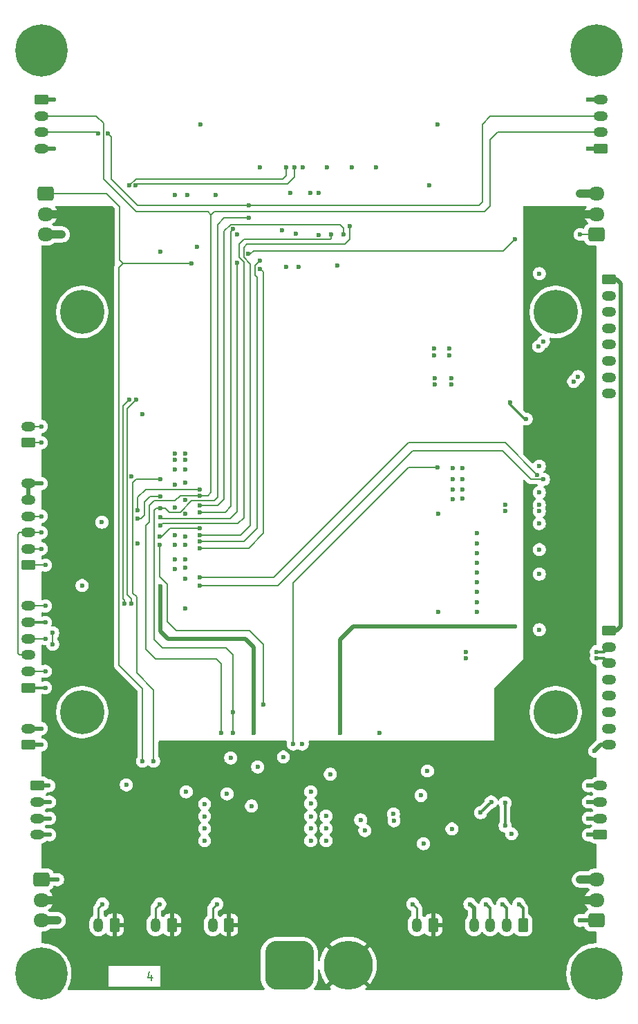
<source format=gbr>
%TF.GenerationSoftware,KiCad,Pcbnew,9.0.7*%
%TF.CreationDate,2026-01-20T00:58:21+01:00*%
%TF.ProjectId,beta-main,62657461-2d6d-4616-996e-2e6b69636164,rev?*%
%TF.SameCoordinates,Original*%
%TF.FileFunction,Copper,L4,Bot*%
%TF.FilePolarity,Positive*%
%FSLAX46Y46*%
G04 Gerber Fmt 4.6, Leading zero omitted, Abs format (unit mm)*
G04 Created by KiCad (PCBNEW 9.0.7) date 2026-01-20 00:58:21*
%MOMM*%
%LPD*%
G01*
G04 APERTURE LIST*
G04 Aperture macros list*
%AMRoundRect*
0 Rectangle with rounded corners*
0 $1 Rounding radius*
0 $2 $3 $4 $5 $6 $7 $8 $9 X,Y pos of 4 corners*
0 Add a 4 corners polygon primitive as box body*
4,1,4,$2,$3,$4,$5,$6,$7,$8,$9,$2,$3,0*
0 Add four circle primitives for the rounded corners*
1,1,$1+$1,$2,$3*
1,1,$1+$1,$4,$5*
1,1,$1+$1,$6,$7*
1,1,$1+$1,$8,$9*
0 Add four rect primitives between the rounded corners*
20,1,$1+$1,$2,$3,$4,$5,0*
20,1,$1+$1,$4,$5,$6,$7,0*
20,1,$1+$1,$6,$7,$8,$9,0*
20,1,$1+$1,$8,$9,$2,$3,0*%
G04 Aperture macros list end*
%ADD10C,0.200000*%
%TA.AperFunction,NonConductor*%
%ADD11C,0.200000*%
%TD*%
%TA.AperFunction,ComponentPad*%
%ADD12RoundRect,0.250000X0.625000X-0.350000X0.625000X0.350000X-0.625000X0.350000X-0.625000X-0.350000X0*%
%TD*%
%TA.AperFunction,ComponentPad*%
%ADD13O,1.750000X1.200000*%
%TD*%
%TA.AperFunction,ComponentPad*%
%ADD14RoundRect,0.250000X-0.725000X0.600000X-0.725000X-0.600000X0.725000X-0.600000X0.725000X0.600000X0*%
%TD*%
%TA.AperFunction,ComponentPad*%
%ADD15O,1.950000X1.700000*%
%TD*%
%TA.AperFunction,ComponentPad*%
%ADD16RoundRect,0.250000X0.350000X0.625000X-0.350000X0.625000X-0.350000X-0.625000X0.350000X-0.625000X0*%
%TD*%
%TA.AperFunction,ComponentPad*%
%ADD17O,1.200000X1.750000*%
%TD*%
%TA.AperFunction,ComponentPad*%
%ADD18C,5.400000*%
%TD*%
%TA.AperFunction,ComponentPad*%
%ADD19RoundRect,0.250000X0.725000X-0.600000X0.725000X0.600000X-0.725000X0.600000X-0.725000X-0.600000X0*%
%TD*%
%TA.AperFunction,ComponentPad*%
%ADD20C,0.800000*%
%TD*%
%TA.AperFunction,ComponentPad*%
%ADD21C,6.400000*%
%TD*%
%TA.AperFunction,ComponentPad*%
%ADD22RoundRect,1.500000X-1.500000X-1.500000X1.500000X-1.500000X1.500000X1.500000X-1.500000X1.500000X0*%
%TD*%
%TA.AperFunction,ComponentPad*%
%ADD23C,6.000000*%
%TD*%
%TA.AperFunction,ComponentPad*%
%ADD24RoundRect,0.250000X-0.625000X0.350000X-0.625000X-0.350000X0.625000X-0.350000X0.625000X0.350000X0*%
%TD*%
%TA.AperFunction,ViaPad*%
%ADD25C,0.600000*%
%TD*%
%TA.AperFunction,Conductor*%
%ADD26C,0.290000*%
%TD*%
%TA.AperFunction,Conductor*%
%ADD27C,1.000000*%
%TD*%
%TA.AperFunction,Conductor*%
%ADD28C,0.500000*%
%TD*%
%TA.AperFunction,Conductor*%
%ADD29C,0.200000*%
%TD*%
%TA.AperFunction,Conductor*%
%ADD30C,0.300000*%
%TD*%
%TA.AperFunction,Conductor*%
%ADD31C,0.360000*%
%TD*%
G04 APERTURE END LIST*
D10*
D11*
X79495476Y-156660552D02*
X79495476Y-157327219D01*
X79257381Y-156279600D02*
X79019286Y-156993885D01*
X79019286Y-156993885D02*
X79638333Y-156993885D01*
D12*
%TO.P,J23,1,Pin_1*%
%TO.N,+3V3*%
X64450000Y-121500000D03*
D13*
%TO.P,J23,2,Pin_2*%
%TO.N,/I2S0_SCLK*%
X64450000Y-119500000D03*
%TO.P,J23,3,Pin_3*%
%TO.N,/I2S0_WS*%
X64450000Y-117500000D03*
%TO.P,J23,4,Pin_4*%
%TO.N,/I2S0_SDI1*%
X64450000Y-115500000D03*
%TO.P,J23,5,Pin_5*%
%TO.N,+3V3*%
X64450000Y-113500000D03*
%TO.P,J23,6,Pin_6*%
%TO.N,GND*%
X64450000Y-111500000D03*
%TD*%
D14*
%TO.P,J10,1,Pin_1*%
%TO.N,/Peripherals/SIG*%
X66525000Y-61000000D03*
D15*
%TO.P,J10,2,Pin_2*%
%TO.N,+BATT*%
X66525000Y-63500000D03*
%TO.P,J10,3,Pin_3*%
%TO.N,GND*%
X66525000Y-66000000D03*
%TD*%
D16*
%TO.P,J19,1,Pin_1*%
%TO.N,+BATT*%
X75000000Y-150550000D03*
D17*
%TO.P,J19,2,Pin_2*%
%TO.N,Net-(D2-K)*%
X73000000Y-150550000D03*
%TD*%
D16*
%TO.P,J26,1,Pin_1*%
%TO.N,/GPIO/BATT_INT*%
X125000000Y-150550000D03*
D17*
%TO.P,J26,2,Pin_2*%
%TO.N,/Peripherals/SENSOR_SDA*%
X123000000Y-150550000D03*
%TO.P,J26,3,Pin_3*%
%TO.N,/Peripherals/SENSOR_SCL*%
X121000000Y-150550000D03*
%TO.P,J26,4,Pin_4*%
%TO.N,GND*%
X119000000Y-150550000D03*
%TD*%
D18*
%TO.P,MH11,1,1*%
%TO.N,GND*%
X71000000Y-124500000D03*
%TD*%
D19*
%TO.P,J11,1,Pin_1*%
%TO.N,/Peripherals/SIG*%
X133975000Y-66000000D03*
D15*
%TO.P,J11,2,Pin_2*%
%TO.N,+BATT*%
X133975000Y-63500000D03*
%TO.P,J11,3,Pin_3*%
%TO.N,GND*%
X133975000Y-61000000D03*
%TD*%
D12*
%TO.P,J15,1,Pin_1*%
%TO.N,+3V3*%
X134500000Y-55500000D03*
D13*
%TO.P,J15,2,Pin_2*%
%TO.N,/Peripherals/SENSOR_SDA*%
X134500000Y-53500000D03*
%TO.P,J15,3,Pin_3*%
%TO.N,/Peripherals/SENSOR_SCL*%
X134500000Y-51500000D03*
%TO.P,J15,4,Pin_4*%
%TO.N,GND*%
X134500000Y-49500000D03*
%TD*%
D19*
%TO.P,J13,1,Pin_1*%
%TO.N,/Peripherals/SIG*%
X133975000Y-150000000D03*
D15*
%TO.P,J13,2,Pin_2*%
%TO.N,+BATT*%
X133975000Y-147500000D03*
%TO.P,J13,3,Pin_3*%
%TO.N,GND*%
X133975000Y-145000000D03*
%TD*%
D16*
%TO.P,J24,1,Pin_1*%
%TO.N,+BATT*%
X114000000Y-150550000D03*
D17*
%TO.P,J24,2,Pin_2*%
%TO.N,Net-(D2-K)*%
X112000000Y-150550000D03*
%TD*%
D20*
%TO.P,MH7,1,1*%
%TO.N,GND*%
X136400000Y-156500000D03*
X135697056Y-158197056D03*
X135697056Y-154802944D03*
X134000000Y-158900000D03*
D21*
X134000000Y-156500000D03*
D20*
X134000000Y-154100000D03*
X132302944Y-158197056D03*
X132302944Y-154802944D03*
X131600000Y-156500000D03*
%TD*%
D16*
%TO.P,J20,1,Pin_1*%
%TO.N,+BATT*%
X82000000Y-150550000D03*
D17*
%TO.P,J20,2,Pin_2*%
%TO.N,Net-(D2-K)*%
X80000000Y-150550000D03*
%TD*%
D22*
%TO.P,J18,1,Pin_1*%
%TO.N,GND*%
X96375000Y-155500000D03*
D23*
%TO.P,J18,2,Pin_2*%
%TO.N,+BATT*%
X103575000Y-155500000D03*
%TD*%
D18*
%TO.P,MH12,1,1*%
%TO.N,GND*%
X129000000Y-124500000D03*
%TD*%
D24*
%TO.P,J14,1,Pin_1*%
%TO.N,+3V3*%
X66050000Y-49500000D03*
D13*
%TO.P,J14,2,Pin_2*%
%TO.N,/Peripherals/SENSOR_SDA*%
X66050000Y-51500000D03*
%TO.P,J14,3,Pin_3*%
%TO.N,/Peripherals/SENSOR_SCL*%
X66050000Y-53500000D03*
%TO.P,J14,4,Pin_4*%
%TO.N,GND*%
X66050000Y-55500000D03*
%TD*%
D12*
%TO.P,J1,1,Pin_1*%
%TO.N,Net-(J1-Pin_1)*%
X64450000Y-91500000D03*
D13*
%TO.P,J1,2,Pin_2*%
%TO.N,Net-(J1-Pin_2)*%
X64450000Y-89500000D03*
%TD*%
D24*
%TO.P,J3,1,Pin_1*%
%TO.N,VBUS*%
X135500000Y-71500000D03*
D13*
%TO.P,J3,2,Pin_2*%
%TO.N,/High Speed Serial/USB3-1-D_N*%
X135500000Y-73500000D03*
%TO.P,J3,3,Pin_3*%
%TO.N,/High Speed Serial/USB3-1-D_P*%
X135500000Y-75500000D03*
%TO.P,J3,4,Pin_4*%
%TO.N,/High Speed Serial/USB3-1-RX_N*%
X135500000Y-77500000D03*
%TO.P,J3,5,Pin_5*%
%TO.N,/High Speed Serial/USB3-1-RX_P*%
X135500000Y-79500000D03*
%TO.P,J3,6,Pin_6*%
%TO.N,/High Speed Serial/USB3-1-TX_N*%
X135500000Y-81500000D03*
%TO.P,J3,7,Pin_7*%
%TO.N,/High Speed Serial/USB3-1-TX_P*%
X135500000Y-83500000D03*
%TO.P,J3,8,Pin_8*%
%TO.N,GND*%
X135500000Y-85500000D03*
%TD*%
D20*
%TO.P,MH5,1,1*%
%TO.N,GND*%
X68400000Y-156500000D03*
X67697056Y-158197056D03*
X67697056Y-154802944D03*
X66000000Y-158900000D03*
D21*
X66000000Y-156500000D03*
D20*
X66000000Y-154100000D03*
X64302944Y-158197056D03*
X64302944Y-154802944D03*
X63600000Y-156500000D03*
%TD*%
D18*
%TO.P,MH9,1,1*%
%TO.N,GND*%
X71000000Y-75500000D03*
%TD*%
D24*
%TO.P,J2,1,Pin_1*%
%TO.N,VBUS*%
X135500000Y-114500000D03*
D13*
%TO.P,J2,2,Pin_2*%
%TO.N,/High Speed Serial/USB3-0-D_N*%
X135500000Y-116500000D03*
%TO.P,J2,3,Pin_3*%
%TO.N,/High Speed Serial/USB3-0-D_P*%
X135500000Y-118500000D03*
%TO.P,J2,4,Pin_4*%
%TO.N,/High Speed Serial/USB3-0-RX_N*%
X135500000Y-120500000D03*
%TO.P,J2,5,Pin_5*%
%TO.N,/High Speed Serial/USB3-0-RX_P*%
X135500000Y-122500000D03*
%TO.P,J2,6,Pin_6*%
%TO.N,/High Speed Serial/USB3-0-TX_N*%
X135500000Y-124500000D03*
%TO.P,J2,7,Pin_7*%
%TO.N,/High Speed Serial/USB3-0-TX_P*%
X135500000Y-126500000D03*
%TO.P,J2,8,Pin_8*%
%TO.N,GND*%
X135500000Y-128500000D03*
%TD*%
D12*
%TO.P,J22,1,Pin_1*%
%TO.N,+3V3*%
X64450000Y-106500000D03*
D13*
%TO.P,J22,2,Pin_2*%
%TO.N,/I2S0_SCLK*%
X64450000Y-104500000D03*
%TO.P,J22,3,Pin_3*%
%TO.N,/I2S0_WS*%
X64450000Y-102500000D03*
%TO.P,J22,4,Pin_4*%
%TO.N,/I2S0_SDI0*%
X64450000Y-100500000D03*
%TO.P,J22,5,Pin_5*%
%TO.N,GND*%
X64450000Y-98500000D03*
%TO.P,J22,6,Pin_6*%
X64450000Y-96500000D03*
%TD*%
D20*
%TO.P,MH3,1,1*%
%TO.N,GND*%
X131600000Y-43500000D03*
X132302944Y-41802944D03*
X132302944Y-45197056D03*
X134000000Y-41100000D03*
D21*
X134000000Y-43500000D03*
D20*
X134000000Y-45900000D03*
X135697056Y-41802944D03*
X135697056Y-45197056D03*
X136400000Y-43500000D03*
%TD*%
D12*
%TO.P,J16,1,Pin_1*%
%TO.N,+3V3*%
X134450000Y-139500000D03*
D13*
%TO.P,J16,2,Pin_2*%
%TO.N,/Peripherals/SENSOR_SDA*%
X134450000Y-137500000D03*
%TO.P,J16,3,Pin_3*%
%TO.N,/Peripherals/SENSOR_SCL*%
X134450000Y-135500000D03*
%TO.P,J16,4,Pin_4*%
%TO.N,GND*%
X134450000Y-133500000D03*
%TD*%
D12*
%TO.P,J21,1,Pin_1*%
%TO.N,/GPIO/PWR_BUT*%
X64450000Y-128500000D03*
D13*
%TO.P,J21,2,Pin_2*%
%TO.N,GND*%
X64450000Y-126500000D03*
%TD*%
D16*
%TO.P,J25,1,Pin_1*%
%TO.N,+BATT*%
X89000000Y-150550000D03*
D17*
%TO.P,J25,2,Pin_2*%
%TO.N,Net-(D2-K)*%
X87000000Y-150550000D03*
%TD*%
D18*
%TO.P,MH10,1,1*%
%TO.N,GND*%
X129000000Y-75500000D03*
%TD*%
D20*
%TO.P,MH1,1,1*%
%TO.N,GND*%
X63600000Y-43500000D03*
X64302944Y-41802944D03*
X64302944Y-45197056D03*
X66000000Y-41100000D03*
D21*
X66000000Y-43500000D03*
D20*
X66000000Y-45900000D03*
X67697056Y-41802944D03*
X67697056Y-45197056D03*
X68400000Y-43500000D03*
%TD*%
D14*
%TO.P,J12,1,Pin_1*%
%TO.N,/Peripherals/SIG*%
X66025000Y-145000000D03*
D15*
%TO.P,J12,2,Pin_2*%
%TO.N,+BATT*%
X66025000Y-147500000D03*
%TO.P,J12,3,Pin_3*%
%TO.N,GND*%
X66025000Y-150000000D03*
%TD*%
D24*
%TO.P,J17,1,Pin_1*%
%TO.N,+3V3*%
X65550000Y-133500000D03*
D13*
%TO.P,J17,2,Pin_2*%
%TO.N,/Peripherals/SENSOR_SDA*%
X65550000Y-135500000D03*
%TO.P,J17,3,Pin_3*%
%TO.N,/Peripherals/SENSOR_SCL*%
X65550000Y-137500000D03*
%TO.P,J17,4,Pin_4*%
%TO.N,GND*%
X65550000Y-139500000D03*
%TD*%
D25*
%TO.N,+BATT*%
X89500000Y-148000000D03*
X92500000Y-142500000D03*
X68500000Y-63500000D03*
X132000000Y-63500000D03*
X68000000Y-147500000D03*
X95250000Y-142500000D03*
X75500000Y-148000000D03*
X113500000Y-148000000D03*
X82500000Y-148000000D03*
X132000000Y-147500000D03*
%TO.N,GND*%
X83600000Y-104000000D03*
X83600000Y-100200000D03*
X82400000Y-94800000D03*
X112800000Y-140600000D03*
X86000000Y-135750000D03*
X86000000Y-138750000D03*
X99951539Y-60919263D03*
X66000000Y-96500000D03*
X67000000Y-139500000D03*
X127000000Y-97600000D03*
X97151539Y-65919263D03*
X68500000Y-66000000D03*
X80546860Y-68138919D03*
X100887500Y-138737500D03*
X132000000Y-145000000D03*
X83600000Y-98550000D03*
X119400000Y-106200000D03*
X83600000Y-105800000D03*
X109137500Y-136987500D03*
X73425000Y-101250000D03*
X119400000Y-103800000D03*
X83600000Y-94800000D03*
X114500000Y-52500000D03*
X86000000Y-137250000D03*
X113500000Y-60000000D03*
X83600000Y-111800000D03*
X82400000Y-92800000D03*
X116400000Y-96000000D03*
X99000000Y-134250000D03*
X101000000Y-57750000D03*
X68000000Y-150000000D03*
X97950000Y-128400000D03*
X98951539Y-60919263D03*
X99000000Y-138750000D03*
X119400000Y-105000000D03*
X83600000Y-103000000D03*
X99000000Y-140250000D03*
X133000000Y-49500000D03*
X133750000Y-129250000D03*
X114600000Y-100200000D03*
X119400000Y-111000000D03*
X127000000Y-94400000D03*
X127000000Y-70800000D03*
X107000000Y-57750000D03*
X100887500Y-140237500D03*
X97500000Y-70000000D03*
X82400000Y-96650000D03*
X83600000Y-96400000D03*
X95500000Y-65500000D03*
X127000000Y-114400000D03*
X119400000Y-102600000D03*
X100887500Y-137237500D03*
X83750000Y-134250000D03*
X83600000Y-92800000D03*
X114600000Y-112200000D03*
X117600000Y-98320000D03*
X98000000Y-57750000D03*
X101400000Y-132100000D03*
X133000000Y-133500000D03*
X116400000Y-97200000D03*
X117600000Y-96000000D03*
X119400000Y-107400000D03*
X118500000Y-148000000D03*
X85500000Y-52500000D03*
X82400000Y-102800000D03*
X132000000Y-61000000D03*
X90000000Y-66000000D03*
X127000000Y-107600000D03*
X83850000Y-61180000D03*
X82400000Y-107000000D03*
X83600000Y-106800000D03*
X91750000Y-136000000D03*
X116400000Y-98400000D03*
X99000000Y-137250000D03*
X83600000Y-93600000D03*
X71000000Y-109000000D03*
X127000000Y-104600000D03*
X119400000Y-112200000D03*
X117600000Y-97200000D03*
X116300000Y-138800000D03*
X116400000Y-94600000D03*
X86000000Y-140250000D03*
X82400000Y-104000000D03*
X127000000Y-101400000D03*
X119400000Y-108600000D03*
X67500000Y-55500000D03*
X119400000Y-109800000D03*
X82400000Y-105800000D03*
X104000000Y-57750000D03*
X66000000Y-126500000D03*
X82400000Y-93600000D03*
X105637500Y-138987500D03*
X117600000Y-94600000D03*
X66500000Y-111500000D03*
X82400000Y-99400000D03*
%TO.N,+5V*%
X105106250Y-137693750D03*
X95650000Y-130000000D03*
X92500000Y-131200000D03*
X99000000Y-135700000D03*
X109200000Y-137800000D03*
X89200000Y-130100000D03*
X88750000Y-134500000D03*
X92000000Y-127000000D03*
X80600000Y-109100000D03*
%TO.N,+3V3*%
X77800000Y-103800000D03*
X87350000Y-61180000D03*
X78400000Y-88000000D03*
X83600000Y-108200000D03*
X82350000Y-61180000D03*
X96500000Y-60921400D03*
X102266606Y-69766606D03*
X125400000Y-88600000D03*
X112500000Y-134700000D03*
X67500000Y-49500000D03*
X67400000Y-116200000D03*
X66500000Y-106500000D03*
X67400000Y-114800000D03*
X66900000Y-133500000D03*
X123600000Y-139400000D03*
X113300000Y-131700000D03*
X66500000Y-121500000D03*
X100000000Y-66050000D03*
X85100000Y-67530000D03*
X123400000Y-86600000D03*
X96000000Y-70000000D03*
X133000000Y-55500000D03*
X77049000Y-95600000D03*
X76400000Y-133400000D03*
X107400000Y-127000000D03*
X133000000Y-139500000D03*
X66500000Y-113500000D03*
X92750000Y-57750000D03*
%TO.N,VBUS*%
X124000000Y-114000000D03*
X102600000Y-127000000D03*
%TO.N,Net-(J1-Pin_1)*%
X66000000Y-91500000D03*
%TO.N,Net-(J1-Pin_2)*%
X66000000Y-89500000D03*
%TO.N,/High Speed Serial/USB3-0-D_P*%
X134000000Y-117900000D03*
X118000000Y-117900000D03*
%TO.N,/High Speed Serial/USB3-0-D_N*%
X134000000Y-117100000D03*
X118000000Y-117100000D03*
%TO.N,/High Speed Serial/USB3-1-TX_P*%
X116000000Y-80800000D03*
X126926854Y-79708310D03*
X131201415Y-83998585D03*
X114125412Y-80000000D03*
%TO.N,/High Speed Serial/USB3-1-TX_N*%
X116000000Y-80000000D03*
X114125412Y-80800000D03*
X131750940Y-83417185D03*
X127492540Y-79142624D03*
%TO.N,/High Speed Serial/USB3-1-RX_N*%
X116200000Y-83600000D03*
X114200000Y-84400000D03*
%TO.N,/High Speed Serial/USB3-1-RX_P*%
X114200000Y-83600000D03*
X116200000Y-84400000D03*
%TO.N,/SCL0*%
X85390000Y-108000000D03*
X126750000Y-95445043D03*
%TO.N,/MIPI0_D0_P*%
X122800000Y-99100000D03*
X126994068Y-99100000D03*
%TO.N,/SDA0*%
X127500000Y-96000000D03*
X85400000Y-109000000D03*
%TO.N,/MIPI0_D0_N*%
X122800000Y-99900000D03*
X126994068Y-99900000D03*
%TO.N,/SCL1*%
X85388928Y-103567997D03*
X92800000Y-69200000D03*
%TO.N,/CAM_GPIO0*%
X77600000Y-86200000D03*
X77000000Y-111200000D03*
X77563911Y-60013908D03*
X97000000Y-57750000D03*
%TO.N,/SDA1*%
X92800000Y-70200000D03*
X85400000Y-104400000D03*
%TO.N,/CAM_GPIO1*%
X76200000Y-111200000D03*
X96000000Y-57750000D03*
X76800000Y-60000000D03*
X76800000Y-86200000D03*
%TO.N,/Peripherals/SIG*%
X68000000Y-145000000D03*
X78400000Y-130500000D03*
X132000000Y-66000000D03*
X132000000Y-150000000D03*
X91350000Y-68400000D03*
X84387500Y-69580000D03*
X124000000Y-66600000D03*
%TO.N,/Peripherals/SENSOR_SCL*%
X91400000Y-64000000D03*
X121100000Y-135500000D03*
X67000000Y-137500000D03*
X133000000Y-135500000D03*
X80600000Y-99500000D03*
X119800000Y-136800000D03*
X73000000Y-53600000D03*
X89500000Y-127000000D03*
X74150000Y-53600000D03*
X120500000Y-148000000D03*
X91400000Y-62400000D03*
X89500000Y-124500000D03*
%TO.N,/GPIO/SDI*%
X101500000Y-66000000D03*
X80600000Y-101600000D03*
%TO.N,/GPIO/UART3_RX*%
X85400000Y-100000000D03*
X89500000Y-65330000D03*
%TO.N,/GPIO/UART3_TX*%
X90000000Y-69500000D03*
X80600000Y-100600000D03*
%TO.N,/GPIO/I2C2_SCL*%
X85400000Y-99150000D03*
X103000000Y-66000000D03*
%TO.N,/GPIO/I2C2_SDA*%
X85400000Y-102800000D03*
X103750000Y-65000000D03*
%TO.N,/Peripherals/SENSOR_SDA*%
X133000000Y-137500000D03*
X67000000Y-135500000D03*
X88000000Y-127000000D03*
X122500000Y-148000000D03*
X85400000Y-98000000D03*
%TO.N,/GPIO/PWR_BUT*%
X66000000Y-128500000D03*
%TO.N,/GPIO/FAN_PWM*%
X79750000Y-130500000D03*
X80600000Y-96000000D03*
%TO.N,Net-(D2-K)*%
X87500000Y-148000000D03*
X111500000Y-148000000D03*
X80500000Y-148000000D03*
X73500000Y-148000000D03*
%TO.N,/I2S0_WS*%
X77800000Y-99800000D03*
X85400000Y-97200000D03*
X66000000Y-102500000D03*
%TO.N,/I2S0_SCLK*%
X66500000Y-119500000D03*
X66000000Y-104500000D03*
%TO.N,/VBUS_EN*%
X114500000Y-94500000D03*
X96850000Y-128400000D03*
%TO.N,/I2S0_SDI0*%
X77800000Y-100800000D03*
X66000000Y-100500000D03*
X80600000Y-98050000D03*
%TO.N,/I2S0_SDI1*%
X80500000Y-103000000D03*
X66500000Y-115500000D03*
X85400000Y-101950000D03*
%TO.N,/GPIO/BATT_INT*%
X80500000Y-104000000D03*
X122800000Y-135600000D03*
X122800000Y-138400000D03*
X124500000Y-148000000D03*
X93200000Y-123600000D03*
%TD*%
D26*
%TO.N,+BATT*%
X114000000Y-150550000D02*
X114000000Y-148500000D01*
X82000000Y-148500000D02*
X82500000Y-148000000D01*
D27*
X68000000Y-147500000D02*
X66025000Y-147500000D01*
D26*
X75000000Y-148500000D02*
X75000000Y-150550000D01*
X75500000Y-148000000D02*
X75000000Y-148500000D01*
X89000000Y-148500000D02*
X89500000Y-148000000D01*
X114000000Y-148500000D02*
X113500000Y-148000000D01*
D27*
X132000000Y-147500000D02*
X133975000Y-147500000D01*
D26*
X82000000Y-150550000D02*
X82000000Y-148500000D01*
D27*
X68500000Y-63500000D02*
X66525000Y-63500000D01*
D26*
X89000000Y-150550000D02*
X89000000Y-148500000D01*
D27*
X132000000Y-63500000D02*
X133975000Y-63500000D01*
D28*
%TO.N,GND*%
X67000000Y-139500000D02*
X65550000Y-139500000D01*
X67500000Y-55500000D02*
X66050000Y-55500000D01*
X134500000Y-128500000D02*
X133750000Y-129250000D01*
X119000000Y-150550000D02*
X119000000Y-148500000D01*
D27*
X132000000Y-61000000D02*
X133975000Y-61000000D01*
D28*
X133000000Y-49500000D02*
X134500000Y-49500000D01*
X133000000Y-133500000D02*
X134450000Y-133500000D01*
D27*
X68000000Y-150000000D02*
X66025000Y-150000000D01*
X68500000Y-66000000D02*
X66525000Y-66000000D01*
D28*
X66000000Y-126500000D02*
X64450000Y-126500000D01*
X64475000Y-96500000D02*
X66000000Y-96500000D01*
D29*
X66500000Y-111500000D02*
X64450000Y-111500000D01*
D28*
X135500000Y-128500000D02*
X134500000Y-128500000D01*
D27*
X132000000Y-145000000D02*
X133975000Y-145000000D01*
D28*
X64450000Y-96500000D02*
X64450000Y-98500000D01*
X119000000Y-148500000D02*
X118500000Y-148000000D01*
%TO.N,+5V*%
X92000000Y-127000000D02*
X92000000Y-116500000D01*
X81500000Y-115500000D02*
X80600000Y-114600000D01*
X80600000Y-114600000D02*
X80600000Y-109100000D01*
X92000000Y-116500000D02*
X91000000Y-115500000D01*
X91000000Y-115500000D02*
X81500000Y-115500000D01*
%TO.N,+3V3*%
X66900000Y-133500000D02*
X65550000Y-133500000D01*
D30*
X64450000Y-121500000D02*
X66500000Y-121500000D01*
D28*
X133000000Y-55500000D02*
X134500000Y-55500000D01*
D30*
X64450000Y-113500000D02*
X66500000Y-113500000D01*
D29*
X66500000Y-106500000D02*
X64450000Y-106500000D01*
D30*
X123400000Y-86800000D02*
X123400000Y-86600000D01*
D28*
X67500000Y-49500000D02*
X66050000Y-49500000D01*
D29*
X67400000Y-116200000D02*
X67400000Y-114800000D01*
D28*
X133000000Y-139500000D02*
X134450000Y-139500000D01*
D30*
X125400000Y-88600000D02*
X125200000Y-88600000D01*
X125200000Y-88600000D02*
X123400000Y-86800000D01*
D28*
%TO.N,VBUS*%
X102600000Y-127000000D02*
X102600000Y-115600000D01*
X137000000Y-72000000D02*
X137000000Y-114000000D01*
X135500000Y-71500000D02*
X136500000Y-71500000D01*
X124000000Y-114000000D02*
X104200000Y-114000000D01*
X102600000Y-115600000D02*
X104200000Y-114000000D01*
X137000000Y-114000000D02*
X136500000Y-114500000D01*
X136500000Y-114500000D02*
X135500000Y-114500000D01*
X136500000Y-71500000D02*
X137000000Y-72000000D01*
D29*
%TO.N,Net-(J1-Pin_1)*%
X64450000Y-91500000D02*
X66000000Y-91500000D01*
%TO.N,Net-(J1-Pin_2)*%
X64450000Y-89500000D02*
X66000000Y-89500000D01*
D31*
%TO.N,/High Speed Serial/USB3-0-D_P*%
X134900000Y-117900000D02*
X135500000Y-118500000D01*
X134000000Y-117900000D02*
X134900000Y-117900000D01*
%TO.N,/High Speed Serial/USB3-0-D_N*%
X134900000Y-117100000D02*
X135500000Y-116500000D01*
X134000000Y-117100000D02*
X134900000Y-117100000D01*
D29*
%TO.N,/SCL0*%
X85390000Y-108000000D02*
X94500000Y-108000000D01*
X122804957Y-91500000D02*
X126750000Y-95445043D01*
X111000000Y-91500000D02*
X122804957Y-91500000D01*
X94500000Y-108000000D02*
X111000000Y-91500000D01*
%TO.N,/SDA0*%
X111500000Y-92500000D02*
X122500000Y-92500000D01*
X95000000Y-109000000D02*
X111500000Y-92500000D01*
X85400000Y-109000000D02*
X95000000Y-109000000D01*
X127496043Y-95996043D02*
X127500000Y-96000000D01*
X122500000Y-92500000D02*
X125996043Y-95996043D01*
X125996043Y-95996043D02*
X127496043Y-95996043D01*
%TO.N,/SCL1*%
X92400000Y-102000000D02*
X92400000Y-71205612D01*
X90800000Y-103600000D02*
X92400000Y-102000000D01*
X85420931Y-103600000D02*
X90800000Y-103600000D01*
X92400000Y-71205612D02*
X92200000Y-71005612D01*
X92200000Y-69800000D02*
X92800000Y-69200000D01*
X85388928Y-103567997D02*
X85420931Y-103600000D01*
X92200000Y-71005612D02*
X92200000Y-69800000D01*
%TO.N,/CAM_GPIO0*%
X77000000Y-110600000D02*
X76499000Y-110099000D01*
X77000000Y-111200000D02*
X77000000Y-110600000D01*
X80800000Y-59800000D02*
X77777819Y-59800000D01*
X76499000Y-110099000D02*
X76499000Y-87301000D01*
X76499000Y-87301000D02*
X77600000Y-86200000D01*
X97000000Y-57750000D02*
X97000000Y-59000000D01*
X96200000Y-59800000D02*
X80800000Y-59800000D01*
X77777819Y-59800000D02*
X77563911Y-60013908D01*
X97000000Y-59000000D02*
X96200000Y-59800000D01*
%TO.N,/SDA1*%
X93200000Y-70902001D02*
X93205612Y-70896388D01*
X85400000Y-104400000D02*
X91400000Y-104400000D01*
X93200000Y-102600000D02*
X93200000Y-70902001D01*
X93205612Y-70896388D02*
X93205612Y-70605612D01*
X93205612Y-70605612D02*
X92800000Y-70200000D01*
X91400000Y-104400000D02*
X93200000Y-102600000D01*
%TO.N,/CAM_GPIO1*%
X77600000Y-59200000D02*
X76800000Y-60000000D01*
X80400000Y-59200000D02*
X77600000Y-59200000D01*
X76200000Y-111200000D02*
X76200000Y-110800000D01*
X76000000Y-110600000D02*
X76000000Y-87000000D01*
X96000000Y-57750000D02*
X96000000Y-58800000D01*
X95600000Y-59200000D02*
X80400000Y-59200000D01*
X76200000Y-110800000D02*
X76000000Y-110600000D01*
X76000000Y-87000000D02*
X76800000Y-86200000D01*
X96000000Y-58800000D02*
X95600000Y-59200000D01*
%TO.N,/Peripherals/SIG*%
X77780000Y-69580000D02*
X84387500Y-69580000D01*
X124000000Y-66600000D02*
X122600000Y-68000000D01*
X122600000Y-68000000D02*
X92000000Y-68000000D01*
X74000000Y-61000000D02*
X66525000Y-61000000D01*
X76020000Y-69580000D02*
X75600000Y-69160000D01*
X75600000Y-69160000D02*
X75600000Y-62600000D01*
D28*
X68000000Y-145000000D02*
X66025000Y-145000000D01*
D29*
X76020000Y-69580000D02*
X77780000Y-69580000D01*
X78400000Y-121650000D02*
X75500000Y-118750000D01*
D28*
X132000000Y-150000000D02*
X133975000Y-150000000D01*
D29*
X78400000Y-130500000D02*
X78400000Y-121650000D01*
X133975000Y-66000000D02*
X132000000Y-66000000D01*
X75500000Y-118750000D02*
X75500000Y-70100000D01*
X75500000Y-70100000D02*
X76020000Y-69580000D01*
X92000000Y-68000000D02*
X91600000Y-68400000D01*
X91600000Y-68400000D02*
X91350000Y-68400000D01*
X75600000Y-62600000D02*
X74000000Y-61000000D01*
%TO.N,/Peripherals/SENSOR_SCL*%
X80600000Y-99500000D02*
X81150000Y-99500000D01*
X72900000Y-53500000D02*
X66050000Y-53500000D01*
X83000000Y-100000000D02*
X84400000Y-98600000D01*
D30*
X121000000Y-148500000D02*
X120500000Y-148000000D01*
D29*
X119600000Y-62400000D02*
X120000000Y-62000000D01*
X88400000Y-64000000D02*
X91400000Y-64000000D01*
D30*
X121000000Y-150550000D02*
X121000000Y-148500000D01*
D29*
X87600000Y-64800000D02*
X88400000Y-64000000D01*
X120000000Y-52500000D02*
X121000000Y-51500000D01*
X88600000Y-116600000D02*
X89500000Y-117500000D01*
D28*
X133000000Y-135500000D02*
X134450000Y-135500000D01*
D29*
X77800000Y-62400000D02*
X119600000Y-62400000D01*
X87600000Y-98200000D02*
X87600000Y-64800000D01*
X74150000Y-53600000D02*
X74600000Y-54050000D01*
X73000000Y-53600000D02*
X72900000Y-53500000D01*
X80100000Y-99500000D02*
X79800000Y-99800000D01*
X81150000Y-99500000D02*
X81650000Y-100000000D01*
X121000000Y-51500000D02*
X134500000Y-51500000D01*
X87200000Y-98600000D02*
X87600000Y-98200000D01*
X74600000Y-59200000D02*
X77800000Y-62400000D01*
X74600000Y-54050000D02*
X74600000Y-59200000D01*
X89500000Y-117500000D02*
X89500000Y-127000000D01*
D28*
X67000000Y-137500000D02*
X65550000Y-137500000D01*
D29*
X79800000Y-115600000D02*
X80800000Y-116600000D01*
X84400000Y-98600000D02*
X87200000Y-98600000D01*
X80800000Y-116600000D02*
X88600000Y-116600000D01*
D30*
X119800000Y-136800000D02*
X121100000Y-135500000D01*
D29*
X80600000Y-99500000D02*
X80100000Y-99500000D01*
X79800000Y-99800000D02*
X79800000Y-115600000D01*
X120000000Y-62000000D02*
X120000000Y-52500000D01*
X81650000Y-100000000D02*
X83000000Y-100000000D01*
%TO.N,/GPIO/SDI*%
X90100000Y-101400000D02*
X90800000Y-100700000D01*
X90800000Y-100700000D02*
X90800000Y-69400000D01*
X90800000Y-69400000D02*
X90200000Y-68800000D01*
X101400000Y-66600000D02*
X101500000Y-66500000D01*
X90200000Y-68800000D02*
X90200000Y-67200000D01*
X90200000Y-67200000D02*
X90800000Y-66600000D01*
X101500000Y-66500000D02*
X101500000Y-66000000D01*
X80600000Y-101600000D02*
X80800000Y-101400000D01*
X80800000Y-101400000D02*
X90100000Y-101400000D01*
X90800000Y-66600000D02*
X101400000Y-66600000D01*
%TO.N,/GPIO/UART3_RX*%
X89200000Y-99300000D02*
X89200000Y-65630000D01*
X85400000Y-100000000D02*
X88500000Y-100000000D01*
X88500000Y-100000000D02*
X89200000Y-99300000D01*
X89200000Y-65630000D02*
X89500000Y-65330000D01*
%TO.N,/GPIO/UART3_TX*%
X80600000Y-100600000D02*
X80800000Y-100800000D01*
X89150000Y-100800000D02*
X90000000Y-99950000D01*
X80800000Y-100800000D02*
X89150000Y-100800000D01*
X90000000Y-99950000D02*
X90000000Y-69500000D01*
%TO.N,/GPIO/I2C2_SCL*%
X103000000Y-65200000D02*
X102579000Y-64779000D01*
X102579000Y-64779000D02*
X89174612Y-64779000D01*
X87650000Y-99150000D02*
X85400000Y-99150000D01*
X88400000Y-65553612D02*
X88400000Y-98400000D01*
X89174612Y-64779000D02*
X88400000Y-65553612D01*
X88400000Y-98400000D02*
X87650000Y-99150000D01*
X103000000Y-66000000D02*
X103000000Y-65200000D01*
%TO.N,/GPIO/I2C2_SDA*%
X103200000Y-67200000D02*
X103800000Y-66600000D01*
X91200000Y-67200000D02*
X103200000Y-67200000D01*
X90800000Y-67600000D02*
X91200000Y-67200000D01*
X103800000Y-66600000D02*
X103800000Y-65050000D01*
X91600000Y-69600000D02*
X90800000Y-68800000D01*
X90400000Y-102800000D02*
X91600000Y-101600000D01*
X90800000Y-68800000D02*
X90800000Y-67600000D01*
X91600000Y-101600000D02*
X91600000Y-69600000D01*
X85400000Y-102800000D02*
X90400000Y-102800000D01*
X103800000Y-65050000D02*
X103750000Y-65000000D01*
%TO.N,/Peripherals/SENSOR_SDA*%
X82400000Y-98600000D02*
X83000000Y-98000000D01*
X121000000Y-54400000D02*
X121000000Y-62500000D01*
X86800000Y-97600000D02*
X86800000Y-63600000D01*
X87400000Y-118000000D02*
X80000000Y-118000000D01*
X77600000Y-63200000D02*
X73600000Y-59200000D01*
X88000000Y-118600000D02*
X87400000Y-118000000D01*
X78800000Y-101600000D02*
X79200000Y-101200000D01*
X121000000Y-62500000D02*
X120300000Y-63200000D01*
X78800000Y-116800000D02*
X78800000Y-101600000D01*
X80829232Y-98600000D02*
X82400000Y-98600000D01*
X80371768Y-98601000D02*
X80828232Y-98601000D01*
X88000000Y-127000000D02*
X88000000Y-118600000D01*
D30*
X123000000Y-148500000D02*
X122500000Y-148000000D01*
D29*
X72700000Y-51500000D02*
X66050000Y-51500000D01*
X79800000Y-98600000D02*
X80370768Y-98600000D01*
X86400000Y-98000000D02*
X86800000Y-97600000D01*
D28*
X133000000Y-137500000D02*
X134450000Y-137500000D01*
D29*
X79200000Y-101200000D02*
X79200000Y-99200000D01*
X73600000Y-52400000D02*
X72700000Y-51500000D01*
X120300000Y-63200000D02*
X87200000Y-63200000D01*
D30*
X123000000Y-150550000D02*
X123000000Y-148500000D01*
D29*
X85400000Y-98000000D02*
X86400000Y-98000000D01*
X80828232Y-98601000D02*
X80829232Y-98600000D01*
X134500000Y-53500000D02*
X121900000Y-53500000D01*
X79200000Y-99200000D02*
X79800000Y-98600000D01*
X83000000Y-98000000D02*
X85400000Y-98000000D01*
X80370768Y-98600000D02*
X80371768Y-98601000D01*
X86800000Y-63600000D02*
X86400000Y-63200000D01*
X121900000Y-53500000D02*
X121000000Y-54400000D01*
X86400000Y-63200000D02*
X77600000Y-63200000D01*
D28*
X67000000Y-135500000D02*
X65550000Y-135500000D01*
D29*
X87200000Y-63200000D02*
X86800000Y-63600000D01*
X73600000Y-59200000D02*
X73600000Y-52400000D01*
X80000000Y-118000000D02*
X78800000Y-116800000D01*
D28*
%TO.N,/GPIO/PWR_BUT*%
X64450000Y-128500000D02*
X66000000Y-128500000D01*
D29*
%TO.N,/GPIO/FAN_PWM*%
X79750000Y-121750000D02*
X77700000Y-119700000D01*
X77200000Y-109900000D02*
X77200000Y-96400000D01*
X79750000Y-130500000D02*
X79750000Y-121750000D01*
X77700000Y-110400000D02*
X77200000Y-109900000D01*
X77600000Y-96000000D02*
X80600000Y-96000000D01*
X77200000Y-96400000D02*
X77600000Y-96000000D01*
X77700000Y-119700000D02*
X77700000Y-110400000D01*
D26*
%TO.N,Net-(D2-K)*%
X80500000Y-148000000D02*
X80000000Y-148500000D01*
X73000000Y-148500000D02*
X73000000Y-150550000D01*
X87000000Y-148500000D02*
X87000000Y-150550000D01*
X80000000Y-148500000D02*
X80000000Y-150550000D01*
X87500000Y-148000000D02*
X87000000Y-148500000D01*
X112000000Y-150550000D02*
X112000000Y-148500000D01*
X73500000Y-148000000D02*
X73000000Y-148500000D01*
X112000000Y-148500000D02*
X111500000Y-148000000D01*
D29*
%TO.N,/I2S0_WS*%
X63300000Y-102500000D02*
X64450000Y-102500000D01*
X63100000Y-117300000D02*
X63100000Y-102700000D01*
X64450000Y-117500000D02*
X63300000Y-117500000D01*
X78800000Y-97200000D02*
X85400000Y-97200000D01*
X77800000Y-99800000D02*
X77800000Y-98200000D01*
X63100000Y-102700000D02*
X63300000Y-102500000D01*
X64450000Y-102500000D02*
X66000000Y-102500000D01*
X77800000Y-98200000D02*
X78800000Y-97200000D01*
X63300000Y-117500000D02*
X63100000Y-117300000D01*
%TO.N,/I2S0_SCLK*%
X64450000Y-104500000D02*
X66000000Y-104500000D01*
X64450000Y-119500000D02*
X66500000Y-119500000D01*
%TO.N,/VBUS_EN*%
X111000000Y-94500000D02*
X96850000Y-108650000D01*
X114500000Y-94500000D02*
X111000000Y-94500000D01*
X96850000Y-108650000D02*
X96850000Y-128400000D01*
%TO.N,/I2S0_SDI0*%
X78600000Y-100400000D02*
X78200000Y-100800000D01*
X79350000Y-98050000D02*
X78600000Y-98800000D01*
X78600000Y-98800000D02*
X78600000Y-100400000D01*
X80600000Y-98050000D02*
X79350000Y-98050000D01*
X78200000Y-100800000D02*
X77800000Y-100800000D01*
X64450000Y-100500000D02*
X66000000Y-100500000D01*
%TO.N,/I2S0_SDI1*%
X80500000Y-103000000D02*
X80750000Y-103000000D01*
X80750000Y-103000000D02*
X81800000Y-101950000D01*
X64450000Y-115500000D02*
X66500000Y-115500000D01*
X81800000Y-101950000D02*
X85400000Y-101950000D01*
D30*
%TO.N,/GPIO/BATT_INT*%
X122800000Y-135600000D02*
X122800000Y-138400000D01*
D29*
X80500000Y-107900000D02*
X81400000Y-108800000D01*
D30*
X125000000Y-148500000D02*
X124500000Y-148000000D01*
D29*
X82500000Y-114500000D02*
X91500000Y-114500000D01*
X93200000Y-116200000D02*
X93200000Y-123600000D01*
X91500000Y-114500000D02*
X93200000Y-116200000D01*
X81400000Y-113400000D02*
X82500000Y-114500000D01*
D30*
X125000000Y-150550000D02*
X125000000Y-148500000D01*
D29*
X81400000Y-108800000D02*
X81400000Y-113400000D01*
X80500000Y-104000000D02*
X80500000Y-107900000D01*
%TD*%
%TA.AperFunction,Conductor*%
%TO.N,+BATT*%
G36*
X74666442Y-62519685D02*
G01*
X74687084Y-62536319D01*
X74963181Y-62812416D01*
X74996666Y-62873739D01*
X74999500Y-62900097D01*
X74999500Y-69073330D01*
X74999499Y-69073348D01*
X74999499Y-69243353D01*
X75000000Y-69250992D01*
X75000000Y-69731798D01*
X74995850Y-69747284D01*
X74996506Y-69761027D01*
X74983390Y-69793793D01*
X74976302Y-69806070D01*
X74975115Y-69808127D01*
X74940423Y-69868215D01*
X74899499Y-70020943D01*
X74899499Y-70020945D01*
X74899499Y-70189046D01*
X74899500Y-70189059D01*
X74899500Y-118663330D01*
X74899499Y-118663348D01*
X74899499Y-118829054D01*
X74899498Y-118829054D01*
X74899499Y-118829057D01*
X74940423Y-118981785D01*
X74967439Y-119028578D01*
X75019477Y-119118712D01*
X75019481Y-119118717D01*
X75138349Y-119237585D01*
X75138355Y-119237590D01*
X77763181Y-121862416D01*
X77796666Y-121923739D01*
X77799500Y-121950097D01*
X77799500Y-129920234D01*
X77779815Y-129987273D01*
X77778602Y-129989125D01*
X77690609Y-130120814D01*
X77690602Y-130120827D01*
X77630264Y-130266498D01*
X77630261Y-130266510D01*
X77599500Y-130421153D01*
X77599500Y-130578846D01*
X77630261Y-130733489D01*
X77630264Y-130733501D01*
X77690602Y-130879172D01*
X77690609Y-130879185D01*
X77778210Y-131010288D01*
X77778213Y-131010292D01*
X77889707Y-131121786D01*
X77889711Y-131121789D01*
X78020814Y-131209390D01*
X78020827Y-131209397D01*
X78166498Y-131269735D01*
X78166503Y-131269737D01*
X78316131Y-131299500D01*
X78321153Y-131300499D01*
X78321156Y-131300500D01*
X78321158Y-131300500D01*
X78478844Y-131300500D01*
X78478845Y-131300499D01*
X78633497Y-131269737D01*
X78779179Y-131209394D01*
X78910289Y-131121789D01*
X78910925Y-131121153D01*
X78987319Y-131044760D01*
X79048642Y-131011275D01*
X79118334Y-131016259D01*
X79162681Y-131044760D01*
X79239707Y-131121786D01*
X79239711Y-131121789D01*
X79370814Y-131209390D01*
X79370827Y-131209397D01*
X79516498Y-131269735D01*
X79516503Y-131269737D01*
X79666131Y-131299500D01*
X79671153Y-131300499D01*
X79671156Y-131300500D01*
X79671158Y-131300500D01*
X79828844Y-131300500D01*
X79828845Y-131300499D01*
X79983497Y-131269737D01*
X80129179Y-131209394D01*
X80260289Y-131121789D01*
X80260925Y-131121153D01*
X91699500Y-131121153D01*
X91699500Y-131278846D01*
X91730261Y-131433489D01*
X91730264Y-131433501D01*
X91790602Y-131579172D01*
X91790609Y-131579185D01*
X91878210Y-131710288D01*
X91878213Y-131710292D01*
X91989707Y-131821786D01*
X91989711Y-131821789D01*
X92120814Y-131909390D01*
X92120827Y-131909397D01*
X92266498Y-131969735D01*
X92266503Y-131969737D01*
X92421153Y-132000499D01*
X92421156Y-132000500D01*
X92421158Y-132000500D01*
X92578844Y-132000500D01*
X92578845Y-132000499D01*
X92733497Y-131969737D01*
X92879179Y-131909394D01*
X93010289Y-131821789D01*
X93121789Y-131710289D01*
X93209394Y-131579179D01*
X93269737Y-131433497D01*
X93300500Y-131278842D01*
X93300500Y-131121158D01*
X93300500Y-131121155D01*
X93300499Y-131121153D01*
X93279634Y-131016259D01*
X93269737Y-130966503D01*
X93254888Y-130930653D01*
X93209397Y-130820827D01*
X93209390Y-130820814D01*
X93121789Y-130689711D01*
X93121786Y-130689707D01*
X93010292Y-130578213D01*
X93010288Y-130578210D01*
X92879185Y-130490609D01*
X92879172Y-130490602D01*
X92733501Y-130430264D01*
X92733489Y-130430261D01*
X92578845Y-130399500D01*
X92578842Y-130399500D01*
X92421158Y-130399500D01*
X92421155Y-130399500D01*
X92266510Y-130430261D01*
X92266498Y-130430264D01*
X92120827Y-130490602D01*
X92120814Y-130490609D01*
X91989711Y-130578210D01*
X91989707Y-130578213D01*
X91878213Y-130689707D01*
X91878210Y-130689711D01*
X91790609Y-130820814D01*
X91790602Y-130820827D01*
X91730264Y-130966498D01*
X91730261Y-130966510D01*
X91699500Y-131121153D01*
X80260925Y-131121153D01*
X80303868Y-131078210D01*
X80354694Y-131027385D01*
X80371786Y-131010292D01*
X80371789Y-131010289D01*
X80459394Y-130879179D01*
X80519737Y-130733497D01*
X80550500Y-130578842D01*
X80550500Y-130421158D01*
X80550500Y-130421155D01*
X80550499Y-130421153D01*
X80519738Y-130266510D01*
X80519737Y-130266503D01*
X80483427Y-130178842D01*
X80459397Y-130120827D01*
X80459390Y-130120814D01*
X80434763Y-130083957D01*
X80392799Y-130021153D01*
X88399500Y-130021153D01*
X88399500Y-130178846D01*
X88430261Y-130333489D01*
X88430264Y-130333501D01*
X88490602Y-130479172D01*
X88490609Y-130479185D01*
X88578210Y-130610288D01*
X88578213Y-130610292D01*
X88689707Y-130721786D01*
X88689711Y-130721789D01*
X88820814Y-130809390D01*
X88820827Y-130809397D01*
X88966498Y-130869735D01*
X88966503Y-130869737D01*
X89116131Y-130899500D01*
X89121153Y-130900499D01*
X89121156Y-130900500D01*
X89121158Y-130900500D01*
X89278844Y-130900500D01*
X89278845Y-130900499D01*
X89433497Y-130869737D01*
X89551592Y-130820821D01*
X89579172Y-130809397D01*
X89579172Y-130809396D01*
X89579179Y-130809394D01*
X89710289Y-130721789D01*
X89821789Y-130610289D01*
X89909394Y-130479179D01*
X89969737Y-130333497D01*
X90000500Y-130178842D01*
X90000500Y-130021158D01*
X90000500Y-130021155D01*
X89984209Y-129939258D01*
X89984209Y-129939257D01*
X89980608Y-129921153D01*
X94849500Y-129921153D01*
X94849500Y-130078846D01*
X94880261Y-130233489D01*
X94880264Y-130233501D01*
X94940602Y-130379172D01*
X94940609Y-130379185D01*
X95028210Y-130510288D01*
X95028213Y-130510292D01*
X95139707Y-130621786D01*
X95139711Y-130621789D01*
X95270814Y-130709390D01*
X95270827Y-130709397D01*
X95416498Y-130769735D01*
X95416503Y-130769737D01*
X95571153Y-130800499D01*
X95571156Y-130800500D01*
X95571158Y-130800500D01*
X95728844Y-130800500D01*
X95728845Y-130800499D01*
X95883497Y-130769737D01*
X96029179Y-130709394D01*
X96160289Y-130621789D01*
X96271789Y-130510289D01*
X96359394Y-130379179D01*
X96419737Y-130233497D01*
X96450500Y-130078842D01*
X96450500Y-129921158D01*
X96450500Y-129921155D01*
X96450499Y-129921153D01*
X96419738Y-129766510D01*
X96419737Y-129766503D01*
X96400812Y-129720814D01*
X96359397Y-129620827D01*
X96359390Y-129620814D01*
X96271789Y-129489711D01*
X96271786Y-129489707D01*
X96160292Y-129378213D01*
X96160288Y-129378210D01*
X96029185Y-129290609D01*
X96029172Y-129290602D01*
X95883501Y-129230264D01*
X95883489Y-129230261D01*
X95728845Y-129199500D01*
X95728842Y-129199500D01*
X95571158Y-129199500D01*
X95571155Y-129199500D01*
X95416510Y-129230261D01*
X95416498Y-129230264D01*
X95270827Y-129290602D01*
X95270814Y-129290609D01*
X95139711Y-129378210D01*
X95139707Y-129378213D01*
X95028213Y-129489707D01*
X95028210Y-129489711D01*
X94940609Y-129620814D01*
X94940602Y-129620827D01*
X94880264Y-129766498D01*
X94880261Y-129766510D01*
X94849500Y-129921153D01*
X89980608Y-129921153D01*
X89969738Y-129866510D01*
X89969737Y-129866503D01*
X89928314Y-129766498D01*
X89909397Y-129720827D01*
X89909390Y-129720814D01*
X89821789Y-129589711D01*
X89821786Y-129589707D01*
X89710292Y-129478213D01*
X89710288Y-129478210D01*
X89579185Y-129390609D01*
X89579172Y-129390602D01*
X89433501Y-129330264D01*
X89433489Y-129330261D01*
X89278845Y-129299500D01*
X89278842Y-129299500D01*
X89121158Y-129299500D01*
X89121155Y-129299500D01*
X88966510Y-129330261D01*
X88966498Y-129330264D01*
X88820827Y-129390602D01*
X88820814Y-129390609D01*
X88689711Y-129478210D01*
X88689707Y-129478213D01*
X88578213Y-129589707D01*
X88578210Y-129589711D01*
X88490609Y-129720814D01*
X88490602Y-129720827D01*
X88430264Y-129866498D01*
X88430261Y-129866510D01*
X88399500Y-130021153D01*
X80392799Y-130021153D01*
X80371398Y-129989125D01*
X80350520Y-129922448D01*
X80350500Y-129920234D01*
X80350500Y-128124000D01*
X80370185Y-128056961D01*
X80422989Y-128011206D01*
X80474500Y-128000000D01*
X95963652Y-128000000D01*
X96030691Y-128019685D01*
X96076446Y-128072489D01*
X96086390Y-128141647D01*
X96081233Y-128160434D01*
X96082031Y-128160676D01*
X96080261Y-128166510D01*
X96049500Y-128321153D01*
X96049500Y-128478846D01*
X96080261Y-128633489D01*
X96080264Y-128633501D01*
X96140602Y-128779172D01*
X96140609Y-128779185D01*
X96228210Y-128910288D01*
X96228213Y-128910292D01*
X96339707Y-129021786D01*
X96339711Y-129021789D01*
X96470814Y-129109390D01*
X96470827Y-129109397D01*
X96615530Y-129169334D01*
X96616503Y-129169737D01*
X96766131Y-129199500D01*
X96771153Y-129200499D01*
X96771156Y-129200500D01*
X96771158Y-129200500D01*
X96928844Y-129200500D01*
X96928845Y-129200499D01*
X97083497Y-129169737D01*
X97229179Y-129109394D01*
X97331111Y-129041284D01*
X97397786Y-129020408D01*
X97465166Y-129038892D01*
X97468847Y-129041257D01*
X97570821Y-129109394D01*
X97570823Y-129109395D01*
X97570827Y-129109397D01*
X97715530Y-129169334D01*
X97716503Y-129169737D01*
X97866131Y-129199500D01*
X97871153Y-129200499D01*
X97871156Y-129200500D01*
X97871158Y-129200500D01*
X98028844Y-129200500D01*
X98028845Y-129200499D01*
X98183497Y-129169737D01*
X98329179Y-129109394D01*
X98460289Y-129021789D01*
X98571789Y-128910289D01*
X98659394Y-128779179D01*
X98719737Y-128633497D01*
X98750500Y-128478842D01*
X98750500Y-128321158D01*
X98750500Y-128321155D01*
X98750499Y-128321153D01*
X98719738Y-128166510D01*
X98719737Y-128166503D01*
X98719732Y-128166492D01*
X98717969Y-128160676D01*
X98720549Y-128159893D01*
X98714314Y-128102008D01*
X98745576Y-128039523D01*
X98805657Y-128003858D01*
X98836348Y-128000000D01*
X121500000Y-128000000D01*
X121500000Y-124320259D01*
X125799500Y-124320259D01*
X125799500Y-124679740D01*
X125839746Y-125036935D01*
X125839748Y-125036951D01*
X125919737Y-125387407D01*
X125919741Y-125387419D01*
X126038465Y-125726711D01*
X126194432Y-126050579D01*
X126194434Y-126050582D01*
X126385685Y-126354956D01*
X126609812Y-126636003D01*
X126863997Y-126890188D01*
X127145044Y-127114315D01*
X127449418Y-127305566D01*
X127773292Y-127461536D01*
X128028119Y-127550703D01*
X128112580Y-127580258D01*
X128112592Y-127580262D01*
X128463052Y-127660252D01*
X128820260Y-127700499D01*
X128820261Y-127700500D01*
X128820264Y-127700500D01*
X129179739Y-127700500D01*
X129179739Y-127700499D01*
X129536948Y-127660252D01*
X129887408Y-127580262D01*
X130226708Y-127461536D01*
X130550582Y-127305566D01*
X130854956Y-127114315D01*
X131136003Y-126890188D01*
X131390188Y-126636003D01*
X131614315Y-126354956D01*
X131805566Y-126050582D01*
X131961536Y-125726708D01*
X132080262Y-125387408D01*
X132160252Y-125036948D01*
X132200500Y-124679736D01*
X132200500Y-124320264D01*
X132160252Y-123963052D01*
X132080262Y-123612592D01*
X131961536Y-123273292D01*
X131805566Y-122949418D01*
X131614315Y-122645044D01*
X131390188Y-122363997D01*
X131136003Y-122109812D01*
X130854956Y-121885685D01*
X130550582Y-121694434D01*
X130550579Y-121694432D01*
X130226711Y-121538465D01*
X129887419Y-121419741D01*
X129887407Y-121419737D01*
X129536951Y-121339748D01*
X129536935Y-121339746D01*
X129179740Y-121299500D01*
X129179736Y-121299500D01*
X128820264Y-121299500D01*
X128820259Y-121299500D01*
X128463064Y-121339746D01*
X128463048Y-121339748D01*
X128112592Y-121419737D01*
X128112580Y-121419741D01*
X127773288Y-121538465D01*
X127449420Y-121694432D01*
X127145045Y-121885684D01*
X126863997Y-122109811D01*
X126609811Y-122363997D01*
X126385684Y-122645045D01*
X126194432Y-122949420D01*
X126038465Y-123273288D01*
X125919741Y-123612580D01*
X125919737Y-123612592D01*
X125839748Y-123963048D01*
X125839746Y-123963064D01*
X125799500Y-124320259D01*
X121500000Y-124320259D01*
X121500000Y-121551362D01*
X121519685Y-121484323D01*
X121536319Y-121463681D01*
X123266511Y-119733489D01*
X125000000Y-118000000D01*
X125000000Y-114321153D01*
X126199500Y-114321153D01*
X126199500Y-114478846D01*
X126230261Y-114633489D01*
X126230264Y-114633501D01*
X126290602Y-114779172D01*
X126290609Y-114779185D01*
X126378210Y-114910288D01*
X126378213Y-114910292D01*
X126489707Y-115021786D01*
X126489711Y-115021789D01*
X126620814Y-115109390D01*
X126620827Y-115109397D01*
X126765530Y-115169334D01*
X126766503Y-115169737D01*
X126921153Y-115200499D01*
X126921156Y-115200500D01*
X126921158Y-115200500D01*
X127078844Y-115200500D01*
X127078845Y-115200499D01*
X127233497Y-115169737D01*
X127379179Y-115109394D01*
X127510289Y-115021789D01*
X127621789Y-114910289D01*
X127709394Y-114779179D01*
X127769737Y-114633497D01*
X127800500Y-114478842D01*
X127800500Y-114321158D01*
X127800500Y-114321155D01*
X127800499Y-114321153D01*
X127783063Y-114233497D01*
X127769737Y-114166503D01*
X127769735Y-114166498D01*
X127709397Y-114020827D01*
X127709390Y-114020814D01*
X127621789Y-113889711D01*
X127621786Y-113889707D01*
X127510292Y-113778213D01*
X127510288Y-113778210D01*
X127379185Y-113690609D01*
X127379172Y-113690602D01*
X127233501Y-113630264D01*
X127233489Y-113630261D01*
X127078845Y-113599500D01*
X127078842Y-113599500D01*
X126921158Y-113599500D01*
X126921155Y-113599500D01*
X126766510Y-113630261D01*
X126766498Y-113630264D01*
X126620827Y-113690602D01*
X126620814Y-113690609D01*
X126489711Y-113778210D01*
X126489707Y-113778213D01*
X126378213Y-113889707D01*
X126378210Y-113889711D01*
X126290609Y-114020814D01*
X126290602Y-114020827D01*
X126230264Y-114166498D01*
X126230261Y-114166510D01*
X126199500Y-114321153D01*
X125000000Y-114321153D01*
X125000000Y-107521153D01*
X126199500Y-107521153D01*
X126199500Y-107678846D01*
X126230261Y-107833489D01*
X126230264Y-107833501D01*
X126290602Y-107979172D01*
X126290609Y-107979185D01*
X126378210Y-108110288D01*
X126378213Y-108110292D01*
X126489707Y-108221786D01*
X126489711Y-108221789D01*
X126620814Y-108309390D01*
X126620827Y-108309397D01*
X126758695Y-108366503D01*
X126766503Y-108369737D01*
X126921153Y-108400499D01*
X126921156Y-108400500D01*
X126921158Y-108400500D01*
X127078844Y-108400500D01*
X127078845Y-108400499D01*
X127233497Y-108369737D01*
X127379179Y-108309394D01*
X127510289Y-108221789D01*
X127621789Y-108110289D01*
X127709394Y-107979179D01*
X127769737Y-107833497D01*
X127800500Y-107678842D01*
X127800500Y-107521158D01*
X127800500Y-107521155D01*
X127800499Y-107521153D01*
X127779686Y-107416520D01*
X127769737Y-107366503D01*
X127742398Y-107300500D01*
X127709397Y-107220827D01*
X127709390Y-107220814D01*
X127621789Y-107089711D01*
X127621786Y-107089707D01*
X127510292Y-106978213D01*
X127510288Y-106978210D01*
X127379185Y-106890609D01*
X127379172Y-106890602D01*
X127233501Y-106830264D01*
X127233489Y-106830261D01*
X127078845Y-106799500D01*
X127078842Y-106799500D01*
X126921158Y-106799500D01*
X126921155Y-106799500D01*
X126766510Y-106830261D01*
X126766498Y-106830264D01*
X126620827Y-106890602D01*
X126620814Y-106890609D01*
X126489711Y-106978210D01*
X126489707Y-106978213D01*
X126378213Y-107089707D01*
X126378210Y-107089711D01*
X126290609Y-107220814D01*
X126290602Y-107220827D01*
X126230264Y-107366498D01*
X126230261Y-107366510D01*
X126199500Y-107521153D01*
X125000000Y-107521153D01*
X125000000Y-104521153D01*
X126199500Y-104521153D01*
X126199500Y-104678846D01*
X126230261Y-104833489D01*
X126230264Y-104833501D01*
X126290602Y-104979172D01*
X126290609Y-104979185D01*
X126378210Y-105110288D01*
X126378213Y-105110292D01*
X126489707Y-105221786D01*
X126489711Y-105221789D01*
X126620814Y-105309390D01*
X126620827Y-105309397D01*
X126693296Y-105339414D01*
X126766503Y-105369737D01*
X126921153Y-105400499D01*
X126921156Y-105400500D01*
X126921158Y-105400500D01*
X127078844Y-105400500D01*
X127078845Y-105400499D01*
X127233497Y-105369737D01*
X127379179Y-105309394D01*
X127510289Y-105221789D01*
X127621789Y-105110289D01*
X127709394Y-104979179D01*
X127769737Y-104833497D01*
X127800500Y-104678842D01*
X127800500Y-104521158D01*
X127800500Y-104521155D01*
X127800499Y-104521153D01*
X127792083Y-104478842D01*
X127769737Y-104366503D01*
X127728314Y-104266498D01*
X127709397Y-104220827D01*
X127709390Y-104220814D01*
X127621789Y-104089711D01*
X127621786Y-104089707D01*
X127510292Y-103978213D01*
X127510288Y-103978210D01*
X127379185Y-103890609D01*
X127379172Y-103890602D01*
X127233501Y-103830264D01*
X127233489Y-103830261D01*
X127078845Y-103799500D01*
X127078842Y-103799500D01*
X126921158Y-103799500D01*
X126921155Y-103799500D01*
X126766510Y-103830261D01*
X126766498Y-103830264D01*
X126620827Y-103890602D01*
X126620814Y-103890609D01*
X126489711Y-103978210D01*
X126489707Y-103978213D01*
X126378213Y-104089707D01*
X126378210Y-104089711D01*
X126290609Y-104220814D01*
X126290602Y-104220827D01*
X126230264Y-104366498D01*
X126230261Y-104366510D01*
X126199500Y-104521153D01*
X125000000Y-104521153D01*
X125000000Y-96148597D01*
X125019685Y-96081558D01*
X125072489Y-96035803D01*
X125141647Y-96025859D01*
X125205203Y-96054884D01*
X125211681Y-96060916D01*
X125511182Y-96360417D01*
X125511192Y-96360428D01*
X125515522Y-96364758D01*
X125515523Y-96364759D01*
X125627327Y-96476563D01*
X125627329Y-96476564D01*
X125627333Y-96476567D01*
X125764252Y-96555616D01*
X125764259Y-96555620D01*
X125850925Y-96578842D01*
X125916985Y-96596543D01*
X125916986Y-96596543D01*
X126707363Y-96596543D01*
X126774402Y-96616228D01*
X126820157Y-96669032D01*
X126830101Y-96738190D01*
X126801076Y-96801746D01*
X126754815Y-96835104D01*
X126620827Y-96890602D01*
X126620814Y-96890609D01*
X126489711Y-96978210D01*
X126489707Y-96978213D01*
X126378213Y-97089707D01*
X126378210Y-97089711D01*
X126290609Y-97220814D01*
X126290602Y-97220827D01*
X126230264Y-97366498D01*
X126230261Y-97366510D01*
X126199500Y-97521153D01*
X126199500Y-97678846D01*
X126230261Y-97833489D01*
X126230264Y-97833501D01*
X126290602Y-97979172D01*
X126290609Y-97979185D01*
X126378210Y-98110288D01*
X126378213Y-98110292D01*
X126489707Y-98221786D01*
X126489711Y-98221789D01*
X126524322Y-98244916D01*
X126569127Y-98298529D01*
X126577834Y-98367854D01*
X126547679Y-98430881D01*
X126524323Y-98451119D01*
X126483781Y-98478208D01*
X126483775Y-98478213D01*
X126372281Y-98589707D01*
X126372278Y-98589711D01*
X126284677Y-98720814D01*
X126284670Y-98720827D01*
X126224332Y-98866498D01*
X126224329Y-98866510D01*
X126193568Y-99021153D01*
X126193568Y-99178846D01*
X126224329Y-99333489D01*
X126224332Y-99333501D01*
X126273642Y-99452548D01*
X126281111Y-99522018D01*
X126273642Y-99547452D01*
X126224332Y-99666498D01*
X126224329Y-99666510D01*
X126193568Y-99821153D01*
X126193568Y-99978846D01*
X126224329Y-100133489D01*
X126224332Y-100133501D01*
X126284670Y-100279172D01*
X126284677Y-100279185D01*
X126372278Y-100410288D01*
X126372281Y-100410292D01*
X126483776Y-100521787D01*
X126483779Y-100521789D01*
X126518389Y-100544915D01*
X126524321Y-100548878D01*
X126569127Y-100602491D01*
X126577834Y-100671815D01*
X126547680Y-100734843D01*
X126524324Y-100755082D01*
X126489709Y-100778211D01*
X126378213Y-100889707D01*
X126378210Y-100889711D01*
X126290609Y-101020814D01*
X126290602Y-101020827D01*
X126230264Y-101166498D01*
X126230261Y-101166510D01*
X126199500Y-101321153D01*
X126199500Y-101478846D01*
X126230261Y-101633489D01*
X126230264Y-101633501D01*
X126290602Y-101779172D01*
X126290609Y-101779185D01*
X126378210Y-101910288D01*
X126378213Y-101910292D01*
X126489707Y-102021786D01*
X126489711Y-102021789D01*
X126620814Y-102109390D01*
X126620827Y-102109397D01*
X126766498Y-102169735D01*
X126766503Y-102169737D01*
X126916131Y-102199500D01*
X126921153Y-102200499D01*
X126921156Y-102200500D01*
X126921158Y-102200500D01*
X127078844Y-102200500D01*
X127078845Y-102200499D01*
X127233497Y-102169737D01*
X127351592Y-102120821D01*
X127379172Y-102109397D01*
X127379172Y-102109396D01*
X127379179Y-102109394D01*
X127510289Y-102021789D01*
X127621789Y-101910289D01*
X127709394Y-101779179D01*
X127769737Y-101633497D01*
X127800500Y-101478842D01*
X127800500Y-101321158D01*
X127800500Y-101321155D01*
X127800499Y-101321153D01*
X127778269Y-101209397D01*
X127769737Y-101166503D01*
X127751215Y-101121786D01*
X127709397Y-101020827D01*
X127709390Y-101020814D01*
X127621789Y-100889711D01*
X127621786Y-100889707D01*
X127510292Y-100778213D01*
X127510288Y-100778210D01*
X127469745Y-100751120D01*
X127424940Y-100697508D01*
X127416233Y-100628183D01*
X127446387Y-100565155D01*
X127469744Y-100544916D01*
X127504357Y-100521789D01*
X127615857Y-100410289D01*
X127703462Y-100279179D01*
X127763805Y-100133497D01*
X127794568Y-99978842D01*
X127794568Y-99821158D01*
X127794568Y-99821155D01*
X127794567Y-99821153D01*
X127771198Y-99703669D01*
X127763805Y-99666503D01*
X127714493Y-99547452D01*
X127707024Y-99477983D01*
X127714493Y-99452548D01*
X127763803Y-99333501D01*
X127763805Y-99333497D01*
X127794568Y-99178842D01*
X127794568Y-99021158D01*
X127794568Y-99021155D01*
X127794567Y-99021153D01*
X127778780Y-98941789D01*
X127763805Y-98866503D01*
X127748805Y-98830289D01*
X127703465Y-98720827D01*
X127703458Y-98720814D01*
X127615857Y-98589711D01*
X127615854Y-98589707D01*
X127504360Y-98478213D01*
X127504354Y-98478208D01*
X127469744Y-98455082D01*
X127424940Y-98401470D01*
X127416233Y-98332145D01*
X127446388Y-98269117D01*
X127469747Y-98248878D01*
X127475677Y-98244916D01*
X127510289Y-98221789D01*
X127621789Y-98110289D01*
X127709394Y-97979179D01*
X127769737Y-97833497D01*
X127800500Y-97678842D01*
X127800500Y-97521158D01*
X127800500Y-97521155D01*
X127800499Y-97521153D01*
X127794867Y-97492840D01*
X127769737Y-97366503D01*
X127763425Y-97351265D01*
X127709397Y-97220827D01*
X127709390Y-97220814D01*
X127621789Y-97089711D01*
X127621786Y-97089707D01*
X127537476Y-97005397D01*
X127503991Y-96944074D01*
X127508975Y-96874382D01*
X127550847Y-96818449D01*
X127600965Y-96796099D01*
X127733497Y-96769737D01*
X127879179Y-96709394D01*
X128010289Y-96621789D01*
X128121789Y-96510289D01*
X128209394Y-96379179D01*
X128269737Y-96233497D01*
X128300500Y-96078842D01*
X128300500Y-95921158D01*
X128300500Y-95921155D01*
X128300499Y-95921153D01*
X128274531Y-95790606D01*
X128269737Y-95766503D01*
X128262694Y-95749500D01*
X128209397Y-95620827D01*
X128209390Y-95620814D01*
X128121789Y-95489711D01*
X128121786Y-95489707D01*
X128010292Y-95378213D01*
X128010288Y-95378210D01*
X127879185Y-95290609D01*
X127879172Y-95290602D01*
X127733501Y-95230264D01*
X127733491Y-95230261D01*
X127600965Y-95203900D01*
X127539054Y-95171515D01*
X127504480Y-95110799D01*
X127508220Y-95041030D01*
X127537474Y-94994603D01*
X127621789Y-94910289D01*
X127709394Y-94779179D01*
X127769737Y-94633497D01*
X127800500Y-94478842D01*
X127800500Y-94321158D01*
X127800500Y-94321155D01*
X127800499Y-94321153D01*
X127794245Y-94289711D01*
X127769737Y-94166503D01*
X127728904Y-94067922D01*
X127709397Y-94020827D01*
X127709390Y-94020814D01*
X127621789Y-93889711D01*
X127621786Y-93889707D01*
X127510292Y-93778213D01*
X127510288Y-93778210D01*
X127379185Y-93690609D01*
X127379172Y-93690602D01*
X127233501Y-93630264D01*
X127233489Y-93630261D01*
X127078845Y-93599500D01*
X127078842Y-93599500D01*
X126921158Y-93599500D01*
X126921155Y-93599500D01*
X126766510Y-93630261D01*
X126766498Y-93630264D01*
X126620827Y-93690602D01*
X126620814Y-93690609D01*
X126489711Y-93778210D01*
X126489707Y-93778213D01*
X126378213Y-93889707D01*
X126378210Y-93889711D01*
X126328249Y-93964484D01*
X126274637Y-94009289D01*
X126205312Y-94017996D01*
X126142285Y-93987842D01*
X126137466Y-93983274D01*
X125036319Y-92882127D01*
X125002834Y-92820804D01*
X125000000Y-92794446D01*
X125000000Y-89486348D01*
X125019685Y-89419309D01*
X125072489Y-89373554D01*
X125141647Y-89363610D01*
X125160434Y-89368766D01*
X125160676Y-89367969D01*
X125166492Y-89369732D01*
X125166503Y-89369737D01*
X125321153Y-89400499D01*
X125321156Y-89400500D01*
X125321158Y-89400500D01*
X125478844Y-89400500D01*
X125478845Y-89400499D01*
X125633497Y-89369737D01*
X125779179Y-89309394D01*
X125910289Y-89221789D01*
X126021789Y-89110289D01*
X126109394Y-88979179D01*
X126169737Y-88833497D01*
X126200500Y-88678842D01*
X126200500Y-88521158D01*
X126200500Y-88521155D01*
X126200499Y-88521153D01*
X126192338Y-88480127D01*
X126169737Y-88366503D01*
X126114645Y-88233497D01*
X126109397Y-88220827D01*
X126109390Y-88220814D01*
X126021789Y-88089711D01*
X126021786Y-88089707D01*
X125910292Y-87978213D01*
X125910288Y-87978210D01*
X125779185Y-87890609D01*
X125779172Y-87890602D01*
X125633501Y-87830264D01*
X125633489Y-87830261D01*
X125478845Y-87799500D01*
X125478842Y-87799500D01*
X125370808Y-87799500D01*
X125303769Y-87779815D01*
X125283127Y-87763181D01*
X125036319Y-87516373D01*
X125002834Y-87455050D01*
X125000000Y-87428692D01*
X125000000Y-83919738D01*
X130400915Y-83919738D01*
X130400915Y-84077431D01*
X130431676Y-84232074D01*
X130431679Y-84232086D01*
X130492017Y-84377757D01*
X130492024Y-84377770D01*
X130579625Y-84508873D01*
X130579628Y-84508877D01*
X130691122Y-84620371D01*
X130691126Y-84620374D01*
X130822229Y-84707975D01*
X130822242Y-84707982D01*
X130967913Y-84768320D01*
X130967918Y-84768322D01*
X131122568Y-84799084D01*
X131122571Y-84799085D01*
X131122573Y-84799085D01*
X131280259Y-84799085D01*
X131280260Y-84799084D01*
X131434912Y-84768322D01*
X131580594Y-84707979D01*
X131711704Y-84620374D01*
X131823204Y-84508874D01*
X131910809Y-84377764D01*
X131934256Y-84321158D01*
X131971325Y-84231665D01*
X132015166Y-84177261D01*
X132038434Y-84164556D01*
X132130112Y-84126582D01*
X132130112Y-84126581D01*
X132130119Y-84126579D01*
X132261229Y-84038974D01*
X132372729Y-83927474D01*
X132460334Y-83796364D01*
X132520677Y-83650682D01*
X132551440Y-83496027D01*
X132551440Y-83338343D01*
X132551440Y-83338340D01*
X132551439Y-83338338D01*
X132520677Y-83183688D01*
X132476716Y-83077555D01*
X132460337Y-83038012D01*
X132460330Y-83037999D01*
X132372729Y-82906896D01*
X132372726Y-82906892D01*
X132261232Y-82795398D01*
X132261228Y-82795395D01*
X132130125Y-82707794D01*
X132130112Y-82707787D01*
X131984441Y-82647449D01*
X131984429Y-82647446D01*
X131829785Y-82616685D01*
X131829782Y-82616685D01*
X131672098Y-82616685D01*
X131672095Y-82616685D01*
X131517450Y-82647446D01*
X131517438Y-82647449D01*
X131371767Y-82707787D01*
X131371754Y-82707794D01*
X131240651Y-82795395D01*
X131240647Y-82795398D01*
X131129153Y-82906892D01*
X131129150Y-82906896D01*
X131041549Y-83037999D01*
X131041542Y-83038012D01*
X130981030Y-83184104D01*
X130937189Y-83238508D01*
X130913922Y-83251213D01*
X130822239Y-83289189D01*
X130822229Y-83289194D01*
X130691126Y-83376795D01*
X130691122Y-83376798D01*
X130579628Y-83488292D01*
X130579625Y-83488296D01*
X130492024Y-83619399D01*
X130492017Y-83619412D01*
X130431679Y-83765083D01*
X130431676Y-83765095D01*
X130400915Y-83919738D01*
X125000000Y-83919738D01*
X125000000Y-75320259D01*
X125799500Y-75320259D01*
X125799500Y-75679740D01*
X125839746Y-76036935D01*
X125839748Y-76036951D01*
X125919737Y-76387407D01*
X125919741Y-76387419D01*
X126038465Y-76726711D01*
X126194432Y-77050579D01*
X126194434Y-77050582D01*
X126385685Y-77354956D01*
X126609812Y-77636003D01*
X126863997Y-77890188D01*
X127145044Y-78114315D01*
X127235118Y-78170912D01*
X127281409Y-78223246D01*
X127292058Y-78292300D01*
X127263683Y-78356148D01*
X127216599Y-78390467D01*
X127113364Y-78433228D01*
X127113354Y-78433233D01*
X126982251Y-78520834D01*
X126982247Y-78520837D01*
X126870753Y-78632331D01*
X126870750Y-78632335D01*
X126783149Y-78763438D01*
X126783144Y-78763448D01*
X126733833Y-78882495D01*
X126689992Y-78936899D01*
X126666725Y-78949603D01*
X126547678Y-78998914D01*
X126547668Y-78998919D01*
X126416565Y-79086520D01*
X126416561Y-79086523D01*
X126305067Y-79198017D01*
X126305064Y-79198021D01*
X126217463Y-79329124D01*
X126217456Y-79329137D01*
X126157118Y-79474808D01*
X126157115Y-79474820D01*
X126126354Y-79629463D01*
X126126354Y-79787156D01*
X126157115Y-79941799D01*
X126157118Y-79941811D01*
X126217456Y-80087482D01*
X126217463Y-80087495D01*
X126305064Y-80218598D01*
X126305067Y-80218602D01*
X126416561Y-80330096D01*
X126416565Y-80330099D01*
X126547668Y-80417700D01*
X126547681Y-80417707D01*
X126693352Y-80478045D01*
X126693357Y-80478047D01*
X126848007Y-80508809D01*
X126848010Y-80508810D01*
X126848012Y-80508810D01*
X127005698Y-80508810D01*
X127005699Y-80508809D01*
X127160351Y-80478047D01*
X127306033Y-80417704D01*
X127437143Y-80330099D01*
X127548643Y-80218599D01*
X127636248Y-80087489D01*
X127639830Y-80078842D01*
X127685560Y-79968439D01*
X127729400Y-79914035D01*
X127752669Y-79901330D01*
X127871712Y-79852021D01*
X127871712Y-79852020D01*
X127871719Y-79852018D01*
X128002829Y-79764413D01*
X128114329Y-79652913D01*
X128201934Y-79521803D01*
X128262277Y-79376121D01*
X128293040Y-79221466D01*
X128293040Y-79063782D01*
X128293040Y-79063779D01*
X128293039Y-79063777D01*
X128267162Y-78933687D01*
X128262277Y-78909127D01*
X128219315Y-78805408D01*
X128211847Y-78735940D01*
X128243122Y-78673461D01*
X128303211Y-78637809D01*
X128361467Y-78637066D01*
X128463052Y-78660252D01*
X128820260Y-78700499D01*
X128820261Y-78700500D01*
X128820264Y-78700500D01*
X129179739Y-78700500D01*
X129179739Y-78700499D01*
X129536948Y-78660252D01*
X129887408Y-78580262D01*
X130226708Y-78461536D01*
X130550582Y-78305566D01*
X130854956Y-78114315D01*
X131136003Y-77890188D01*
X131390188Y-77636003D01*
X131614315Y-77354956D01*
X131805566Y-77050582D01*
X131961536Y-76726708D01*
X132080262Y-76387408D01*
X132160252Y-76036948D01*
X132200500Y-75679736D01*
X132200500Y-75320264D01*
X132160252Y-74963052D01*
X132080262Y-74612592D01*
X131961536Y-74273292D01*
X131805566Y-73949418D01*
X131614315Y-73645044D01*
X131390188Y-73363997D01*
X131136003Y-73109812D01*
X130854956Y-72885685D01*
X130550582Y-72694434D01*
X130550579Y-72694432D01*
X130226711Y-72538465D01*
X129887419Y-72419741D01*
X129887407Y-72419737D01*
X129536951Y-72339748D01*
X129536935Y-72339746D01*
X129179740Y-72299500D01*
X129179736Y-72299500D01*
X128820264Y-72299500D01*
X128820259Y-72299500D01*
X128463064Y-72339746D01*
X128463048Y-72339748D01*
X128112592Y-72419737D01*
X128112580Y-72419741D01*
X127773288Y-72538465D01*
X127449420Y-72694432D01*
X127145045Y-72885684D01*
X126863997Y-73109811D01*
X126609811Y-73363997D01*
X126385684Y-73645045D01*
X126194432Y-73949420D01*
X126038465Y-74273288D01*
X125919741Y-74612580D01*
X125919737Y-74612592D01*
X125839748Y-74963048D01*
X125839746Y-74963064D01*
X125799500Y-75320259D01*
X125000000Y-75320259D01*
X125000000Y-70721153D01*
X126199500Y-70721153D01*
X126199500Y-70878846D01*
X126230261Y-71033489D01*
X126230264Y-71033501D01*
X126290602Y-71179172D01*
X126290609Y-71179185D01*
X126378210Y-71310288D01*
X126378213Y-71310292D01*
X126489707Y-71421786D01*
X126489711Y-71421789D01*
X126620814Y-71509390D01*
X126620827Y-71509397D01*
X126766498Y-71569735D01*
X126766503Y-71569737D01*
X126921153Y-71600499D01*
X126921156Y-71600500D01*
X126921158Y-71600500D01*
X127078844Y-71600500D01*
X127078845Y-71600499D01*
X127233497Y-71569737D01*
X127379179Y-71509394D01*
X127510289Y-71421789D01*
X127621789Y-71310289D01*
X127709394Y-71179179D01*
X127769737Y-71033497D01*
X127800500Y-70878842D01*
X127800500Y-70721158D01*
X127800500Y-70721155D01*
X127800499Y-70721153D01*
X127769738Y-70566510D01*
X127769737Y-70566503D01*
X127765920Y-70557288D01*
X127709397Y-70420827D01*
X127709390Y-70420814D01*
X127621789Y-70289711D01*
X127621786Y-70289707D01*
X127510292Y-70178213D01*
X127510288Y-70178210D01*
X127379185Y-70090609D01*
X127379172Y-70090602D01*
X127233501Y-70030264D01*
X127233489Y-70030261D01*
X127078845Y-69999500D01*
X127078842Y-69999500D01*
X126921158Y-69999500D01*
X126921155Y-69999500D01*
X126766510Y-70030261D01*
X126766498Y-70030264D01*
X126620827Y-70090602D01*
X126620814Y-70090609D01*
X126489711Y-70178210D01*
X126489707Y-70178213D01*
X126378213Y-70289707D01*
X126378210Y-70289711D01*
X126290609Y-70420814D01*
X126290602Y-70420827D01*
X126230264Y-70566498D01*
X126230261Y-70566510D01*
X126199500Y-70721153D01*
X125000000Y-70721153D01*
X125000000Y-62624000D01*
X125019685Y-62556961D01*
X125072489Y-62511206D01*
X125124000Y-62500000D01*
X132664487Y-62500000D01*
X132731526Y-62519685D01*
X132777281Y-62572489D01*
X132787225Y-62641647D01*
X132764805Y-62696885D01*
X132695379Y-62792442D01*
X132598904Y-62981782D01*
X132533242Y-63183870D01*
X132533242Y-63183873D01*
X132522769Y-63250000D01*
X133570854Y-63250000D01*
X133532370Y-63316657D01*
X133500000Y-63437465D01*
X133500000Y-63562535D01*
X133532370Y-63683343D01*
X133570854Y-63750000D01*
X132522769Y-63750000D01*
X132533242Y-63816126D01*
X132533242Y-63816129D01*
X132598904Y-64018217D01*
X132695379Y-64207557D01*
X132820272Y-64379459D01*
X132820276Y-64379464D01*
X132959143Y-64518331D01*
X132992628Y-64579654D01*
X132987644Y-64649346D01*
X132945772Y-64705279D01*
X132936559Y-64711551D01*
X132781342Y-64807289D01*
X132657289Y-64931342D01*
X132565187Y-65080663D01*
X132565185Y-65080668D01*
X132523514Y-65206423D01*
X132483741Y-65263868D01*
X132419225Y-65290691D01*
X132358356Y-65281980D01*
X132233501Y-65230264D01*
X132233489Y-65230261D01*
X132078845Y-65199500D01*
X132078842Y-65199500D01*
X131921158Y-65199500D01*
X131921155Y-65199500D01*
X131766510Y-65230261D01*
X131766498Y-65230264D01*
X131620827Y-65290602D01*
X131620814Y-65290609D01*
X131489711Y-65378210D01*
X131489707Y-65378213D01*
X131378213Y-65489707D01*
X131378210Y-65489711D01*
X131290609Y-65620814D01*
X131290602Y-65620827D01*
X131230264Y-65766498D01*
X131230261Y-65766510D01*
X131199500Y-65921153D01*
X131199500Y-66078846D01*
X131230261Y-66233489D01*
X131230264Y-66233501D01*
X131290602Y-66379172D01*
X131290609Y-66379185D01*
X131378210Y-66510288D01*
X131378213Y-66510292D01*
X131489707Y-66621786D01*
X131489711Y-66621789D01*
X131620814Y-66709390D01*
X131620827Y-66709397D01*
X131766498Y-66769735D01*
X131766503Y-66769737D01*
X131886344Y-66793575D01*
X131921153Y-66800499D01*
X131921156Y-66800500D01*
X131921158Y-66800500D01*
X132078844Y-66800500D01*
X132078845Y-66800499D01*
X132233497Y-66769737D01*
X132358357Y-66718018D01*
X132427823Y-66710550D01*
X132490303Y-66741825D01*
X132523513Y-66793575D01*
X132565186Y-66919333D01*
X132565187Y-66919336D01*
X132595645Y-66968716D01*
X132657288Y-67068656D01*
X132781344Y-67192712D01*
X132930666Y-67284814D01*
X133097203Y-67339999D01*
X133199991Y-67350500D01*
X133876001Y-67350499D01*
X133943039Y-67370183D01*
X133988794Y-67422987D01*
X134000000Y-67474499D01*
X134000000Y-116182052D01*
X133980315Y-116249091D01*
X133927511Y-116294846D01*
X133900192Y-116303669D01*
X133766508Y-116330261D01*
X133766498Y-116330264D01*
X133620827Y-116390602D01*
X133620814Y-116390609D01*
X133489711Y-116478210D01*
X133489707Y-116478213D01*
X133378213Y-116589707D01*
X133378210Y-116589711D01*
X133290609Y-116720814D01*
X133290602Y-116720827D01*
X133230264Y-116866498D01*
X133230261Y-116866510D01*
X133199500Y-117021153D01*
X133199500Y-117178846D01*
X133230261Y-117333489D01*
X133230264Y-117333501D01*
X133279574Y-117452548D01*
X133287043Y-117522018D01*
X133279574Y-117547452D01*
X133230264Y-117666498D01*
X133230261Y-117666510D01*
X133199500Y-117821153D01*
X133199500Y-117978846D01*
X133230261Y-118133489D01*
X133230264Y-118133501D01*
X133290602Y-118279172D01*
X133290609Y-118279185D01*
X133378210Y-118410288D01*
X133378213Y-118410292D01*
X133489707Y-118521786D01*
X133489711Y-118521789D01*
X133620814Y-118609390D01*
X133620827Y-118609397D01*
X133731098Y-118655072D01*
X133766503Y-118669737D01*
X133818130Y-118680006D01*
X133900191Y-118696330D01*
X133962102Y-118728715D01*
X133996677Y-118789431D01*
X134000000Y-118817947D01*
X134000000Y-127887270D01*
X133980315Y-127954309D01*
X133963681Y-127974951D01*
X133434704Y-128503927D01*
X133394478Y-128530806D01*
X133370826Y-128540603D01*
X133370814Y-128540609D01*
X133239711Y-128628210D01*
X133239707Y-128628213D01*
X133128213Y-128739707D01*
X133128210Y-128739711D01*
X133040609Y-128870814D01*
X133040602Y-128870827D01*
X132980264Y-129016498D01*
X132980261Y-129016510D01*
X132949500Y-129171153D01*
X132949500Y-129328846D01*
X132980261Y-129483489D01*
X132980264Y-129483501D01*
X133040602Y-129629172D01*
X133040609Y-129629185D01*
X133128210Y-129760288D01*
X133128213Y-129760292D01*
X133239707Y-129871786D01*
X133239711Y-129871789D01*
X133370814Y-129959390D01*
X133370827Y-129959397D01*
X133444013Y-129989711D01*
X133516503Y-130019737D01*
X133671153Y-130050499D01*
X133671156Y-130050500D01*
X133671158Y-130050500D01*
X133828843Y-130050500D01*
X133851808Y-130045932D01*
X133921399Y-130052159D01*
X133976577Y-130095021D01*
X133999822Y-130160911D01*
X134000000Y-130167549D01*
X134000000Y-132309635D01*
X133980315Y-132376674D01*
X133927511Y-132422429D01*
X133914319Y-132427566D01*
X133752550Y-132480128D01*
X133598211Y-132558768D01*
X133518256Y-132616859D01*
X133458072Y-132660586D01*
X133458070Y-132660588D01*
X133458069Y-132660588D01*
X133405477Y-132713181D01*
X133378549Y-132727884D01*
X133352731Y-132744477D01*
X133346530Y-132745368D01*
X133344154Y-132746666D01*
X133317796Y-132749500D01*
X133304604Y-132749500D01*
X133257155Y-132740062D01*
X133233497Y-132730263D01*
X133233493Y-132730262D01*
X133233488Y-132730260D01*
X133078845Y-132699500D01*
X133078842Y-132699500D01*
X132921158Y-132699500D01*
X132921155Y-132699500D01*
X132766510Y-132730261D01*
X132766498Y-132730264D01*
X132620827Y-132790602D01*
X132620814Y-132790609D01*
X132489711Y-132878210D01*
X132489707Y-132878213D01*
X132378213Y-132989707D01*
X132378210Y-132989711D01*
X132290609Y-133120814D01*
X132290602Y-133120827D01*
X132230264Y-133266498D01*
X132230261Y-133266510D01*
X132199500Y-133421153D01*
X132199500Y-133578846D01*
X132230261Y-133733489D01*
X132230264Y-133733501D01*
X132290602Y-133879172D01*
X132290609Y-133879185D01*
X132378210Y-134010288D01*
X132378213Y-134010292D01*
X132489707Y-134121786D01*
X132489711Y-134121789D01*
X132620814Y-134209390D01*
X132620827Y-134209397D01*
X132720060Y-134250500D01*
X132766503Y-134269737D01*
X132883524Y-134293014D01*
X132921153Y-134300499D01*
X132921156Y-134300500D01*
X132921158Y-134300500D01*
X133078844Y-134300500D01*
X133078845Y-134300499D01*
X133155152Y-134285320D01*
X133233488Y-134269739D01*
X133233489Y-134269738D01*
X133233497Y-134269737D01*
X133257155Y-134259937D01*
X133265329Y-134258311D01*
X133269669Y-134255523D01*
X133304604Y-134250500D01*
X133317796Y-134250500D01*
X133384835Y-134270185D01*
X133405477Y-134286819D01*
X133458072Y-134339414D01*
X133458078Y-134339418D01*
X133541023Y-134399683D01*
X133555743Y-134418772D01*
X133573669Y-134434893D01*
X133576693Y-134445940D01*
X133583689Y-134455013D01*
X133585751Y-134479033D01*
X133592116Y-134502283D01*
X133588686Y-134513212D01*
X133589667Y-134524626D01*
X133578416Y-134545948D01*
X133571200Y-134568949D01*
X133560303Y-134580275D01*
X133557061Y-134586421D01*
X133547600Y-134595192D01*
X133544385Y-134597875D01*
X133458072Y-134660586D01*
X133401537Y-134717120D01*
X133397259Y-134720692D01*
X133370122Y-134732485D01*
X133344154Y-134746666D01*
X133335308Y-134747617D01*
X133333180Y-134748542D01*
X133330603Y-134748122D01*
X133317796Y-134749500D01*
X133304604Y-134749500D01*
X133257155Y-134740062D01*
X133233497Y-134730263D01*
X133233493Y-134730262D01*
X133233488Y-134730260D01*
X133078845Y-134699500D01*
X133078842Y-134699500D01*
X132921158Y-134699500D01*
X132921155Y-134699500D01*
X132766510Y-134730261D01*
X132766498Y-134730264D01*
X132620827Y-134790602D01*
X132620814Y-134790609D01*
X132489711Y-134878210D01*
X132489707Y-134878213D01*
X132378213Y-134989707D01*
X132378210Y-134989711D01*
X132290609Y-135120814D01*
X132290602Y-135120827D01*
X132230264Y-135266498D01*
X132230261Y-135266510D01*
X132199500Y-135421153D01*
X132199500Y-135578846D01*
X132230261Y-135733489D01*
X132230264Y-135733501D01*
X132290602Y-135879172D01*
X132290609Y-135879185D01*
X132378210Y-136010288D01*
X132378213Y-136010292D01*
X132489707Y-136121786D01*
X132489711Y-136121789D01*
X132620814Y-136209390D01*
X132620827Y-136209397D01*
X132761136Y-136267514D01*
X132766503Y-136269737D01*
X132870468Y-136290417D01*
X132921153Y-136300499D01*
X132921156Y-136300500D01*
X132921158Y-136300500D01*
X133078844Y-136300500D01*
X133078845Y-136300499D01*
X133185381Y-136279308D01*
X133233488Y-136269739D01*
X133233489Y-136269738D01*
X133233497Y-136269737D01*
X133257155Y-136259937D01*
X133265329Y-136258311D01*
X133269669Y-136255523D01*
X133304604Y-136250500D01*
X133317796Y-136250500D01*
X133384835Y-136270185D01*
X133405477Y-136286819D01*
X133458072Y-136339414D01*
X133458078Y-136339418D01*
X133541023Y-136399683D01*
X133555743Y-136418772D01*
X133573669Y-136434893D01*
X133576693Y-136445940D01*
X133583689Y-136455013D01*
X133585751Y-136479033D01*
X133592116Y-136502283D01*
X133588686Y-136513212D01*
X133589667Y-136524626D01*
X133578416Y-136545948D01*
X133571200Y-136568949D01*
X133560303Y-136580275D01*
X133557061Y-136586421D01*
X133547600Y-136595192D01*
X133544385Y-136597875D01*
X133458072Y-136660586D01*
X133401537Y-136717120D01*
X133397259Y-136720692D01*
X133370122Y-136732485D01*
X133344154Y-136746666D01*
X133335308Y-136747617D01*
X133333180Y-136748542D01*
X133330603Y-136748122D01*
X133317796Y-136749500D01*
X133304604Y-136749500D01*
X133257155Y-136740062D01*
X133233497Y-136730263D01*
X133233493Y-136730262D01*
X133233488Y-136730260D01*
X133078845Y-136699500D01*
X133078842Y-136699500D01*
X132921158Y-136699500D01*
X132921155Y-136699500D01*
X132766510Y-136730261D01*
X132766498Y-136730264D01*
X132620827Y-136790602D01*
X132620814Y-136790609D01*
X132489711Y-136878210D01*
X132489707Y-136878213D01*
X132378213Y-136989707D01*
X132378210Y-136989711D01*
X132290609Y-137120814D01*
X132290602Y-137120827D01*
X132230264Y-137266498D01*
X132230261Y-137266510D01*
X132199500Y-137421153D01*
X132199500Y-137578846D01*
X132230261Y-137733489D01*
X132230264Y-137733501D01*
X132290602Y-137879172D01*
X132290609Y-137879185D01*
X132378210Y-138010288D01*
X132378213Y-138010292D01*
X132489707Y-138121786D01*
X132489711Y-138121789D01*
X132620814Y-138209390D01*
X132620827Y-138209397D01*
X132724604Y-138252382D01*
X132766503Y-138269737D01*
X132921153Y-138300499D01*
X132921156Y-138300500D01*
X132921158Y-138300500D01*
X133078844Y-138300500D01*
X133078845Y-138300499D01*
X133185381Y-138279308D01*
X133233488Y-138269739D01*
X133233489Y-138269738D01*
X133233497Y-138269737D01*
X133257155Y-138259937D01*
X133265329Y-138258311D01*
X133269669Y-138255523D01*
X133304604Y-138250500D01*
X133317796Y-138250500D01*
X133384835Y-138270185D01*
X133405477Y-138286819D01*
X133443127Y-138324469D01*
X133476612Y-138385792D01*
X133471628Y-138455484D01*
X133429756Y-138511417D01*
X133420544Y-138517688D01*
X133356346Y-138557286D01*
X133238552Y-138675080D01*
X133177229Y-138708564D01*
X133126680Y-138709015D01*
X133078846Y-138699500D01*
X133078842Y-138699500D01*
X132921158Y-138699500D01*
X132921155Y-138699500D01*
X132766510Y-138730261D01*
X132766498Y-138730264D01*
X132620827Y-138790602D01*
X132620814Y-138790609D01*
X132489711Y-138878210D01*
X132489707Y-138878213D01*
X132378213Y-138989707D01*
X132378210Y-138989711D01*
X132290609Y-139120814D01*
X132290602Y-139120827D01*
X132230264Y-139266498D01*
X132230261Y-139266510D01*
X132199500Y-139421153D01*
X132199500Y-139578846D01*
X132230261Y-139733489D01*
X132230264Y-139733501D01*
X132290602Y-139879172D01*
X132290609Y-139879185D01*
X132378210Y-140010288D01*
X132378213Y-140010292D01*
X132489707Y-140121786D01*
X132489711Y-140121789D01*
X132620814Y-140209390D01*
X132620827Y-140209397D01*
X132732187Y-140255523D01*
X132766503Y-140269737D01*
X132904618Y-140297210D01*
X132921153Y-140300499D01*
X132921156Y-140300500D01*
X132921158Y-140300500D01*
X133078842Y-140300500D01*
X133126680Y-140290984D01*
X133196269Y-140297210D01*
X133238552Y-140324920D01*
X133356344Y-140442712D01*
X133505666Y-140534814D01*
X133672203Y-140589999D01*
X133774991Y-140600500D01*
X133876002Y-140600499D01*
X133943038Y-140620183D01*
X133988794Y-140672986D01*
X134000000Y-140724499D01*
X134000000Y-143525500D01*
X133980315Y-143592539D01*
X133927511Y-143638294D01*
X133876000Y-143649500D01*
X133743713Y-143649500D01*
X133695042Y-143657208D01*
X133533760Y-143682753D01*
X133331585Y-143748444D01*
X133142179Y-143844951D01*
X132966266Y-143972759D01*
X132965635Y-143971891D01*
X132906581Y-143998359D01*
X132889800Y-143999500D01*
X131901457Y-143999500D01*
X131708170Y-144037947D01*
X131708160Y-144037950D01*
X131526092Y-144113364D01*
X131526079Y-144113371D01*
X131362218Y-144222860D01*
X131362214Y-144222863D01*
X131222863Y-144362214D01*
X131222860Y-144362218D01*
X131113371Y-144526079D01*
X131113364Y-144526092D01*
X131037950Y-144708160D01*
X131037947Y-144708170D01*
X130999500Y-144901456D01*
X130999500Y-144901459D01*
X130999500Y-145098541D01*
X130999500Y-145098543D01*
X130999499Y-145098543D01*
X131037947Y-145291829D01*
X131037950Y-145291839D01*
X131113364Y-145473907D01*
X131113371Y-145473920D01*
X131222860Y-145637781D01*
X131222863Y-145637785D01*
X131362214Y-145777136D01*
X131362218Y-145777139D01*
X131526079Y-145886628D01*
X131526092Y-145886635D01*
X131708160Y-145962049D01*
X131708165Y-145962051D01*
X131708169Y-145962051D01*
X131708170Y-145962052D01*
X131901456Y-146000500D01*
X131901459Y-146000500D01*
X132889800Y-146000500D01*
X132910321Y-146006525D01*
X132931672Y-146007784D01*
X132949162Y-146017930D01*
X132956839Y-146020185D01*
X132962859Y-146024308D01*
X132968593Y-146028489D01*
X132970208Y-146030104D01*
X133135149Y-146149940D01*
X133135392Y-146150117D01*
X133156654Y-146177790D01*
X133177884Y-146205320D01*
X133177893Y-146205432D01*
X133177962Y-146205521D01*
X133180883Y-146240246D01*
X133183863Y-146274934D01*
X133183810Y-146275033D01*
X133183820Y-146275144D01*
X133167576Y-146305800D01*
X133151258Y-146336729D01*
X133151131Y-146336838D01*
X133151108Y-146336883D01*
X133151028Y-146336927D01*
X133135218Y-146350627D01*
X132970540Y-146470272D01*
X132970535Y-146470276D01*
X132820276Y-146620535D01*
X132820272Y-146620540D01*
X132695379Y-146792442D01*
X132598904Y-146981782D01*
X132533242Y-147183870D01*
X132533242Y-147183873D01*
X132522769Y-147250000D01*
X133570854Y-147250000D01*
X133532370Y-147316657D01*
X133500000Y-147437465D01*
X133500000Y-147562535D01*
X133532370Y-147683343D01*
X133570854Y-147750000D01*
X132522769Y-147750000D01*
X132533242Y-147816126D01*
X132533242Y-147816129D01*
X132598904Y-148018217D01*
X132695379Y-148207557D01*
X132820272Y-148379459D01*
X132820276Y-148379464D01*
X132959143Y-148518331D01*
X132992628Y-148579654D01*
X132987644Y-148649346D01*
X132945772Y-148705279D01*
X132936559Y-148711551D01*
X132781342Y-148807289D01*
X132657289Y-148931342D01*
X132565187Y-149080663D01*
X132565185Y-149080668D01*
X132537405Y-149164504D01*
X132523534Y-149184536D01*
X132513412Y-149206703D01*
X132503999Y-149212751D01*
X132497632Y-149221949D01*
X132475133Y-149231302D01*
X132454634Y-149244477D01*
X132437532Y-149246935D01*
X132433116Y-149248772D01*
X132419699Y-149249500D01*
X132304604Y-149249500D01*
X132257155Y-149240062D01*
X132233497Y-149230263D01*
X132233493Y-149230262D01*
X132233488Y-149230260D01*
X132078845Y-149199500D01*
X132078842Y-149199500D01*
X131921158Y-149199500D01*
X131921155Y-149199500D01*
X131766510Y-149230261D01*
X131766498Y-149230264D01*
X131620827Y-149290602D01*
X131620814Y-149290609D01*
X131489711Y-149378210D01*
X131489707Y-149378213D01*
X131378213Y-149489707D01*
X131378210Y-149489711D01*
X131290609Y-149620814D01*
X131290602Y-149620827D01*
X131230264Y-149766498D01*
X131230261Y-149766510D01*
X131199500Y-149921153D01*
X131199500Y-150078846D01*
X131230261Y-150233489D01*
X131230264Y-150233501D01*
X131290602Y-150379172D01*
X131290609Y-150379185D01*
X131378210Y-150510288D01*
X131378213Y-150510292D01*
X131489707Y-150621786D01*
X131489711Y-150621789D01*
X131620814Y-150709390D01*
X131620827Y-150709397D01*
X131732187Y-150755523D01*
X131766503Y-150769737D01*
X131918644Y-150800000D01*
X131921153Y-150800499D01*
X131921156Y-150800500D01*
X131921158Y-150800500D01*
X132078844Y-150800500D01*
X132078845Y-150800499D01*
X132196285Y-150777139D01*
X132233488Y-150769739D01*
X132233489Y-150769738D01*
X132233497Y-150769737D01*
X132257155Y-150759937D01*
X132265329Y-150758311D01*
X132269669Y-150755523D01*
X132304604Y-150750500D01*
X132419699Y-150750500D01*
X132486738Y-150770185D01*
X132532493Y-150822989D01*
X132537405Y-150835496D01*
X132565185Y-150919331D01*
X132565187Y-150919336D01*
X132600069Y-150975888D01*
X132657288Y-151068656D01*
X132781344Y-151192712D01*
X132930666Y-151284814D01*
X133097203Y-151339999D01*
X133199991Y-151350500D01*
X133876001Y-151350499D01*
X133943039Y-151370183D01*
X133988794Y-151422987D01*
X134000000Y-151474499D01*
X134000000Y-152675500D01*
X133980315Y-152742539D01*
X133927511Y-152788294D01*
X133876000Y-152799500D01*
X133818206Y-152799500D01*
X133735679Y-152807628D01*
X133456369Y-152835137D01*
X133099787Y-152906064D01*
X133099776Y-152906067D01*
X132751834Y-153011614D01*
X132415921Y-153150754D01*
X132415916Y-153150756D01*
X132095279Y-153322140D01*
X132095261Y-153322151D01*
X131792964Y-153524140D01*
X131792950Y-153524150D01*
X131511893Y-153754807D01*
X131254807Y-154011893D01*
X131024150Y-154292950D01*
X131024140Y-154292964D01*
X130822151Y-154595261D01*
X130822140Y-154595279D01*
X130650756Y-154915916D01*
X130650754Y-154915921D01*
X130511614Y-155251834D01*
X130406067Y-155599776D01*
X130406064Y-155599787D01*
X130335137Y-155956369D01*
X130299500Y-156318209D01*
X130299500Y-156681790D01*
X130335137Y-157043630D01*
X130406064Y-157400212D01*
X130406067Y-157400223D01*
X130511614Y-157748165D01*
X130650754Y-158084078D01*
X130650756Y-158084083D01*
X130775545Y-158317547D01*
X130789787Y-158385950D01*
X130764787Y-158451194D01*
X130708482Y-158492564D01*
X130666187Y-158500000D01*
X107000000Y-158500000D01*
X105783128Y-158500000D01*
X105716089Y-158480315D01*
X105670334Y-158427511D01*
X105660390Y-158358353D01*
X105689415Y-158294797D01*
X105704463Y-158280147D01*
X105867659Y-158146213D01*
X105867659Y-158146212D01*
X104979669Y-157258222D01*
X105061711Y-157195269D01*
X105270269Y-156986711D01*
X105333222Y-156904669D01*
X106221212Y-157792659D01*
X106221213Y-157792659D01*
X106389612Y-157587466D01*
X106389622Y-157587453D01*
X106580666Y-157301536D01*
X106580677Y-157301518D01*
X106742773Y-156998255D01*
X106742780Y-156998241D01*
X106874376Y-156680540D01*
X106974207Y-156351443D01*
X106974208Y-156351437D01*
X107041291Y-156014182D01*
X107041294Y-156014165D01*
X107075000Y-155671940D01*
X107075000Y-155328059D01*
X107041294Y-154985834D01*
X107041291Y-154985817D01*
X106974208Y-154648562D01*
X106974207Y-154648556D01*
X106874376Y-154319459D01*
X106742780Y-154001758D01*
X106742773Y-154001744D01*
X106580677Y-153698481D01*
X106580666Y-153698463D01*
X106389622Y-153412546D01*
X106389612Y-153412533D01*
X106221213Y-153207339D01*
X106221212Y-153207338D01*
X105333221Y-154095329D01*
X105270269Y-154013289D01*
X105061711Y-153804731D01*
X104979668Y-153741777D01*
X105867660Y-152853786D01*
X105867659Y-152853785D01*
X105662467Y-152685387D01*
X105662453Y-152685377D01*
X105376536Y-152494333D01*
X105376518Y-152494322D01*
X105073255Y-152332226D01*
X105073241Y-152332219D01*
X104755540Y-152200623D01*
X104426443Y-152100792D01*
X104426437Y-152100791D01*
X104089182Y-152033708D01*
X104089165Y-152033705D01*
X103746941Y-152000000D01*
X103403059Y-152000000D01*
X103060834Y-152033705D01*
X103060817Y-152033708D01*
X102723562Y-152100791D01*
X102723556Y-152100792D01*
X102394459Y-152200623D01*
X102076758Y-152332219D01*
X102076744Y-152332226D01*
X101773481Y-152494322D01*
X101773463Y-152494333D01*
X101487546Y-152685377D01*
X101487532Y-152685387D01*
X101282338Y-152853786D01*
X102170330Y-153741778D01*
X102088289Y-153804731D01*
X101879731Y-154013289D01*
X101816778Y-154095330D01*
X100928786Y-153207338D01*
X100760387Y-153412532D01*
X100760377Y-153412546D01*
X100569333Y-153698463D01*
X100569322Y-153698481D01*
X100407226Y-154001744D01*
X100407219Y-154001758D01*
X100275623Y-154319459D01*
X100175792Y-154648556D01*
X100175791Y-154648562D01*
X100121117Y-154923432D01*
X100088732Y-154985343D01*
X100028017Y-155019917D01*
X99958247Y-155016178D01*
X99901575Y-154975312D01*
X99875994Y-154910294D01*
X99875500Y-154899241D01*
X99875500Y-153928552D01*
X99860196Y-153714572D01*
X99818772Y-153524150D01*
X99799371Y-153434962D01*
X99799370Y-153434960D01*
X99799369Y-153434954D01*
X99699367Y-153166839D01*
X99690584Y-153150754D01*
X99587532Y-152962028D01*
X99562229Y-152915690D01*
X99562224Y-152915682D01*
X99390745Y-152686612D01*
X99390729Y-152686594D01*
X99188405Y-152484270D01*
X99188387Y-152484254D01*
X98959317Y-152312775D01*
X98959309Y-152312770D01*
X98708166Y-152175635D01*
X98708167Y-152175635D01*
X98507502Y-152100791D01*
X98440046Y-152075631D01*
X98440043Y-152075630D01*
X98440037Y-152075628D01*
X98160433Y-152014804D01*
X97946450Y-151999500D01*
X97946448Y-151999500D01*
X94803552Y-151999500D01*
X94803549Y-151999500D01*
X94589566Y-152014804D01*
X94309962Y-152075628D01*
X94041833Y-152175635D01*
X93790690Y-152312770D01*
X93790682Y-152312775D01*
X93561612Y-152484254D01*
X93561594Y-152484270D01*
X93359270Y-152686594D01*
X93359254Y-152686612D01*
X93187775Y-152915682D01*
X93187770Y-152915690D01*
X93050635Y-153166833D01*
X92950628Y-153434962D01*
X92889804Y-153714566D01*
X92874500Y-153928549D01*
X92874500Y-157071450D01*
X92889804Y-157285433D01*
X92950628Y-157565037D01*
X92950630Y-157565043D01*
X92950631Y-157565046D01*
X93035527Y-157792660D01*
X93050635Y-157833166D01*
X93187770Y-158084309D01*
X93187775Y-158084317D01*
X93350498Y-158301690D01*
X93374915Y-158367154D01*
X93360063Y-158435427D01*
X93310658Y-158484832D01*
X93251231Y-158500000D01*
X69333813Y-158500000D01*
X69266774Y-158480315D01*
X69221019Y-158427511D01*
X69211075Y-158358353D01*
X69224455Y-158317547D01*
X69316682Y-158145000D01*
X74225000Y-158145000D01*
X80575000Y-158145000D01*
X80575000Y-155605000D01*
X74225000Y-155605000D01*
X74225000Y-158145000D01*
X69316682Y-158145000D01*
X69349243Y-158084083D01*
X69349247Y-158084076D01*
X69488386Y-157748164D01*
X69593930Y-157400233D01*
X69593932Y-157400223D01*
X69593935Y-157400212D01*
X69664862Y-157043630D01*
X69669331Y-156998255D01*
X69700500Y-156681794D01*
X69700500Y-156318206D01*
X69664862Y-155956369D01*
X69644411Y-155853553D01*
X69593935Y-155599787D01*
X69593931Y-155599776D01*
X69593930Y-155599767D01*
X69488386Y-155251836D01*
X69349247Y-154915924D01*
X69274033Y-154775209D01*
X69177859Y-154595279D01*
X69177858Y-154595277D01*
X69177853Y-154595268D01*
X68975854Y-154292956D01*
X68745197Y-154011899D01*
X68745196Y-154011898D01*
X68745192Y-154011893D01*
X68488106Y-153754807D01*
X68207049Y-153524150D01*
X68207048Y-153524149D01*
X68207044Y-153524146D01*
X67904732Y-153322147D01*
X67904727Y-153322144D01*
X67904720Y-153322140D01*
X67584083Y-153150756D01*
X67584078Y-153150754D01*
X67248165Y-153011614D01*
X66900223Y-152906067D01*
X66900212Y-152906064D01*
X66543630Y-152835137D01*
X66271111Y-152808296D01*
X66181794Y-152799500D01*
X66124000Y-152799500D01*
X66056961Y-152779815D01*
X66011206Y-152727011D01*
X66000000Y-152675500D01*
X66000000Y-151474500D01*
X66019685Y-151407461D01*
X66072489Y-151361706D01*
X66124000Y-151350500D01*
X66256286Y-151350500D01*
X66256287Y-151350500D01*
X66466243Y-151317246D01*
X66668412Y-151251557D01*
X66857816Y-151155051D01*
X66872769Y-151144186D01*
X67033734Y-151027241D01*
X67034364Y-151028108D01*
X67093419Y-151001641D01*
X67110200Y-151000500D01*
X68098543Y-151000500D01*
X68228582Y-150974632D01*
X68291835Y-150962051D01*
X68473914Y-150886632D01*
X68637782Y-150777139D01*
X68777139Y-150637782D01*
X68886632Y-150473914D01*
X68962051Y-150291835D01*
X68970388Y-150249925D01*
X68982629Y-150188389D01*
X71899500Y-150188389D01*
X71899500Y-150911610D01*
X71924373Y-151068657D01*
X71926598Y-151082701D01*
X71980127Y-151247445D01*
X72058768Y-151401788D01*
X72160586Y-151541928D01*
X72283072Y-151664414D01*
X72423212Y-151766232D01*
X72577555Y-151844873D01*
X72742299Y-151898402D01*
X72913389Y-151925500D01*
X72913390Y-151925500D01*
X73086610Y-151925500D01*
X73086611Y-151925500D01*
X73257701Y-151898402D01*
X73422445Y-151844873D01*
X73576788Y-151766232D01*
X73716928Y-151664414D01*
X73824836Y-151556505D01*
X73886155Y-151523023D01*
X73955847Y-151528007D01*
X74011781Y-151569878D01*
X74018053Y-151579093D01*
X74057682Y-151643343D01*
X74181654Y-151767315D01*
X74330875Y-151859356D01*
X74330880Y-151859358D01*
X74497302Y-151914505D01*
X74497309Y-151914506D01*
X74600019Y-151924999D01*
X74749999Y-151924999D01*
X74750000Y-151924998D01*
X74750000Y-150830330D01*
X74769745Y-150850075D01*
X74855255Y-150899444D01*
X74950630Y-150925000D01*
X75049370Y-150925000D01*
X75144745Y-150899444D01*
X75230255Y-150850075D01*
X75250000Y-150830330D01*
X75250000Y-151924999D01*
X75399972Y-151924999D01*
X75399986Y-151924998D01*
X75502697Y-151914505D01*
X75669119Y-151859358D01*
X75669124Y-151859356D01*
X75818345Y-151767315D01*
X75942315Y-151643345D01*
X76034356Y-151494124D01*
X76034358Y-151494119D01*
X76089505Y-151327697D01*
X76089506Y-151327690D01*
X76099999Y-151224986D01*
X76100000Y-151224973D01*
X76100000Y-150800000D01*
X75280330Y-150800000D01*
X75300075Y-150780255D01*
X75349444Y-150694745D01*
X75375000Y-150599370D01*
X75375000Y-150500630D01*
X75349444Y-150405255D01*
X75300075Y-150319745D01*
X75280330Y-150300000D01*
X76099999Y-150300000D01*
X76099999Y-150188389D01*
X78899500Y-150188389D01*
X78899500Y-150911610D01*
X78924373Y-151068657D01*
X78926598Y-151082701D01*
X78980127Y-151247445D01*
X79058768Y-151401788D01*
X79160586Y-151541928D01*
X79283072Y-151664414D01*
X79423212Y-151766232D01*
X79577555Y-151844873D01*
X79742299Y-151898402D01*
X79913389Y-151925500D01*
X79913390Y-151925500D01*
X80086610Y-151925500D01*
X80086611Y-151925500D01*
X80257701Y-151898402D01*
X80422445Y-151844873D01*
X80576788Y-151766232D01*
X80716928Y-151664414D01*
X80824836Y-151556505D01*
X80886155Y-151523023D01*
X80955847Y-151528007D01*
X81011781Y-151569878D01*
X81018053Y-151579093D01*
X81057682Y-151643343D01*
X81181654Y-151767315D01*
X81330875Y-151859356D01*
X81330880Y-151859358D01*
X81497302Y-151914505D01*
X81497309Y-151914506D01*
X81600019Y-151924999D01*
X81749999Y-151924999D01*
X81750000Y-151924998D01*
X81750000Y-150830330D01*
X81769745Y-150850075D01*
X81855255Y-150899444D01*
X81950630Y-150925000D01*
X82049370Y-150925000D01*
X82144745Y-150899444D01*
X82230255Y-150850075D01*
X82250000Y-150830330D01*
X82250000Y-151924999D01*
X82399972Y-151924999D01*
X82399986Y-151924998D01*
X82502697Y-151914505D01*
X82669119Y-151859358D01*
X82669124Y-151859356D01*
X82818345Y-151767315D01*
X82942315Y-151643345D01*
X83034356Y-151494124D01*
X83034358Y-151494119D01*
X83089505Y-151327697D01*
X83089506Y-151327690D01*
X83099999Y-151224986D01*
X83100000Y-151224973D01*
X83100000Y-150800000D01*
X82280330Y-150800000D01*
X82300075Y-150780255D01*
X82349444Y-150694745D01*
X82375000Y-150599370D01*
X82375000Y-150500630D01*
X82349444Y-150405255D01*
X82300075Y-150319745D01*
X82280330Y-150300000D01*
X83099999Y-150300000D01*
X83099999Y-150188389D01*
X85899500Y-150188389D01*
X85899500Y-150911610D01*
X85924373Y-151068657D01*
X85926598Y-151082701D01*
X85980127Y-151247445D01*
X86058768Y-151401788D01*
X86160586Y-151541928D01*
X86283072Y-151664414D01*
X86423212Y-151766232D01*
X86577555Y-151844873D01*
X86742299Y-151898402D01*
X86913389Y-151925500D01*
X86913390Y-151925500D01*
X87086610Y-151925500D01*
X87086611Y-151925500D01*
X87257701Y-151898402D01*
X87422445Y-151844873D01*
X87576788Y-151766232D01*
X87716928Y-151664414D01*
X87824836Y-151556505D01*
X87886155Y-151523023D01*
X87955847Y-151528007D01*
X88011781Y-151569878D01*
X88018053Y-151579093D01*
X88057682Y-151643343D01*
X88181654Y-151767315D01*
X88330875Y-151859356D01*
X88330880Y-151859358D01*
X88497302Y-151914505D01*
X88497309Y-151914506D01*
X88600019Y-151924999D01*
X88749999Y-151924999D01*
X88750000Y-151924998D01*
X88750000Y-150830330D01*
X88769745Y-150850075D01*
X88855255Y-150899444D01*
X88950630Y-150925000D01*
X89049370Y-150925000D01*
X89144745Y-150899444D01*
X89230255Y-150850075D01*
X89250000Y-150830330D01*
X89250000Y-151924999D01*
X89399972Y-151924999D01*
X89399986Y-151924998D01*
X89502697Y-151914505D01*
X89669119Y-151859358D01*
X89669124Y-151859356D01*
X89818345Y-151767315D01*
X89942315Y-151643345D01*
X90034356Y-151494124D01*
X90034358Y-151494119D01*
X90089505Y-151327697D01*
X90089506Y-151327690D01*
X90099999Y-151224986D01*
X90100000Y-151224973D01*
X90100000Y-150800000D01*
X89280330Y-150800000D01*
X89300075Y-150780255D01*
X89349444Y-150694745D01*
X89375000Y-150599370D01*
X89375000Y-150500630D01*
X89349444Y-150405255D01*
X89300075Y-150319745D01*
X89280330Y-150300000D01*
X90099999Y-150300000D01*
X90099999Y-149875028D01*
X90099998Y-149875013D01*
X90089505Y-149772302D01*
X90034358Y-149605880D01*
X90034356Y-149605875D01*
X89942315Y-149456654D01*
X89818345Y-149332684D01*
X89669124Y-149240643D01*
X89669119Y-149240641D01*
X89502697Y-149185494D01*
X89502690Y-149185493D01*
X89399986Y-149175000D01*
X89250000Y-149175000D01*
X89250000Y-150269670D01*
X89230255Y-150249925D01*
X89144745Y-150200556D01*
X89049370Y-150175000D01*
X88950630Y-150175000D01*
X88855255Y-150200556D01*
X88769745Y-150249925D01*
X88750000Y-150269670D01*
X88750000Y-149175000D01*
X88600027Y-149175000D01*
X88600012Y-149175001D01*
X88497302Y-149185494D01*
X88330880Y-149240641D01*
X88330875Y-149240643D01*
X88181654Y-149332684D01*
X88057684Y-149456654D01*
X88018053Y-149520907D01*
X88001999Y-149535345D01*
X87989546Y-149552980D01*
X87976538Y-149558246D01*
X87966105Y-149567631D01*
X87944797Y-149571098D01*
X87924783Y-149579202D01*
X87910990Y-149576599D01*
X87897142Y-149578853D01*
X87877343Y-149570250D01*
X87856125Y-149566247D01*
X87838307Y-149553290D01*
X87833060Y-149551010D01*
X87827295Y-149545887D01*
X87826071Y-149544729D01*
X87716928Y-149435586D01*
X87690113Y-149416103D01*
X87684281Y-149410586D01*
X87670572Y-149387054D01*
X87653948Y-149365495D01*
X87652014Y-149355199D01*
X87649110Y-149350214D01*
X87649481Y-149341711D01*
X87645500Y-149320509D01*
X87645500Y-148888394D01*
X87665185Y-148821355D01*
X87717989Y-148775600D01*
X87733484Y-148769742D01*
X87733495Y-148769737D01*
X87733497Y-148769737D01*
X87879179Y-148709394D01*
X88010289Y-148621789D01*
X88121789Y-148510289D01*
X88209394Y-148379179D01*
X88269737Y-148233497D01*
X88300500Y-148078842D01*
X88300500Y-147921158D01*
X88300500Y-147921155D01*
X88300499Y-147921153D01*
X110699500Y-147921153D01*
X110699500Y-148078846D01*
X110730261Y-148233489D01*
X110730263Y-148233497D01*
X110790602Y-148379172D01*
X110790609Y-148379185D01*
X110878210Y-148510288D01*
X110878213Y-148510292D01*
X110989707Y-148621786D01*
X110989711Y-148621789D01*
X111120814Y-148709390D01*
X111120827Y-148709397D01*
X111272131Y-148772068D01*
X111271687Y-148773139D01*
X111324924Y-148808019D01*
X111353388Y-148871828D01*
X111354500Y-148888394D01*
X111354500Y-149320509D01*
X111334815Y-149387548D01*
X111303387Y-149420826D01*
X111283072Y-149435585D01*
X111160588Y-149558069D01*
X111160588Y-149558070D01*
X111160586Y-149558072D01*
X111145752Y-149578489D01*
X111058768Y-149698211D01*
X110980128Y-149852552D01*
X110926597Y-150017302D01*
X110899500Y-150188389D01*
X110899500Y-150911610D01*
X110924373Y-151068657D01*
X110926598Y-151082701D01*
X110980127Y-151247445D01*
X111058768Y-151401788D01*
X111160586Y-151541928D01*
X111283072Y-151664414D01*
X111423212Y-151766232D01*
X111577555Y-151844873D01*
X111742299Y-151898402D01*
X111913389Y-151925500D01*
X111913390Y-151925500D01*
X112086610Y-151925500D01*
X112086611Y-151925500D01*
X112257701Y-151898402D01*
X112422445Y-151844873D01*
X112576788Y-151766232D01*
X112716928Y-151664414D01*
X112824836Y-151556505D01*
X112886155Y-151523023D01*
X112955847Y-151528007D01*
X113011781Y-151569878D01*
X113018053Y-151579093D01*
X113057682Y-151643343D01*
X113181654Y-151767315D01*
X113330875Y-151859356D01*
X113330880Y-151859358D01*
X113497302Y-151914505D01*
X113497309Y-151914506D01*
X113600019Y-151924999D01*
X113749999Y-151924999D01*
X113750000Y-151924998D01*
X113750000Y-150830330D01*
X113769745Y-150850075D01*
X113855255Y-150899444D01*
X113950630Y-150925000D01*
X114049370Y-150925000D01*
X114144745Y-150899444D01*
X114230255Y-150850075D01*
X114250000Y-150830330D01*
X114250000Y-151924999D01*
X114399972Y-151924999D01*
X114399986Y-151924998D01*
X114502697Y-151914505D01*
X114669119Y-151859358D01*
X114669124Y-151859356D01*
X114818345Y-151767315D01*
X114942315Y-151643345D01*
X115034356Y-151494124D01*
X115034358Y-151494119D01*
X115089505Y-151327697D01*
X115089506Y-151327690D01*
X115099999Y-151224986D01*
X115100000Y-151224973D01*
X115100000Y-150800000D01*
X114280330Y-150800000D01*
X114300075Y-150780255D01*
X114349444Y-150694745D01*
X114375000Y-150599370D01*
X114375000Y-150500630D01*
X114349444Y-150405255D01*
X114300075Y-150319745D01*
X114280330Y-150300000D01*
X115099999Y-150300000D01*
X115099999Y-149875028D01*
X115099998Y-149875013D01*
X115089505Y-149772302D01*
X115034358Y-149605880D01*
X115034356Y-149605875D01*
X114942315Y-149456654D01*
X114818345Y-149332684D01*
X114669124Y-149240643D01*
X114669119Y-149240641D01*
X114502697Y-149185494D01*
X114502690Y-149185493D01*
X114399986Y-149175000D01*
X114250000Y-149175000D01*
X114250000Y-150269670D01*
X114230255Y-150249925D01*
X114144745Y-150200556D01*
X114049370Y-150175000D01*
X113950630Y-150175000D01*
X113855255Y-150200556D01*
X113769745Y-150249925D01*
X113750000Y-150269670D01*
X113750000Y-149175000D01*
X113600027Y-149175000D01*
X113600012Y-149175001D01*
X113497302Y-149185494D01*
X113330880Y-149240641D01*
X113330875Y-149240643D01*
X113181654Y-149332684D01*
X113057684Y-149456654D01*
X113018053Y-149520907D01*
X113001999Y-149535345D01*
X112989546Y-149552980D01*
X112976538Y-149558246D01*
X112966105Y-149567631D01*
X112944797Y-149571098D01*
X112924783Y-149579202D01*
X112910990Y-149576599D01*
X112897142Y-149578853D01*
X112877343Y-149570250D01*
X112856125Y-149566247D01*
X112838307Y-149553290D01*
X112833060Y-149551010D01*
X112827295Y-149545887D01*
X112826071Y-149544729D01*
X112716928Y-149435586D01*
X112690113Y-149416103D01*
X112684281Y-149410586D01*
X112670572Y-149387054D01*
X112653948Y-149365495D01*
X112652014Y-149355199D01*
X112649110Y-149350214D01*
X112649481Y-149341711D01*
X112645500Y-149320509D01*
X112645500Y-148436423D01*
X112645499Y-148436419D01*
X112620696Y-148311722D01*
X112620693Y-148311714D01*
X112608008Y-148281088D01*
X112608008Y-148281087D01*
X112572038Y-148194247D01*
X112572031Y-148194234D01*
X112501394Y-148088519D01*
X112460105Y-148047230D01*
X112334027Y-147921153D01*
X117699500Y-147921153D01*
X117699500Y-148078846D01*
X117730261Y-148233489D01*
X117730263Y-148233497D01*
X117790602Y-148379172D01*
X117790609Y-148379185D01*
X117878210Y-148510288D01*
X117878213Y-148510292D01*
X117989710Y-148621789D01*
X118114662Y-148705279D01*
X118120821Y-148709394D01*
X118144475Y-148719191D01*
X118151406Y-148723823D01*
X118156449Y-148724920D01*
X118184703Y-148746071D01*
X118213181Y-148774549D01*
X118246666Y-148835872D01*
X118249500Y-148862230D01*
X118249500Y-149417796D01*
X118229815Y-149484835D01*
X118213181Y-149505477D01*
X118160588Y-149558069D01*
X118160588Y-149558070D01*
X118160586Y-149558072D01*
X118145752Y-149578489D01*
X118058768Y-149698211D01*
X117980128Y-149852552D01*
X117926597Y-150017302D01*
X117899500Y-150188389D01*
X117899500Y-150911610D01*
X117924373Y-151068657D01*
X117926598Y-151082701D01*
X117980127Y-151247445D01*
X118058768Y-151401788D01*
X118160586Y-151541928D01*
X118283072Y-151664414D01*
X118423212Y-151766232D01*
X118577555Y-151844873D01*
X118742299Y-151898402D01*
X118913389Y-151925500D01*
X118913390Y-151925500D01*
X119086610Y-151925500D01*
X119086611Y-151925500D01*
X119257701Y-151898402D01*
X119422445Y-151844873D01*
X119576788Y-151766232D01*
X119716928Y-151664414D01*
X119839414Y-151541928D01*
X119899682Y-151458975D01*
X119955012Y-151416311D01*
X120024626Y-151410332D01*
X120086421Y-151442938D01*
X120100315Y-151458973D01*
X120160586Y-151541928D01*
X120283072Y-151664414D01*
X120423212Y-151766232D01*
X120577555Y-151844873D01*
X120742299Y-151898402D01*
X120913389Y-151925500D01*
X120913390Y-151925500D01*
X121086610Y-151925500D01*
X121086611Y-151925500D01*
X121257701Y-151898402D01*
X121422445Y-151844873D01*
X121576788Y-151766232D01*
X121716928Y-151664414D01*
X121839414Y-151541928D01*
X121899682Y-151458975D01*
X121955012Y-151416311D01*
X122024626Y-151410332D01*
X122086421Y-151442938D01*
X122100315Y-151458973D01*
X122160586Y-151541928D01*
X122283072Y-151664414D01*
X122423212Y-151766232D01*
X122577555Y-151844873D01*
X122742299Y-151898402D01*
X122913389Y-151925500D01*
X122913390Y-151925500D01*
X123086610Y-151925500D01*
X123086611Y-151925500D01*
X123257701Y-151898402D01*
X123422445Y-151844873D01*
X123576788Y-151766232D01*
X123716928Y-151664414D01*
X123824472Y-151556869D01*
X123885791Y-151523387D01*
X123955483Y-151528371D01*
X124011417Y-151570242D01*
X124017688Y-151579456D01*
X124057285Y-151643652D01*
X124057288Y-151643656D01*
X124181344Y-151767712D01*
X124330666Y-151859814D01*
X124497203Y-151914999D01*
X124599991Y-151925500D01*
X125400008Y-151925499D01*
X125400016Y-151925498D01*
X125400019Y-151925498D01*
X125456302Y-151919748D01*
X125502797Y-151914999D01*
X125669334Y-151859814D01*
X125818656Y-151767712D01*
X125942712Y-151643656D01*
X126034814Y-151494334D01*
X126089999Y-151327797D01*
X126100500Y-151225009D01*
X126100499Y-149874992D01*
X126089999Y-149772203D01*
X126034814Y-149605666D01*
X125942712Y-149456344D01*
X125818656Y-149332288D01*
X125709402Y-149264900D01*
X125662679Y-149212953D01*
X125650500Y-149159362D01*
X125650500Y-148435928D01*
X125625502Y-148310261D01*
X125625501Y-148310260D01*
X125625501Y-148310256D01*
X125613419Y-148281087D01*
X125576469Y-148191881D01*
X125576465Y-148191873D01*
X125574068Y-148188285D01*
X125505277Y-148085331D01*
X125505275Y-148085329D01*
X125505273Y-148085326D01*
X125505272Y-148085325D01*
X125317014Y-147897068D01*
X125283529Y-147835745D01*
X125283105Y-147833714D01*
X125269737Y-147766503D01*
X125245599Y-147708230D01*
X125209397Y-147620827D01*
X125209390Y-147620814D01*
X125121789Y-147489711D01*
X125121786Y-147489707D01*
X125010292Y-147378213D01*
X125010288Y-147378210D01*
X124879185Y-147290609D01*
X124879172Y-147290602D01*
X124733501Y-147230264D01*
X124733489Y-147230261D01*
X124578845Y-147199500D01*
X124578842Y-147199500D01*
X124421158Y-147199500D01*
X124421155Y-147199500D01*
X124266510Y-147230261D01*
X124266498Y-147230264D01*
X124120827Y-147290602D01*
X124120814Y-147290609D01*
X123989711Y-147378210D01*
X123989707Y-147378213D01*
X123878213Y-147489707D01*
X123878210Y-147489711D01*
X123790609Y-147620814D01*
X123790602Y-147620827D01*
X123730264Y-147766498D01*
X123730261Y-147766510D01*
X123699500Y-147921153D01*
X123699500Y-147980191D01*
X123693261Y-148001436D01*
X123691682Y-148023524D01*
X123683609Y-148034307D01*
X123679815Y-148047230D01*
X123663083Y-148061728D01*
X123649811Y-148079458D01*
X123637188Y-148084165D01*
X123627011Y-148092985D01*
X123605094Y-148096136D01*
X123584346Y-148103875D01*
X123571185Y-148101012D01*
X123557853Y-148102929D01*
X123537709Y-148093729D01*
X123516073Y-148089023D01*
X123498347Y-148075754D01*
X123494297Y-148073904D01*
X123487819Y-148067872D01*
X123317014Y-147897068D01*
X123283529Y-147835745D01*
X123283105Y-147833714D01*
X123269737Y-147766503D01*
X123245599Y-147708230D01*
X123209397Y-147620827D01*
X123209390Y-147620814D01*
X123121789Y-147489711D01*
X123121786Y-147489707D01*
X123010292Y-147378213D01*
X123010288Y-147378210D01*
X122879185Y-147290609D01*
X122879172Y-147290602D01*
X122733501Y-147230264D01*
X122733489Y-147230261D01*
X122578845Y-147199500D01*
X122578842Y-147199500D01*
X122421158Y-147199500D01*
X122421155Y-147199500D01*
X122266510Y-147230261D01*
X122266498Y-147230264D01*
X122120827Y-147290602D01*
X122120814Y-147290609D01*
X121989711Y-147378210D01*
X121989707Y-147378213D01*
X121878213Y-147489707D01*
X121878210Y-147489711D01*
X121790609Y-147620814D01*
X121790602Y-147620827D01*
X121730264Y-147766498D01*
X121730261Y-147766510D01*
X121699500Y-147921153D01*
X121699500Y-147980191D01*
X121693261Y-148001436D01*
X121691682Y-148023524D01*
X121683609Y-148034307D01*
X121679815Y-148047230D01*
X121663083Y-148061728D01*
X121649811Y-148079458D01*
X121637188Y-148084165D01*
X121627011Y-148092985D01*
X121605094Y-148096136D01*
X121584346Y-148103875D01*
X121571185Y-148101012D01*
X121557853Y-148102929D01*
X121537709Y-148093729D01*
X121516073Y-148089023D01*
X121498347Y-148075754D01*
X121494297Y-148073904D01*
X121487819Y-148067872D01*
X121317014Y-147897068D01*
X121283529Y-147835745D01*
X121283105Y-147833714D01*
X121269737Y-147766503D01*
X121245599Y-147708230D01*
X121209397Y-147620827D01*
X121209390Y-147620814D01*
X121121789Y-147489711D01*
X121121786Y-147489707D01*
X121010292Y-147378213D01*
X121010288Y-147378210D01*
X120879185Y-147290609D01*
X120879172Y-147290602D01*
X120733501Y-147230264D01*
X120733489Y-147230261D01*
X120578845Y-147199500D01*
X120578842Y-147199500D01*
X120421158Y-147199500D01*
X120421155Y-147199500D01*
X120266510Y-147230261D01*
X120266498Y-147230264D01*
X120120827Y-147290602D01*
X120120814Y-147290609D01*
X119989711Y-147378210D01*
X119989707Y-147378213D01*
X119878213Y-147489707D01*
X119878210Y-147489711D01*
X119790609Y-147620814D01*
X119790602Y-147620827D01*
X119730264Y-147766498D01*
X119730261Y-147766508D01*
X119708759Y-147874604D01*
X119676374Y-147936515D01*
X119615658Y-147971089D01*
X119545888Y-147967348D01*
X119499461Y-147938093D01*
X119246071Y-147684703D01*
X119219191Y-147644475D01*
X119209394Y-147620821D01*
X119209389Y-147620814D01*
X119121789Y-147489710D01*
X119010292Y-147378213D01*
X119010288Y-147378210D01*
X118879185Y-147290609D01*
X118879172Y-147290602D01*
X118733501Y-147230264D01*
X118733489Y-147230261D01*
X118578845Y-147199500D01*
X118578842Y-147199500D01*
X118421158Y-147199500D01*
X118421155Y-147199500D01*
X118266510Y-147230261D01*
X118266498Y-147230264D01*
X118120827Y-147290602D01*
X118120814Y-147290609D01*
X117989711Y-147378210D01*
X117989707Y-147378213D01*
X117878213Y-147489707D01*
X117878210Y-147489711D01*
X117790609Y-147620814D01*
X117790602Y-147620827D01*
X117730264Y-147766498D01*
X117730261Y-147766510D01*
X117699500Y-147921153D01*
X112334027Y-147921153D01*
X112318768Y-147905894D01*
X112285285Y-147844574D01*
X112284861Y-147842542D01*
X112269737Y-147766503D01*
X112245599Y-147708230D01*
X112209397Y-147620827D01*
X112209390Y-147620814D01*
X112121789Y-147489711D01*
X112121786Y-147489707D01*
X112010292Y-147378213D01*
X112010288Y-147378210D01*
X111879185Y-147290609D01*
X111879172Y-147290602D01*
X111733501Y-147230264D01*
X111733489Y-147230261D01*
X111578845Y-147199500D01*
X111578842Y-147199500D01*
X111421158Y-147199500D01*
X111421155Y-147199500D01*
X111266510Y-147230261D01*
X111266498Y-147230264D01*
X111120827Y-147290602D01*
X111120814Y-147290609D01*
X110989711Y-147378210D01*
X110989707Y-147378213D01*
X110878213Y-147489707D01*
X110878210Y-147489711D01*
X110790609Y-147620814D01*
X110790602Y-147620827D01*
X110730264Y-147766498D01*
X110730261Y-147766510D01*
X110699500Y-147921153D01*
X88300499Y-147921153D01*
X88279608Y-147816129D01*
X88269737Y-147766503D01*
X88254748Y-147730315D01*
X88209397Y-147620827D01*
X88209390Y-147620814D01*
X88121789Y-147489711D01*
X88121786Y-147489707D01*
X88010292Y-147378213D01*
X88010288Y-147378210D01*
X87879185Y-147290609D01*
X87879172Y-147290602D01*
X87733501Y-147230264D01*
X87733489Y-147230261D01*
X87578845Y-147199500D01*
X87578842Y-147199500D01*
X87421158Y-147199500D01*
X87421155Y-147199500D01*
X87266510Y-147230261D01*
X87266498Y-147230264D01*
X87120827Y-147290602D01*
X87120814Y-147290609D01*
X86989711Y-147378210D01*
X86989707Y-147378213D01*
X86878213Y-147489707D01*
X86878210Y-147489711D01*
X86790609Y-147620814D01*
X86790602Y-147620827D01*
X86730264Y-147766498D01*
X86730261Y-147766508D01*
X86715164Y-147842407D01*
X86682779Y-147904318D01*
X86681228Y-147905896D01*
X86498613Y-148088511D01*
X86498608Y-148088517D01*
X86498608Y-148088518D01*
X86495126Y-148093729D01*
X86427963Y-148194244D01*
X86427962Y-148194246D01*
X86411705Y-148233496D01*
X86411705Y-148233497D01*
X86379306Y-148311714D01*
X86379304Y-148311722D01*
X86354500Y-148436419D01*
X86354500Y-149320509D01*
X86334815Y-149387548D01*
X86303387Y-149420826D01*
X86283072Y-149435585D01*
X86160588Y-149558069D01*
X86160588Y-149558070D01*
X86160586Y-149558072D01*
X86145752Y-149578489D01*
X86058768Y-149698211D01*
X85980128Y-149852552D01*
X85926597Y-150017302D01*
X85899500Y-150188389D01*
X83099999Y-150188389D01*
X83099999Y-149875028D01*
X83099998Y-149875013D01*
X83089505Y-149772302D01*
X83034358Y-149605880D01*
X83034356Y-149605875D01*
X82942315Y-149456654D01*
X82818345Y-149332684D01*
X82669124Y-149240643D01*
X82669119Y-149240641D01*
X82502697Y-149185494D01*
X82502690Y-149185493D01*
X82399986Y-149175000D01*
X82250000Y-149175000D01*
X82250000Y-150269670D01*
X82230255Y-150249925D01*
X82144745Y-150200556D01*
X82049370Y-150175000D01*
X81950630Y-150175000D01*
X81855255Y-150200556D01*
X81769745Y-150249925D01*
X81750000Y-150269670D01*
X81750000Y-149175000D01*
X81600027Y-149175000D01*
X81600012Y-149175001D01*
X81497302Y-149185494D01*
X81330880Y-149240641D01*
X81330875Y-149240643D01*
X81181654Y-149332684D01*
X81057684Y-149456654D01*
X81018053Y-149520907D01*
X81001999Y-149535345D01*
X80989546Y-149552980D01*
X80976538Y-149558246D01*
X80966105Y-149567631D01*
X80944797Y-149571098D01*
X80924783Y-149579202D01*
X80910990Y-149576599D01*
X80897142Y-149578853D01*
X80877343Y-149570250D01*
X80856125Y-149566247D01*
X80838307Y-149553290D01*
X80833060Y-149551010D01*
X80827295Y-149545887D01*
X80826071Y-149544729D01*
X80716928Y-149435586D01*
X80690113Y-149416103D01*
X80684281Y-149410586D01*
X80670572Y-149387054D01*
X80653948Y-149365495D01*
X80652014Y-149355199D01*
X80649110Y-149350214D01*
X80649481Y-149341711D01*
X80645500Y-149320509D01*
X80645500Y-148888394D01*
X80665185Y-148821355D01*
X80717989Y-148775600D01*
X80733484Y-148769742D01*
X80733495Y-148769737D01*
X80733497Y-148769737D01*
X80879179Y-148709394D01*
X81010289Y-148621789D01*
X81121789Y-148510289D01*
X81209394Y-148379179D01*
X81269737Y-148233497D01*
X81300500Y-148078842D01*
X81300500Y-147921158D01*
X81300500Y-147921155D01*
X81300499Y-147921153D01*
X81279608Y-147816129D01*
X81269737Y-147766503D01*
X81254748Y-147730315D01*
X81209397Y-147620827D01*
X81209390Y-147620814D01*
X81121789Y-147489711D01*
X81121786Y-147489707D01*
X81010292Y-147378213D01*
X81010288Y-147378210D01*
X80879185Y-147290609D01*
X80879172Y-147290602D01*
X80733501Y-147230264D01*
X80733489Y-147230261D01*
X80578845Y-147199500D01*
X80578842Y-147199500D01*
X80421158Y-147199500D01*
X80421155Y-147199500D01*
X80266510Y-147230261D01*
X80266498Y-147230264D01*
X80120827Y-147290602D01*
X80120814Y-147290609D01*
X79989711Y-147378210D01*
X79989707Y-147378213D01*
X79878213Y-147489707D01*
X79878210Y-147489711D01*
X79790609Y-147620814D01*
X79790602Y-147620827D01*
X79730264Y-147766498D01*
X79730261Y-147766508D01*
X79715164Y-147842407D01*
X79682779Y-147904318D01*
X79681228Y-147905896D01*
X79498613Y-148088511D01*
X79498608Y-148088517D01*
X79498608Y-148088518D01*
X79495126Y-148093729D01*
X79427963Y-148194244D01*
X79427962Y-148194246D01*
X79411705Y-148233496D01*
X79411705Y-148233497D01*
X79379306Y-148311714D01*
X79379304Y-148311722D01*
X79354500Y-148436419D01*
X79354500Y-149320509D01*
X79334815Y-149387548D01*
X79303387Y-149420826D01*
X79283072Y-149435585D01*
X79160588Y-149558069D01*
X79160588Y-149558070D01*
X79160586Y-149558072D01*
X79145752Y-149578489D01*
X79058768Y-149698211D01*
X78980128Y-149852552D01*
X78926597Y-150017302D01*
X78899500Y-150188389D01*
X76099999Y-150188389D01*
X76099999Y-149875028D01*
X76099998Y-149875013D01*
X76089505Y-149772302D01*
X76034358Y-149605880D01*
X76034356Y-149605875D01*
X75942315Y-149456654D01*
X75818345Y-149332684D01*
X75669124Y-149240643D01*
X75669119Y-149240641D01*
X75502697Y-149185494D01*
X75502690Y-149185493D01*
X75399986Y-149175000D01*
X75250000Y-149175000D01*
X75250000Y-150269670D01*
X75230255Y-150249925D01*
X75144745Y-150200556D01*
X75049370Y-150175000D01*
X74950630Y-150175000D01*
X74855255Y-150200556D01*
X74769745Y-150249925D01*
X74750000Y-150269670D01*
X74750000Y-149175000D01*
X74600027Y-149175000D01*
X74600012Y-149175001D01*
X74497302Y-149185494D01*
X74330880Y-149240641D01*
X74330875Y-149240643D01*
X74181654Y-149332684D01*
X74057684Y-149456654D01*
X74018053Y-149520907D01*
X74001999Y-149535345D01*
X73989546Y-149552980D01*
X73976538Y-149558246D01*
X73966105Y-149567631D01*
X73944797Y-149571098D01*
X73924783Y-149579202D01*
X73910990Y-149576599D01*
X73897142Y-149578853D01*
X73877343Y-149570250D01*
X73856125Y-149566247D01*
X73838307Y-149553290D01*
X73833060Y-149551010D01*
X73827295Y-149545887D01*
X73826071Y-149544729D01*
X73716928Y-149435586D01*
X73690113Y-149416103D01*
X73684281Y-149410586D01*
X73670572Y-149387054D01*
X73653948Y-149365495D01*
X73652014Y-149355199D01*
X73649110Y-149350214D01*
X73649481Y-149341711D01*
X73645500Y-149320509D01*
X73645500Y-148888394D01*
X73665185Y-148821355D01*
X73717989Y-148775600D01*
X73733484Y-148769742D01*
X73733495Y-148769737D01*
X73733497Y-148769737D01*
X73879179Y-148709394D01*
X74010289Y-148621789D01*
X74121789Y-148510289D01*
X74209394Y-148379179D01*
X74269737Y-148233497D01*
X74300500Y-148078842D01*
X74300500Y-147921158D01*
X74300500Y-147921155D01*
X74300499Y-147921153D01*
X74279608Y-147816129D01*
X74269737Y-147766503D01*
X74254748Y-147730315D01*
X74209397Y-147620827D01*
X74209390Y-147620814D01*
X74121789Y-147489711D01*
X74121786Y-147489707D01*
X74010292Y-147378213D01*
X74010288Y-147378210D01*
X73879185Y-147290609D01*
X73879172Y-147290602D01*
X73733501Y-147230264D01*
X73733489Y-147230261D01*
X73578845Y-147199500D01*
X73578842Y-147199500D01*
X73421158Y-147199500D01*
X73421155Y-147199500D01*
X73266510Y-147230261D01*
X73266498Y-147230264D01*
X73120827Y-147290602D01*
X73120814Y-147290609D01*
X72989711Y-147378210D01*
X72989707Y-147378213D01*
X72878213Y-147489707D01*
X72878210Y-147489711D01*
X72790609Y-147620814D01*
X72790602Y-147620827D01*
X72730264Y-147766498D01*
X72730261Y-147766508D01*
X72715164Y-147842407D01*
X72682779Y-147904318D01*
X72681228Y-147905896D01*
X72498613Y-148088511D01*
X72498608Y-148088517D01*
X72498608Y-148088518D01*
X72495126Y-148093729D01*
X72427963Y-148194244D01*
X72427962Y-148194246D01*
X72411705Y-148233496D01*
X72411705Y-148233497D01*
X72379306Y-148311714D01*
X72379304Y-148311722D01*
X72354500Y-148436419D01*
X72354500Y-149320509D01*
X72334815Y-149387548D01*
X72303387Y-149420826D01*
X72283072Y-149435585D01*
X72160588Y-149558069D01*
X72160588Y-149558070D01*
X72160586Y-149558072D01*
X72145752Y-149578489D01*
X72058768Y-149698211D01*
X71980128Y-149852552D01*
X71926597Y-150017302D01*
X71899500Y-150188389D01*
X68982629Y-150188389D01*
X68988410Y-150159325D01*
X68988410Y-150159324D01*
X69000499Y-150098545D01*
X69000500Y-150098543D01*
X69000500Y-149901456D01*
X68962052Y-149708170D01*
X68962051Y-149708169D01*
X68962051Y-149708165D01*
X68949015Y-149676693D01*
X68886635Y-149526092D01*
X68886628Y-149526079D01*
X68777139Y-149362218D01*
X68777136Y-149362214D01*
X68637785Y-149222863D01*
X68637781Y-149222860D01*
X68473920Y-149113371D01*
X68473907Y-149113364D01*
X68291839Y-149037950D01*
X68291829Y-149037947D01*
X68098543Y-148999500D01*
X68098541Y-148999500D01*
X67110200Y-148999500D01*
X67089678Y-148993474D01*
X67068328Y-148992216D01*
X67050837Y-148982069D01*
X67043161Y-148979815D01*
X67037141Y-148975692D01*
X67031406Y-148971510D01*
X67029792Y-148969896D01*
X66864952Y-148850133D01*
X66864607Y-148849882D01*
X66843236Y-148822068D01*
X66822115Y-148794678D01*
X66822105Y-148794567D01*
X66822037Y-148794478D01*
X66819113Y-148759727D01*
X66816136Y-148725065D01*
X66816188Y-148724965D01*
X66816179Y-148724855D01*
X66832422Y-148694198D01*
X66848741Y-148663270D01*
X66848867Y-148663160D01*
X66848891Y-148663116D01*
X66848970Y-148663071D01*
X66864781Y-148649371D01*
X67029466Y-148529721D01*
X67179723Y-148379464D01*
X67179727Y-148379459D01*
X67304620Y-148207557D01*
X67401095Y-148018217D01*
X67466757Y-147816129D01*
X67466757Y-147816126D01*
X67477231Y-147750000D01*
X66429146Y-147750000D01*
X66467630Y-147683343D01*
X66500000Y-147562535D01*
X66500000Y-147437465D01*
X66467630Y-147316657D01*
X66429146Y-147250000D01*
X67477231Y-147250000D01*
X67466757Y-147183873D01*
X67466757Y-147183870D01*
X67401095Y-146981782D01*
X67304620Y-146792442D01*
X67179727Y-146620540D01*
X67179723Y-146620535D01*
X67040856Y-146481668D01*
X67007371Y-146420345D01*
X67012355Y-146350653D01*
X67054227Y-146294720D01*
X67063441Y-146288448D01*
X67069331Y-146284814D01*
X67069334Y-146284814D01*
X67218656Y-146192712D01*
X67342712Y-146068656D01*
X67434814Y-145919334D01*
X67462595Y-145835495D01*
X67476465Y-145815463D01*
X67486588Y-145793297D01*
X67496000Y-145787248D01*
X67502368Y-145778051D01*
X67524866Y-145768697D01*
X67545366Y-145755523D01*
X67562467Y-145753064D01*
X67566884Y-145751228D01*
X67580301Y-145750500D01*
X67695396Y-145750500D01*
X67742844Y-145759937D01*
X67766503Y-145769737D01*
X67766508Y-145769738D01*
X67766511Y-145769739D01*
X67921153Y-145800499D01*
X67921156Y-145800500D01*
X67921158Y-145800500D01*
X68078844Y-145800500D01*
X68078845Y-145800499D01*
X68233497Y-145769737D01*
X68379179Y-145709394D01*
X68510289Y-145621789D01*
X68621789Y-145510289D01*
X68709394Y-145379179D01*
X68769737Y-145233497D01*
X68800500Y-145078842D01*
X68800500Y-144921158D01*
X68800500Y-144921155D01*
X68800499Y-144921153D01*
X68769738Y-144766510D01*
X68769737Y-144766503D01*
X68735463Y-144683757D01*
X68709397Y-144620827D01*
X68709390Y-144620814D01*
X68621789Y-144489711D01*
X68621786Y-144489707D01*
X68510292Y-144378213D01*
X68510288Y-144378210D01*
X68379185Y-144290609D01*
X68379172Y-144290602D01*
X68233501Y-144230264D01*
X68233489Y-144230261D01*
X68078845Y-144199500D01*
X68078842Y-144199500D01*
X67921158Y-144199500D01*
X67921155Y-144199500D01*
X67766511Y-144230260D01*
X67766506Y-144230262D01*
X67766504Y-144230262D01*
X67766503Y-144230263D01*
X67742844Y-144240062D01*
X67734670Y-144241688D01*
X67730331Y-144244477D01*
X67695396Y-144249500D01*
X67580301Y-144249500D01*
X67513262Y-144229815D01*
X67467507Y-144177011D01*
X67462595Y-144164504D01*
X67434814Y-144080666D01*
X67342712Y-143931344D01*
X67218656Y-143807288D01*
X67069334Y-143715186D01*
X66902797Y-143660001D01*
X66902795Y-143660000D01*
X66800016Y-143649500D01*
X66124000Y-143649500D01*
X66056961Y-143629815D01*
X66011206Y-143577011D01*
X66000000Y-143525500D01*
X66000000Y-140690365D01*
X66019685Y-140623326D01*
X66072489Y-140577571D01*
X66085681Y-140572434D01*
X66130509Y-140557867D01*
X66247445Y-140519873D01*
X66401788Y-140441232D01*
X66541928Y-140339414D01*
X66594523Y-140286819D01*
X66621450Y-140272115D01*
X66647269Y-140255523D01*
X66653469Y-140254631D01*
X66655846Y-140253334D01*
X66682204Y-140250500D01*
X66695396Y-140250500D01*
X66742844Y-140259937D01*
X66766503Y-140269737D01*
X66766508Y-140269738D01*
X66766511Y-140269739D01*
X66921153Y-140300499D01*
X66921156Y-140300500D01*
X66921158Y-140300500D01*
X67078844Y-140300500D01*
X67078845Y-140300499D01*
X67233497Y-140269737D01*
X67351592Y-140220821D01*
X67379172Y-140209397D01*
X67379172Y-140209396D01*
X67379179Y-140209394D01*
X67510289Y-140121789D01*
X67621789Y-140010289D01*
X67709394Y-139879179D01*
X67712854Y-139870827D01*
X67729655Y-139830264D01*
X67769737Y-139733497D01*
X67800500Y-139578842D01*
X67800500Y-139421158D01*
X67800500Y-139421155D01*
X67800499Y-139421153D01*
X67790679Y-139371786D01*
X67769737Y-139266503D01*
X67761987Y-139247792D01*
X67709397Y-139120827D01*
X67709390Y-139120814D01*
X67621789Y-138989711D01*
X67621786Y-138989707D01*
X67510292Y-138878213D01*
X67510288Y-138878210D01*
X67379185Y-138790609D01*
X67379172Y-138790602D01*
X67233501Y-138730264D01*
X67233489Y-138730261D01*
X67078845Y-138699500D01*
X67078842Y-138699500D01*
X66921158Y-138699500D01*
X66921155Y-138699500D01*
X66766511Y-138730260D01*
X66766506Y-138730262D01*
X66766504Y-138730262D01*
X66766503Y-138730263D01*
X66742844Y-138740062D01*
X66734670Y-138741688D01*
X66730331Y-138744477D01*
X66695396Y-138749500D01*
X66682204Y-138749500D01*
X66615165Y-138729815D01*
X66594523Y-138713181D01*
X66541930Y-138660588D01*
X66541928Y-138660586D01*
X66458975Y-138600317D01*
X66444254Y-138581226D01*
X66426330Y-138565107D01*
X66423305Y-138554059D01*
X66416311Y-138544988D01*
X66414248Y-138520968D01*
X66407883Y-138497716D01*
X66411312Y-138486786D01*
X66410332Y-138475374D01*
X66421582Y-138454052D01*
X66428799Y-138431051D01*
X66439695Y-138419723D01*
X66442938Y-138413579D01*
X66452399Y-138404808D01*
X66455606Y-138402130D01*
X66541928Y-138339414D01*
X66598462Y-138282879D01*
X66602741Y-138279308D01*
X66629877Y-138267514D01*
X66655846Y-138253334D01*
X66664691Y-138252382D01*
X66666820Y-138251458D01*
X66669396Y-138251877D01*
X66682204Y-138250500D01*
X66695396Y-138250500D01*
X66742844Y-138259937D01*
X66766503Y-138269737D01*
X66766508Y-138269738D01*
X66766511Y-138269739D01*
X66921153Y-138300499D01*
X66921156Y-138300500D01*
X66921158Y-138300500D01*
X67078844Y-138300500D01*
X67078845Y-138300499D01*
X67233497Y-138269737D01*
X67379179Y-138209394D01*
X67510289Y-138121789D01*
X67621789Y-138010289D01*
X67709394Y-137879179D01*
X67769737Y-137733497D01*
X67800500Y-137578842D01*
X67800500Y-137421158D01*
X67800500Y-137421155D01*
X67800499Y-137421153D01*
X67779651Y-137316344D01*
X67769737Y-137266503D01*
X67769735Y-137266498D01*
X67709397Y-137120827D01*
X67709390Y-137120814D01*
X67621789Y-136989711D01*
X67621786Y-136989707D01*
X67510292Y-136878213D01*
X67510288Y-136878210D01*
X67379185Y-136790609D01*
X67379172Y-136790602D01*
X67233501Y-136730264D01*
X67233489Y-136730261D01*
X67078845Y-136699500D01*
X67078842Y-136699500D01*
X66921158Y-136699500D01*
X66921155Y-136699500D01*
X66766511Y-136730260D01*
X66766506Y-136730262D01*
X66766504Y-136730262D01*
X66766503Y-136730263D01*
X66742844Y-136740062D01*
X66734670Y-136741688D01*
X66730331Y-136744477D01*
X66695396Y-136749500D01*
X66682204Y-136749500D01*
X66615165Y-136729815D01*
X66594523Y-136713181D01*
X66541930Y-136660588D01*
X66541928Y-136660586D01*
X66458975Y-136600317D01*
X66444254Y-136581226D01*
X66426330Y-136565107D01*
X66423305Y-136554059D01*
X66416311Y-136544988D01*
X66414248Y-136520968D01*
X66407883Y-136497716D01*
X66411312Y-136486786D01*
X66410332Y-136475374D01*
X66421582Y-136454052D01*
X66428799Y-136431051D01*
X66439695Y-136419723D01*
X66442938Y-136413579D01*
X66452399Y-136404808D01*
X66455606Y-136402130D01*
X66541928Y-136339414D01*
X66598462Y-136282879D01*
X66602741Y-136279308D01*
X66629877Y-136267514D01*
X66655846Y-136253334D01*
X66664691Y-136252382D01*
X66666820Y-136251458D01*
X66669396Y-136251877D01*
X66682204Y-136250500D01*
X66695396Y-136250500D01*
X66742844Y-136259937D01*
X66766503Y-136269737D01*
X66766508Y-136269738D01*
X66766511Y-136269739D01*
X66921153Y-136300499D01*
X66921156Y-136300500D01*
X66921158Y-136300500D01*
X67078844Y-136300500D01*
X67078845Y-136300499D01*
X67233497Y-136269737D01*
X67379179Y-136209394D01*
X67510289Y-136121789D01*
X67621789Y-136010289D01*
X67709394Y-135879179D01*
X67769737Y-135733497D01*
X67782138Y-135671153D01*
X85199500Y-135671153D01*
X85199500Y-135828846D01*
X85230261Y-135983489D01*
X85230264Y-135983501D01*
X85290602Y-136129172D01*
X85290609Y-136129185D01*
X85378210Y-136260288D01*
X85378213Y-136260292D01*
X85489707Y-136371786D01*
X85489710Y-136371788D01*
X85489711Y-136371789D01*
X85500771Y-136379179D01*
X85527289Y-136396898D01*
X85572093Y-136450511D01*
X85580800Y-136519836D01*
X85550645Y-136582863D01*
X85527289Y-136603102D01*
X85489707Y-136628213D01*
X85378213Y-136739707D01*
X85378210Y-136739711D01*
X85290609Y-136870814D01*
X85290602Y-136870827D01*
X85230264Y-137016498D01*
X85230261Y-137016510D01*
X85199500Y-137171153D01*
X85199500Y-137328846D01*
X85230261Y-137483489D01*
X85230264Y-137483501D01*
X85290602Y-137629172D01*
X85290609Y-137629185D01*
X85378210Y-137760288D01*
X85378213Y-137760292D01*
X85489707Y-137871786D01*
X85489710Y-137871788D01*
X85489711Y-137871789D01*
X85500771Y-137879179D01*
X85527289Y-137896898D01*
X85572093Y-137950511D01*
X85580800Y-138019836D01*
X85550645Y-138082863D01*
X85527289Y-138103102D01*
X85489707Y-138128213D01*
X85378213Y-138239707D01*
X85378210Y-138239711D01*
X85290609Y-138370814D01*
X85290602Y-138370827D01*
X85230264Y-138516498D01*
X85230261Y-138516510D01*
X85199500Y-138671153D01*
X85199500Y-138828846D01*
X85230261Y-138983489D01*
X85230264Y-138983501D01*
X85290602Y-139129172D01*
X85290609Y-139129185D01*
X85378210Y-139260288D01*
X85378213Y-139260292D01*
X85489707Y-139371786D01*
X85489710Y-139371788D01*
X85489711Y-139371789D01*
X85508582Y-139384398D01*
X85527289Y-139396898D01*
X85572093Y-139450511D01*
X85580800Y-139519836D01*
X85550645Y-139582863D01*
X85527289Y-139603102D01*
X85489707Y-139628213D01*
X85378213Y-139739707D01*
X85378210Y-139739711D01*
X85290609Y-139870814D01*
X85290602Y-139870827D01*
X85230264Y-140016498D01*
X85230261Y-140016510D01*
X85199500Y-140171153D01*
X85199500Y-140328846D01*
X85230261Y-140483489D01*
X85230264Y-140483501D01*
X85290602Y-140629172D01*
X85290609Y-140629185D01*
X85378210Y-140760288D01*
X85378213Y-140760292D01*
X85489707Y-140871786D01*
X85489711Y-140871789D01*
X85620814Y-140959390D01*
X85620827Y-140959397D01*
X85766498Y-141019735D01*
X85766503Y-141019737D01*
X85858312Y-141037999D01*
X85921153Y-141050499D01*
X85921156Y-141050500D01*
X85921158Y-141050500D01*
X86078844Y-141050500D01*
X86078845Y-141050499D01*
X86233497Y-141019737D01*
X86379179Y-140959394D01*
X86510289Y-140871789D01*
X86621789Y-140760289D01*
X86709394Y-140629179D01*
X86769737Y-140483497D01*
X86800500Y-140328842D01*
X86800500Y-140171158D01*
X86800500Y-140171155D01*
X86800499Y-140171153D01*
X86784298Y-140089707D01*
X86769737Y-140016503D01*
X86753876Y-139978210D01*
X86709397Y-139870827D01*
X86709390Y-139870814D01*
X86621789Y-139739711D01*
X86621786Y-139739707D01*
X86510292Y-139628213D01*
X86510284Y-139628207D01*
X86472712Y-139603102D01*
X86427906Y-139549490D01*
X86419199Y-139480165D01*
X86449353Y-139417138D01*
X86472712Y-139396898D01*
X86499279Y-139379145D01*
X86510289Y-139371789D01*
X86621789Y-139260289D01*
X86709394Y-139129179D01*
X86712854Y-139120827D01*
X86753877Y-139021786D01*
X86769737Y-138983497D01*
X86800500Y-138828842D01*
X86800500Y-138671158D01*
X86800500Y-138671155D01*
X86800499Y-138671153D01*
X86798013Y-138658653D01*
X86769737Y-138516503D01*
X86757428Y-138486786D01*
X86709397Y-138370827D01*
X86709390Y-138370814D01*
X86621789Y-138239711D01*
X86621786Y-138239707D01*
X86510292Y-138128213D01*
X86510284Y-138128207D01*
X86472712Y-138103102D01*
X86427906Y-138049490D01*
X86419199Y-137980165D01*
X86449353Y-137917138D01*
X86472712Y-137896898D01*
X86499733Y-137878842D01*
X86510289Y-137871789D01*
X86621789Y-137760289D01*
X86709394Y-137629179D01*
X86769737Y-137483497D01*
X86800500Y-137328842D01*
X86800500Y-137171158D01*
X86800500Y-137171156D01*
X86800500Y-137171155D01*
X86800499Y-137171153D01*
X86779651Y-137066344D01*
X86769737Y-137016503D01*
X86764557Y-137003998D01*
X86709397Y-136870827D01*
X86709390Y-136870814D01*
X86621789Y-136739711D01*
X86621786Y-136739707D01*
X86510292Y-136628213D01*
X86510284Y-136628207D01*
X86472712Y-136603102D01*
X86427906Y-136549490D01*
X86419199Y-136480165D01*
X86449353Y-136417138D01*
X86472712Y-136396898D01*
X86499279Y-136379145D01*
X86510289Y-136371789D01*
X86621789Y-136260289D01*
X86709394Y-136129179D01*
X86769737Y-135983497D01*
X86782138Y-135921153D01*
X90949500Y-135921153D01*
X90949500Y-136078846D01*
X90980261Y-136233489D01*
X90980264Y-136233501D01*
X91040602Y-136379172D01*
X91040609Y-136379185D01*
X91128210Y-136510288D01*
X91128213Y-136510292D01*
X91239707Y-136621786D01*
X91239711Y-136621789D01*
X91370814Y-136709390D01*
X91370827Y-136709397D01*
X91478517Y-136754003D01*
X91516503Y-136769737D01*
X91671153Y-136800499D01*
X91671156Y-136800500D01*
X91671158Y-136800500D01*
X91828844Y-136800500D01*
X91828845Y-136800499D01*
X91983497Y-136769737D01*
X92129179Y-136709394D01*
X92260289Y-136621789D01*
X92371789Y-136510289D01*
X92459394Y-136379179D01*
X92519737Y-136233497D01*
X92550500Y-136078842D01*
X92550500Y-135921158D01*
X92550500Y-135921155D01*
X92550499Y-135921153D01*
X92536847Y-135852522D01*
X92519737Y-135766503D01*
X92467701Y-135640875D01*
X92459397Y-135620827D01*
X92459390Y-135620814D01*
X92371789Y-135489711D01*
X92371786Y-135489707D01*
X92260292Y-135378213D01*
X92260288Y-135378210D01*
X92129185Y-135290609D01*
X92129172Y-135290602D01*
X91983501Y-135230264D01*
X91983489Y-135230261D01*
X91828845Y-135199500D01*
X91828842Y-135199500D01*
X91671158Y-135199500D01*
X91671155Y-135199500D01*
X91516510Y-135230261D01*
X91516498Y-135230264D01*
X91370827Y-135290602D01*
X91370814Y-135290609D01*
X91239711Y-135378210D01*
X91239707Y-135378213D01*
X91128213Y-135489707D01*
X91128210Y-135489711D01*
X91040609Y-135620814D01*
X91040602Y-135620827D01*
X90980264Y-135766498D01*
X90980261Y-135766510D01*
X90949500Y-135921153D01*
X86782138Y-135921153D01*
X86799046Y-135836154D01*
X86800500Y-135828844D01*
X86800500Y-135671155D01*
X86800499Y-135671153D01*
X86769738Y-135516510D01*
X86769737Y-135516503D01*
X86769735Y-135516498D01*
X86709397Y-135370827D01*
X86709390Y-135370814D01*
X86621789Y-135239711D01*
X86621786Y-135239707D01*
X86510292Y-135128213D01*
X86510288Y-135128210D01*
X86379185Y-135040609D01*
X86379172Y-135040602D01*
X86233501Y-134980264D01*
X86233489Y-134980261D01*
X86078845Y-134949500D01*
X86078842Y-134949500D01*
X85921158Y-134949500D01*
X85921155Y-134949500D01*
X85766510Y-134980261D01*
X85766498Y-134980264D01*
X85620827Y-135040602D01*
X85620814Y-135040609D01*
X85489711Y-135128210D01*
X85489707Y-135128213D01*
X85378213Y-135239707D01*
X85378210Y-135239711D01*
X85290609Y-135370814D01*
X85290602Y-135370827D01*
X85230264Y-135516498D01*
X85230261Y-135516510D01*
X85199500Y-135671153D01*
X67782138Y-135671153D01*
X67792083Y-135621158D01*
X67800500Y-135578844D01*
X67800500Y-135421155D01*
X67800499Y-135421153D01*
X67780734Y-135321789D01*
X67769737Y-135266503D01*
X67769735Y-135266498D01*
X67709397Y-135120827D01*
X67709390Y-135120814D01*
X67621789Y-134989711D01*
X67621786Y-134989707D01*
X67510292Y-134878213D01*
X67510288Y-134878210D01*
X67379185Y-134790609D01*
X67379172Y-134790602D01*
X67233501Y-134730264D01*
X67233489Y-134730261D01*
X67078845Y-134699500D01*
X67078842Y-134699500D01*
X66921158Y-134699500D01*
X66921155Y-134699500D01*
X66766511Y-134730260D01*
X66766506Y-134730262D01*
X66766504Y-134730262D01*
X66766503Y-134730263D01*
X66742844Y-134740062D01*
X66734670Y-134741688D01*
X66730331Y-134744477D01*
X66695396Y-134749500D01*
X66682204Y-134749500D01*
X66615165Y-134729815D01*
X66594523Y-134713181D01*
X66556872Y-134675530D01*
X66523387Y-134614207D01*
X66528371Y-134544515D01*
X66570243Y-134488582D01*
X66579457Y-134482310D01*
X66584770Y-134479033D01*
X66643656Y-134442712D01*
X66749550Y-134336818D01*
X66810873Y-134303334D01*
X66837231Y-134300500D01*
X66978844Y-134300500D01*
X66978845Y-134300499D01*
X67133497Y-134269737D01*
X67271635Y-134212519D01*
X67279172Y-134209397D01*
X67279172Y-134209396D01*
X67279179Y-134209394D01*
X67410289Y-134121789D01*
X67521789Y-134010289D01*
X67609394Y-133879179D01*
X67612854Y-133870827D01*
X67623067Y-133846166D01*
X67669737Y-133733497D01*
X67700500Y-133578842D01*
X67700500Y-133421158D01*
X67700500Y-133421155D01*
X67684209Y-133339258D01*
X67684209Y-133339257D01*
X67680608Y-133321153D01*
X75599500Y-133321153D01*
X75599500Y-133478846D01*
X75630261Y-133633489D01*
X75630264Y-133633501D01*
X75690602Y-133779172D01*
X75690609Y-133779185D01*
X75778210Y-133910288D01*
X75778213Y-133910292D01*
X75889707Y-134021786D01*
X75889711Y-134021789D01*
X76020814Y-134109390D01*
X76020827Y-134109397D01*
X76165530Y-134169334D01*
X76166503Y-134169737D01*
X76321153Y-134200499D01*
X76321156Y-134200500D01*
X76321158Y-134200500D01*
X76478844Y-134200500D01*
X76478845Y-134200499D01*
X76626378Y-134171153D01*
X82949500Y-134171153D01*
X82949500Y-134328846D01*
X82980261Y-134483489D01*
X82980264Y-134483501D01*
X83040602Y-134629172D01*
X83040609Y-134629185D01*
X83128210Y-134760288D01*
X83128213Y-134760292D01*
X83239707Y-134871786D01*
X83239711Y-134871789D01*
X83370814Y-134959390D01*
X83370827Y-134959397D01*
X83516498Y-135019735D01*
X83516503Y-135019737D01*
X83671153Y-135050499D01*
X83671156Y-135050500D01*
X83671158Y-135050500D01*
X83828844Y-135050500D01*
X83828845Y-135050499D01*
X83983497Y-135019737D01*
X84129179Y-134959394D01*
X84260289Y-134871789D01*
X84371789Y-134760289D01*
X84459394Y-134629179D01*
X84462719Y-134621153D01*
X84477105Y-134586421D01*
X84519737Y-134483497D01*
X84532138Y-134421153D01*
X87949500Y-134421153D01*
X87949500Y-134578846D01*
X87980261Y-134733489D01*
X87980264Y-134733501D01*
X88040602Y-134879172D01*
X88040609Y-134879185D01*
X88128210Y-135010288D01*
X88128213Y-135010292D01*
X88239707Y-135121786D01*
X88239711Y-135121789D01*
X88370814Y-135209390D01*
X88370827Y-135209397D01*
X88450261Y-135242299D01*
X88516503Y-135269737D01*
X88671153Y-135300499D01*
X88671156Y-135300500D01*
X88671158Y-135300500D01*
X88828844Y-135300500D01*
X88828845Y-135300499D01*
X88983497Y-135269737D01*
X89101592Y-135220821D01*
X89129172Y-135209397D01*
X89129172Y-135209396D01*
X89129179Y-135209394D01*
X89260289Y-135121789D01*
X89371789Y-135010289D01*
X89459394Y-134879179D01*
X89519737Y-134733497D01*
X89550500Y-134578842D01*
X89550500Y-134421158D01*
X89550500Y-134421155D01*
X89550499Y-134421153D01*
X89534239Y-134339411D01*
X89519737Y-134266503D01*
X89480242Y-134171153D01*
X98199500Y-134171153D01*
X98199500Y-134328846D01*
X98230261Y-134483489D01*
X98230264Y-134483501D01*
X98290602Y-134629172D01*
X98290609Y-134629185D01*
X98378210Y-134760288D01*
X98378213Y-134760292D01*
X98489707Y-134871786D01*
X98489713Y-134871791D01*
X98489879Y-134871902D01*
X98489945Y-134871982D01*
X98494419Y-134875653D01*
X98493722Y-134876501D01*
X98534681Y-134925516D01*
X98543384Y-134994842D01*
X98513226Y-135057868D01*
X98494331Y-135074240D01*
X98494419Y-135074347D01*
X98490428Y-135077621D01*
X98489879Y-135078098D01*
X98489713Y-135078208D01*
X98489707Y-135078213D01*
X98378213Y-135189707D01*
X98378210Y-135189711D01*
X98290609Y-135320814D01*
X98290602Y-135320827D01*
X98230264Y-135466498D01*
X98230261Y-135466510D01*
X98199500Y-135621153D01*
X98199500Y-135778846D01*
X98230261Y-135933489D01*
X98230264Y-135933501D01*
X98290602Y-136079172D01*
X98290609Y-136079185D01*
X98378210Y-136210288D01*
X98378213Y-136210292D01*
X98489707Y-136321786D01*
X98489711Y-136321789D01*
X98564703Y-136371898D01*
X98609508Y-136425511D01*
X98618215Y-136494836D01*
X98588060Y-136557863D01*
X98564703Y-136578102D01*
X98489711Y-136628210D01*
X98489707Y-136628213D01*
X98378213Y-136739707D01*
X98378210Y-136739711D01*
X98290609Y-136870814D01*
X98290602Y-136870827D01*
X98230264Y-137016498D01*
X98230261Y-137016510D01*
X98199500Y-137171153D01*
X98199500Y-137328846D01*
X98230261Y-137483489D01*
X98230264Y-137483501D01*
X98290602Y-137629172D01*
X98290609Y-137629185D01*
X98378210Y-137760288D01*
X98378213Y-137760292D01*
X98489707Y-137871786D01*
X98489710Y-137871788D01*
X98489711Y-137871789D01*
X98500771Y-137879179D01*
X98527289Y-137896898D01*
X98572093Y-137950511D01*
X98580800Y-138019836D01*
X98550645Y-138082863D01*
X98527289Y-138103102D01*
X98489707Y-138128213D01*
X98378213Y-138239707D01*
X98378210Y-138239711D01*
X98290609Y-138370814D01*
X98290602Y-138370827D01*
X98230264Y-138516498D01*
X98230261Y-138516510D01*
X98199500Y-138671153D01*
X98199500Y-138828846D01*
X98230261Y-138983489D01*
X98230264Y-138983501D01*
X98290602Y-139129172D01*
X98290609Y-139129185D01*
X98378210Y-139260288D01*
X98378213Y-139260292D01*
X98489707Y-139371786D01*
X98489710Y-139371788D01*
X98489711Y-139371789D01*
X98508582Y-139384398D01*
X98527289Y-139396898D01*
X98572093Y-139450511D01*
X98580800Y-139519836D01*
X98550645Y-139582863D01*
X98527289Y-139603102D01*
X98489707Y-139628213D01*
X98378213Y-139739707D01*
X98378210Y-139739711D01*
X98290609Y-139870814D01*
X98290602Y-139870827D01*
X98230264Y-140016498D01*
X98230261Y-140016510D01*
X98199500Y-140171153D01*
X98199500Y-140328846D01*
X98230261Y-140483489D01*
X98230264Y-140483501D01*
X98290602Y-140629172D01*
X98290609Y-140629185D01*
X98378210Y-140760288D01*
X98378213Y-140760292D01*
X98489707Y-140871786D01*
X98489711Y-140871789D01*
X98620814Y-140959390D01*
X98620827Y-140959397D01*
X98766498Y-141019735D01*
X98766503Y-141019737D01*
X98858312Y-141037999D01*
X98921153Y-141050499D01*
X98921156Y-141050500D01*
X98921158Y-141050500D01*
X99078844Y-141050500D01*
X99078845Y-141050499D01*
X99233497Y-141019737D01*
X99379179Y-140959394D01*
X99510289Y-140871789D01*
X99621789Y-140760289D01*
X99709394Y-140629179D01*
X99769737Y-140483497D01*
X99800500Y-140328842D01*
X99800500Y-140171158D01*
X99800500Y-140171155D01*
X99800499Y-140171153D01*
X99784298Y-140089707D01*
X99769737Y-140016503D01*
X99753876Y-139978210D01*
X99709397Y-139870827D01*
X99709390Y-139870814D01*
X99621789Y-139739711D01*
X99621786Y-139739707D01*
X99510292Y-139628213D01*
X99510284Y-139628207D01*
X99472712Y-139603102D01*
X99427906Y-139549490D01*
X99419199Y-139480165D01*
X99449353Y-139417138D01*
X99472712Y-139396898D01*
X99499279Y-139379145D01*
X99510289Y-139371789D01*
X99621789Y-139260289D01*
X99709394Y-139129179D01*
X99712854Y-139120827D01*
X99753877Y-139021786D01*
X99769737Y-138983497D01*
X99800500Y-138828842D01*
X99800500Y-138671158D01*
X99800500Y-138671155D01*
X99800499Y-138671153D01*
X99798013Y-138658653D01*
X99769737Y-138516503D01*
X99757428Y-138486786D01*
X99709397Y-138370827D01*
X99709390Y-138370814D01*
X99621789Y-138239711D01*
X99621786Y-138239707D01*
X99510292Y-138128213D01*
X99510284Y-138128207D01*
X99472712Y-138103102D01*
X99427906Y-138049490D01*
X99419199Y-137980165D01*
X99449353Y-137917138D01*
X99472712Y-137896898D01*
X99499733Y-137878842D01*
X99510289Y-137871789D01*
X99621789Y-137760289D01*
X99709394Y-137629179D01*
X99769737Y-137483497D01*
X99800500Y-137328842D01*
X99800500Y-137171158D01*
X99800499Y-137171155D01*
X99798012Y-137158653D01*
X100087000Y-137158653D01*
X100087000Y-137316346D01*
X100117761Y-137470989D01*
X100117764Y-137471001D01*
X100178102Y-137616672D01*
X100178109Y-137616685D01*
X100265710Y-137747788D01*
X100265713Y-137747792D01*
X100377207Y-137859286D01*
X100377210Y-137859288D01*
X100377211Y-137859289D01*
X100395914Y-137871786D01*
X100414789Y-137884398D01*
X100459593Y-137938011D01*
X100468300Y-138007336D01*
X100438145Y-138070363D01*
X100414789Y-138090602D01*
X100377207Y-138115713D01*
X100265713Y-138227207D01*
X100265710Y-138227211D01*
X100178109Y-138358314D01*
X100178102Y-138358327D01*
X100117764Y-138503998D01*
X100117761Y-138504010D01*
X100087000Y-138658653D01*
X100087000Y-138816346D01*
X100117761Y-138970989D01*
X100117764Y-138971001D01*
X100178102Y-139116672D01*
X100178109Y-139116685D01*
X100265710Y-139247788D01*
X100265713Y-139247792D01*
X100377207Y-139359286D01*
X100377210Y-139359288D01*
X100377211Y-139359289D01*
X100388271Y-139366679D01*
X100414789Y-139384398D01*
X100459593Y-139438011D01*
X100468300Y-139507336D01*
X100438145Y-139570363D01*
X100414789Y-139590602D01*
X100377207Y-139615713D01*
X100265713Y-139727207D01*
X100265710Y-139727211D01*
X100178109Y-139858314D01*
X100178102Y-139858327D01*
X100117764Y-140003998D01*
X100117761Y-140004010D01*
X100087000Y-140158653D01*
X100087000Y-140316346D01*
X100117761Y-140470989D01*
X100117764Y-140471001D01*
X100178102Y-140616672D01*
X100178109Y-140616685D01*
X100265710Y-140747788D01*
X100265713Y-140747792D01*
X100377207Y-140859286D01*
X100377211Y-140859289D01*
X100508314Y-140946890D01*
X100508327Y-140946897D01*
X100653998Y-141007235D01*
X100654003Y-141007237D01*
X100808653Y-141037999D01*
X100808656Y-141038000D01*
X100808658Y-141038000D01*
X100966344Y-141038000D01*
X100966345Y-141037999D01*
X101120997Y-141007237D01*
X101266679Y-140946894D01*
X101397789Y-140859289D01*
X101509289Y-140747789D01*
X101596894Y-140616679D01*
X101636462Y-140521153D01*
X111999500Y-140521153D01*
X111999500Y-140678846D01*
X112030261Y-140833489D01*
X112030264Y-140833501D01*
X112090602Y-140979172D01*
X112090609Y-140979185D01*
X112178210Y-141110288D01*
X112178213Y-141110292D01*
X112289707Y-141221786D01*
X112289711Y-141221789D01*
X112420814Y-141309390D01*
X112420827Y-141309397D01*
X112566498Y-141369735D01*
X112566503Y-141369737D01*
X112721153Y-141400499D01*
X112721156Y-141400500D01*
X112721158Y-141400500D01*
X112878844Y-141400500D01*
X112878845Y-141400499D01*
X113033497Y-141369737D01*
X113179179Y-141309394D01*
X113310289Y-141221789D01*
X113421789Y-141110289D01*
X113509394Y-140979179D01*
X113569737Y-140833497D01*
X113600500Y-140678842D01*
X113600500Y-140521158D01*
X113600500Y-140521155D01*
X113600499Y-140521153D01*
X113600244Y-140519871D01*
X113569737Y-140366503D01*
X113569735Y-140366498D01*
X113509397Y-140220827D01*
X113509390Y-140220814D01*
X113421789Y-140089711D01*
X113421786Y-140089707D01*
X113310292Y-139978213D01*
X113310288Y-139978210D01*
X113179185Y-139890609D01*
X113179172Y-139890602D01*
X113033501Y-139830264D01*
X113033489Y-139830261D01*
X112878845Y-139799500D01*
X112878842Y-139799500D01*
X112721158Y-139799500D01*
X112721155Y-139799500D01*
X112566510Y-139830261D01*
X112566498Y-139830264D01*
X112420827Y-139890602D01*
X112420814Y-139890609D01*
X112289711Y-139978210D01*
X112289707Y-139978213D01*
X112178213Y-140089707D01*
X112178210Y-140089711D01*
X112090609Y-140220814D01*
X112090602Y-140220827D01*
X112030264Y-140366498D01*
X112030261Y-140366510D01*
X111999500Y-140521153D01*
X101636462Y-140521153D01*
X101657237Y-140470997D01*
X101688000Y-140316342D01*
X101688000Y-140158658D01*
X101688000Y-140158655D01*
X101687999Y-140158653D01*
X101660774Y-140021786D01*
X101657237Y-140004003D01*
X101657235Y-140003998D01*
X101596897Y-139858327D01*
X101596890Y-139858314D01*
X101509289Y-139727211D01*
X101509286Y-139727207D01*
X101397792Y-139615713D01*
X101397784Y-139615707D01*
X101360212Y-139590602D01*
X101315406Y-139536990D01*
X101306699Y-139467665D01*
X101336853Y-139404638D01*
X101360212Y-139384398D01*
X101386779Y-139366645D01*
X101397789Y-139359289D01*
X101509289Y-139247789D01*
X101596894Y-139116679D01*
X101657237Y-138970997D01*
X101688000Y-138816342D01*
X101688000Y-138658658D01*
X101688000Y-138658655D01*
X101687999Y-138658653D01*
X101682995Y-138633497D01*
X101657237Y-138504003D01*
X101654633Y-138497716D01*
X101596897Y-138358327D01*
X101596890Y-138358314D01*
X101509289Y-138227211D01*
X101509286Y-138227207D01*
X101397792Y-138115713D01*
X101397784Y-138115707D01*
X101360212Y-138090602D01*
X101315406Y-138036990D01*
X101306699Y-137967665D01*
X101336853Y-137904638D01*
X101360212Y-137884398D01*
X101386779Y-137866645D01*
X101397789Y-137859289D01*
X101509289Y-137747789D01*
X101596894Y-137616679D01*
X101597630Y-137614903D01*
X104305750Y-137614903D01*
X104305750Y-137772596D01*
X104336511Y-137927239D01*
X104336514Y-137927251D01*
X104396852Y-138072922D01*
X104396859Y-138072935D01*
X104484460Y-138204038D01*
X104484463Y-138204042D01*
X104595957Y-138315536D01*
X104595961Y-138315539D01*
X104727064Y-138403140D01*
X104727068Y-138403142D01*
X104727071Y-138403144D01*
X104856647Y-138456816D01*
X104911048Y-138500654D01*
X104933113Y-138566948D01*
X104923753Y-138618827D01*
X104867764Y-138753998D01*
X104867761Y-138754010D01*
X104837000Y-138908653D01*
X104837000Y-139066346D01*
X104867761Y-139220989D01*
X104867764Y-139221001D01*
X104928102Y-139366672D01*
X104928109Y-139366685D01*
X105015710Y-139497788D01*
X105015713Y-139497792D01*
X105127207Y-139609286D01*
X105127211Y-139609289D01*
X105258314Y-139696890D01*
X105258327Y-139696897D01*
X105361691Y-139739711D01*
X105404003Y-139757237D01*
X105558653Y-139787999D01*
X105558656Y-139788000D01*
X105558658Y-139788000D01*
X105716344Y-139788000D01*
X105716345Y-139787999D01*
X105870997Y-139757237D01*
X106016679Y-139696894D01*
X106147789Y-139609289D01*
X106259289Y-139497789D01*
X106346894Y-139366679D01*
X106407237Y-139220997D01*
X106438000Y-139066342D01*
X106438000Y-138908658D01*
X106438000Y-138908655D01*
X106437999Y-138908653D01*
X106422124Y-138828844D01*
X106407237Y-138754003D01*
X106402136Y-138741688D01*
X106393630Y-138721153D01*
X115499500Y-138721153D01*
X115499500Y-138878846D01*
X115530261Y-139033489D01*
X115530264Y-139033501D01*
X115590602Y-139179172D01*
X115590609Y-139179185D01*
X115678210Y-139310288D01*
X115678213Y-139310292D01*
X115789707Y-139421786D01*
X115789711Y-139421789D01*
X115920814Y-139509390D01*
X115920827Y-139509397D01*
X116017622Y-139549490D01*
X116066503Y-139569737D01*
X116171398Y-139590602D01*
X116221153Y-139600499D01*
X116221156Y-139600500D01*
X116221158Y-139600500D01*
X116378844Y-139600500D01*
X116378845Y-139600499D01*
X116533497Y-139569737D01*
X116679179Y-139509394D01*
X116810289Y-139421789D01*
X116921789Y-139310289D01*
X117009394Y-139179179D01*
X117069737Y-139033497D01*
X117100500Y-138878842D01*
X117100500Y-138721158D01*
X117100500Y-138721155D01*
X117100499Y-138721153D01*
X117078055Y-138608321D01*
X117069737Y-138566503D01*
X117050876Y-138520968D01*
X117009397Y-138420827D01*
X117009390Y-138420814D01*
X116921789Y-138289711D01*
X116921786Y-138289707D01*
X116810292Y-138178213D01*
X116810288Y-138178210D01*
X116679185Y-138090609D01*
X116679172Y-138090602D01*
X116533501Y-138030264D01*
X116533489Y-138030261D01*
X116378845Y-137999500D01*
X116378842Y-137999500D01*
X116221158Y-137999500D01*
X116221155Y-137999500D01*
X116066510Y-138030261D01*
X116066498Y-138030264D01*
X115920827Y-138090602D01*
X115920814Y-138090609D01*
X115789711Y-138178210D01*
X115789707Y-138178213D01*
X115678213Y-138289707D01*
X115678210Y-138289711D01*
X115590609Y-138420814D01*
X115590602Y-138420827D01*
X115530264Y-138566498D01*
X115530261Y-138566510D01*
X115499500Y-138721153D01*
X106393630Y-138721153D01*
X106346897Y-138608327D01*
X106346890Y-138608314D01*
X106259289Y-138477211D01*
X106259286Y-138477207D01*
X106147792Y-138365713D01*
X106147788Y-138365710D01*
X106016685Y-138278109D01*
X106016672Y-138278102D01*
X105887105Y-138224435D01*
X105832701Y-138180595D01*
X105810636Y-138114301D01*
X105819995Y-138062423D01*
X105875987Y-137927247D01*
X105906750Y-137772592D01*
X105906750Y-137614908D01*
X105906750Y-137614905D01*
X105906749Y-137614903D01*
X105897122Y-137566505D01*
X105875987Y-137460253D01*
X105860054Y-137421786D01*
X105815647Y-137314577D01*
X105815640Y-137314564D01*
X105728039Y-137183461D01*
X105728036Y-137183457D01*
X105616542Y-137071963D01*
X105616538Y-137071960D01*
X105517373Y-137005700D01*
X105517351Y-137005686D01*
X105485429Y-136984356D01*
X105485422Y-136984352D01*
X105339751Y-136924014D01*
X105339739Y-136924011D01*
X105262530Y-136908653D01*
X108337000Y-136908653D01*
X108337000Y-137066346D01*
X108367761Y-137220989D01*
X108367764Y-137221001D01*
X108428102Y-137366672D01*
X108428106Y-137366679D01*
X108443709Y-137390030D01*
X108464587Y-137456708D01*
X108455168Y-137506374D01*
X108430264Y-137566497D01*
X108430261Y-137566505D01*
X108399500Y-137721153D01*
X108399500Y-137878846D01*
X108430261Y-138033489D01*
X108430264Y-138033501D01*
X108490602Y-138179172D01*
X108490609Y-138179185D01*
X108578210Y-138310288D01*
X108578213Y-138310292D01*
X108689707Y-138421786D01*
X108689711Y-138421789D01*
X108820814Y-138509390D01*
X108820827Y-138509397D01*
X108966498Y-138569735D01*
X108966503Y-138569737D01*
X109116131Y-138599500D01*
X109121153Y-138600499D01*
X109121156Y-138600500D01*
X109121158Y-138600500D01*
X109278844Y-138600500D01*
X109278845Y-138600499D01*
X109289179Y-138598443D01*
X109314287Y-138593450D01*
X109314292Y-138593449D01*
X109399800Y-138576439D01*
X109433497Y-138569737D01*
X109579179Y-138509394D01*
X109710289Y-138421789D01*
X109821789Y-138310289D01*
X109909394Y-138179179D01*
X109969737Y-138033497D01*
X110000500Y-137878842D01*
X110000500Y-137721158D01*
X110000500Y-137721155D01*
X110000499Y-137721153D01*
X109982204Y-137629179D01*
X109969737Y-137566503D01*
X109930179Y-137471001D01*
X109909397Y-137420827D01*
X109909389Y-137420813D01*
X109893791Y-137397469D01*
X109872912Y-137330792D01*
X109882331Y-137281124D01*
X109907237Y-137220997D01*
X109938000Y-137066342D01*
X109938000Y-136908658D01*
X109938000Y-136908655D01*
X109937999Y-136908653D01*
X109907238Y-136754007D01*
X109907236Y-136754001D01*
X109893630Y-136721153D01*
X118999500Y-136721153D01*
X118999500Y-136878846D01*
X119030261Y-137033489D01*
X119030264Y-137033501D01*
X119090602Y-137179172D01*
X119090609Y-137179185D01*
X119178210Y-137310288D01*
X119178213Y-137310292D01*
X119289707Y-137421786D01*
X119289711Y-137421789D01*
X119420814Y-137509390D01*
X119420827Y-137509397D01*
X119546281Y-137561361D01*
X119566503Y-137569737D01*
X119721153Y-137600499D01*
X119721156Y-137600500D01*
X119721158Y-137600500D01*
X119878844Y-137600500D01*
X119878845Y-137600499D01*
X120033497Y-137569737D01*
X120179179Y-137509394D01*
X120310289Y-137421789D01*
X120421789Y-137310289D01*
X120509394Y-137179179D01*
X120512719Y-137171153D01*
X120533569Y-137120814D01*
X120569737Y-137033497D01*
X120583079Y-136966416D01*
X120615463Y-136904509D01*
X120616959Y-136902985D01*
X121202931Y-136317013D01*
X121264252Y-136283530D01*
X121266317Y-136283099D01*
X121333497Y-136269737D01*
X121479179Y-136209394D01*
X121610289Y-136121789D01*
X121721789Y-136010289D01*
X121809394Y-135879179D01*
X121814727Y-135866303D01*
X121825831Y-135852522D01*
X121832571Y-135836154D01*
X121847298Y-135825881D01*
X121858565Y-135811900D01*
X121875359Y-135806309D01*
X121889878Y-135796183D01*
X121907820Y-135795503D01*
X121924858Y-135789832D01*
X121942008Y-135794208D01*
X121959698Y-135793539D01*
X121975161Y-135802669D01*
X121992558Y-135807109D01*
X122004675Y-135820095D01*
X122019863Y-135829063D01*
X122035068Y-135852668D01*
X122040054Y-135858011D01*
X122042105Y-135862087D01*
X122090606Y-135979179D01*
X122132838Y-136042384D01*
X122136265Y-136049193D01*
X122141227Y-136076365D01*
X122149480Y-136102721D01*
X122149500Y-136104935D01*
X122149500Y-137895064D01*
X122129815Y-137962103D01*
X122128603Y-137963954D01*
X122090608Y-138020817D01*
X122090602Y-138020828D01*
X122030264Y-138166498D01*
X122030261Y-138166510D01*
X121999500Y-138321153D01*
X121999500Y-138478846D01*
X122030261Y-138633489D01*
X122030264Y-138633501D01*
X122090602Y-138779172D01*
X122090609Y-138779185D01*
X122178210Y-138910288D01*
X122178213Y-138910292D01*
X122289707Y-139021786D01*
X122289711Y-139021789D01*
X122420814Y-139109390D01*
X122420827Y-139109397D01*
X122558683Y-139166498D01*
X122566503Y-139169737D01*
X122676987Y-139191713D01*
X122699691Y-139196230D01*
X122761602Y-139228615D01*
X122796176Y-139289330D01*
X122799500Y-139317847D01*
X122799500Y-139478846D01*
X122830261Y-139633489D01*
X122830264Y-139633501D01*
X122890602Y-139779172D01*
X122890609Y-139779185D01*
X122978210Y-139910288D01*
X122978213Y-139910292D01*
X123089707Y-140021786D01*
X123089711Y-140021789D01*
X123220814Y-140109390D01*
X123220827Y-140109397D01*
X123365530Y-140169334D01*
X123366503Y-140169737D01*
X123521153Y-140200499D01*
X123521156Y-140200500D01*
X123521158Y-140200500D01*
X123678844Y-140200500D01*
X123678845Y-140200499D01*
X123833497Y-140169737D01*
X123979179Y-140109394D01*
X124110289Y-140021789D01*
X124221789Y-139910289D01*
X124309394Y-139779179D01*
X124369737Y-139633497D01*
X124400500Y-139478842D01*
X124400500Y-139321158D01*
X124400500Y-139321155D01*
X124400499Y-139321153D01*
X124380577Y-139221001D01*
X124369737Y-139166503D01*
X124369735Y-139166498D01*
X124309397Y-139020827D01*
X124309390Y-139020814D01*
X124221789Y-138889711D01*
X124221786Y-138889707D01*
X124110292Y-138778213D01*
X124110288Y-138778210D01*
X123979185Y-138690609D01*
X123979172Y-138690602D01*
X123833501Y-138630264D01*
X123833491Y-138630261D01*
X123700308Y-138603769D01*
X123638397Y-138571384D01*
X123603823Y-138510668D01*
X123600500Y-138482152D01*
X123600500Y-138321155D01*
X123600499Y-138321153D01*
X123594244Y-138289707D01*
X123569737Y-138166503D01*
X123548699Y-138115713D01*
X123509397Y-138020828D01*
X123509396Y-138020827D01*
X123509394Y-138020821D01*
X123471396Y-137963953D01*
X123450520Y-137897276D01*
X123450500Y-137895064D01*
X123450500Y-136104935D01*
X123470185Y-136037896D01*
X123471366Y-136036090D01*
X123509394Y-135979179D01*
X123569737Y-135833497D01*
X123600500Y-135678842D01*
X123600500Y-135521158D01*
X123600500Y-135521155D01*
X123600499Y-135521153D01*
X123589627Y-135466498D01*
X123569737Y-135366503D01*
X123542398Y-135300500D01*
X123509397Y-135220827D01*
X123509390Y-135220814D01*
X123421789Y-135089711D01*
X123421786Y-135089707D01*
X123310292Y-134978213D01*
X123310288Y-134978210D01*
X123179185Y-134890609D01*
X123179172Y-134890602D01*
X123033501Y-134830264D01*
X123033489Y-134830261D01*
X122878845Y-134799500D01*
X122878842Y-134799500D01*
X122721158Y-134799500D01*
X122721155Y-134799500D01*
X122566510Y-134830261D01*
X122566498Y-134830264D01*
X122420827Y-134890602D01*
X122420814Y-134890609D01*
X122289711Y-134978210D01*
X122289707Y-134978213D01*
X122178213Y-135089707D01*
X122178210Y-135089711D01*
X122090609Y-135220814D01*
X122090604Y-135220823D01*
X122085270Y-135233702D01*
X122041427Y-135288104D01*
X121975133Y-135310167D01*
X121907434Y-135292886D01*
X121859825Y-135241748D01*
X121856149Y-135233698D01*
X121809397Y-135120827D01*
X121809390Y-135120814D01*
X121721789Y-134989711D01*
X121721786Y-134989707D01*
X121610292Y-134878213D01*
X121610288Y-134878210D01*
X121479185Y-134790609D01*
X121479172Y-134790602D01*
X121333501Y-134730264D01*
X121333489Y-134730261D01*
X121178845Y-134699500D01*
X121178842Y-134699500D01*
X121021158Y-134699500D01*
X121021155Y-134699500D01*
X120866510Y-134730261D01*
X120866498Y-134730264D01*
X120720827Y-134790602D01*
X120720814Y-134790609D01*
X120589711Y-134878210D01*
X120589707Y-134878213D01*
X120478213Y-134989707D01*
X120478210Y-134989711D01*
X120390609Y-135120814D01*
X120390602Y-135120827D01*
X120330264Y-135266498D01*
X120330261Y-135266508D01*
X120316920Y-135333579D01*
X120284535Y-135395490D01*
X120282984Y-135397068D01*
X119697068Y-135982984D01*
X119635745Y-136016469D01*
X119633579Y-136016920D01*
X119566508Y-136030261D01*
X119566498Y-136030264D01*
X119420827Y-136090602D01*
X119420814Y-136090609D01*
X119289711Y-136178210D01*
X119289707Y-136178213D01*
X119178213Y-136289707D01*
X119178210Y-136289711D01*
X119090609Y-136420814D01*
X119090602Y-136420827D01*
X119030264Y-136566498D01*
X119030261Y-136566510D01*
X118999500Y-136721153D01*
X109893630Y-136721153D01*
X109846897Y-136608327D01*
X109846890Y-136608314D01*
X109759289Y-136477211D01*
X109759286Y-136477207D01*
X109647792Y-136365713D01*
X109647788Y-136365710D01*
X109516685Y-136278109D01*
X109516672Y-136278102D01*
X109371001Y-136217764D01*
X109370989Y-136217761D01*
X109216345Y-136187000D01*
X109216342Y-136187000D01*
X109058658Y-136187000D01*
X109058655Y-136187000D01*
X108904010Y-136217761D01*
X108903998Y-136217764D01*
X108758327Y-136278102D01*
X108758314Y-136278109D01*
X108627211Y-136365710D01*
X108627207Y-136365713D01*
X108515713Y-136477207D01*
X108515710Y-136477211D01*
X108428109Y-136608314D01*
X108428102Y-136608327D01*
X108367764Y-136753998D01*
X108367761Y-136754010D01*
X108337000Y-136908653D01*
X105262530Y-136908653D01*
X105185095Y-136893250D01*
X105185092Y-136893250D01*
X105027408Y-136893250D01*
X105027405Y-136893250D01*
X104872760Y-136924011D01*
X104872748Y-136924014D01*
X104727077Y-136984352D01*
X104727064Y-136984359D01*
X104595961Y-137071960D01*
X104595957Y-137071963D01*
X104484463Y-137183457D01*
X104484460Y-137183461D01*
X104396859Y-137314564D01*
X104396852Y-137314577D01*
X104336514Y-137460248D01*
X104336511Y-137460260D01*
X104305750Y-137614903D01*
X101597630Y-137614903D01*
X101612566Y-137578844D01*
X101619807Y-137561363D01*
X101619807Y-137561361D01*
X101641331Y-137509397D01*
X101657237Y-137470997D01*
X101688000Y-137316342D01*
X101688000Y-137158658D01*
X101688000Y-137158655D01*
X101687999Y-137158653D01*
X101680472Y-137120814D01*
X101657237Y-137004003D01*
X101651317Y-136989711D01*
X101596897Y-136858327D01*
X101596890Y-136858314D01*
X101509289Y-136727211D01*
X101509286Y-136727207D01*
X101397792Y-136615713D01*
X101397788Y-136615710D01*
X101266685Y-136528109D01*
X101266672Y-136528102D01*
X101121001Y-136467764D01*
X101120989Y-136467761D01*
X100966345Y-136437000D01*
X100966342Y-136437000D01*
X100808658Y-136437000D01*
X100808655Y-136437000D01*
X100654010Y-136467761D01*
X100653998Y-136467764D01*
X100508327Y-136528102D01*
X100508314Y-136528109D01*
X100377211Y-136615710D01*
X100377207Y-136615713D01*
X100265713Y-136727207D01*
X100265710Y-136727211D01*
X100178109Y-136858314D01*
X100178102Y-136858327D01*
X100117764Y-137003998D01*
X100117761Y-137004010D01*
X100087000Y-137158653D01*
X99798012Y-137158653D01*
X99773117Y-137033497D01*
X99769737Y-137016503D01*
X99764557Y-137003998D01*
X99709397Y-136870827D01*
X99709390Y-136870814D01*
X99621789Y-136739711D01*
X99621786Y-136739707D01*
X99510292Y-136628213D01*
X99510288Y-136628210D01*
X99435296Y-136578102D01*
X99390491Y-136524490D01*
X99381784Y-136455165D01*
X99411938Y-136392138D01*
X99435296Y-136371898D01*
X99483911Y-136339414D01*
X99510289Y-136321789D01*
X99621789Y-136210289D01*
X99709394Y-136079179D01*
X99769737Y-135933497D01*
X99800500Y-135778842D01*
X99800500Y-135621158D01*
X99800500Y-135621155D01*
X99800499Y-135621153D01*
X99793628Y-135586611D01*
X99769737Y-135466503D01*
X99750955Y-135421158D01*
X99709397Y-135320827D01*
X99709390Y-135320814D01*
X99621789Y-135189711D01*
X99621786Y-135189707D01*
X99510292Y-135078213D01*
X99510286Y-135078208D01*
X99510130Y-135078104D01*
X99510066Y-135078028D01*
X99505581Y-135074347D01*
X99506279Y-135073496D01*
X99465323Y-135024494D01*
X99456613Y-134955169D01*
X99486766Y-134892140D01*
X99505669Y-134875760D01*
X99505581Y-134875653D01*
X99509610Y-134872346D01*
X99510130Y-134871896D01*
X99510286Y-134871791D01*
X99510285Y-134871791D01*
X99510289Y-134871789D01*
X99621789Y-134760289D01*
X99709394Y-134629179D01*
X99709395Y-134629176D01*
X99709397Y-134629173D01*
X99712719Y-134621153D01*
X111699500Y-134621153D01*
X111699500Y-134778846D01*
X111730261Y-134933489D01*
X111730264Y-134933501D01*
X111790602Y-135079172D01*
X111790609Y-135079185D01*
X111878210Y-135210288D01*
X111878213Y-135210292D01*
X111989707Y-135321786D01*
X111989711Y-135321789D01*
X112120814Y-135409390D01*
X112120827Y-135409397D01*
X112258683Y-135466498D01*
X112266503Y-135469737D01*
X112421153Y-135500499D01*
X112421156Y-135500500D01*
X112421158Y-135500500D01*
X112578844Y-135500500D01*
X112578845Y-135500499D01*
X112733497Y-135469737D01*
X112879179Y-135409394D01*
X113010289Y-135321789D01*
X113121789Y-135210289D01*
X113209394Y-135079179D01*
X113211396Y-135074347D01*
X113246082Y-134990606D01*
X113269737Y-134933497D01*
X113300500Y-134778842D01*
X113300500Y-134621158D01*
X113300500Y-134621155D01*
X113300499Y-134621153D01*
X113292368Y-134580275D01*
X113269737Y-134466503D01*
X113259883Y-134442712D01*
X113209397Y-134320827D01*
X113209390Y-134320814D01*
X113121789Y-134189711D01*
X113121786Y-134189707D01*
X113010292Y-134078213D01*
X113010288Y-134078210D01*
X112879185Y-133990609D01*
X112879172Y-133990602D01*
X112733501Y-133930264D01*
X112733489Y-133930261D01*
X112578845Y-133899500D01*
X112578842Y-133899500D01*
X112421158Y-133899500D01*
X112421155Y-133899500D01*
X112266510Y-133930261D01*
X112266498Y-133930264D01*
X112120827Y-133990602D01*
X112120814Y-133990609D01*
X111989711Y-134078210D01*
X111989707Y-134078213D01*
X111878213Y-134189707D01*
X111878210Y-134189711D01*
X111790609Y-134320814D01*
X111790602Y-134320827D01*
X111730264Y-134466498D01*
X111730261Y-134466510D01*
X111699500Y-134621153D01*
X99712719Y-134621153D01*
X99734895Y-134567614D01*
X99734895Y-134567613D01*
X99743869Y-134545948D01*
X99769737Y-134483497D01*
X99800500Y-134328842D01*
X99800500Y-134171158D01*
X99800500Y-134171155D01*
X99800499Y-134171153D01*
X99782012Y-134078213D01*
X99769737Y-134016503D01*
X99764060Y-134002797D01*
X99709397Y-133870827D01*
X99709390Y-133870814D01*
X99621789Y-133739711D01*
X99621786Y-133739707D01*
X99510292Y-133628213D01*
X99510288Y-133628210D01*
X99379185Y-133540609D01*
X99379172Y-133540602D01*
X99233501Y-133480264D01*
X99233489Y-133480261D01*
X99078845Y-133449500D01*
X99078842Y-133449500D01*
X98921158Y-133449500D01*
X98921155Y-133449500D01*
X98766510Y-133480261D01*
X98766498Y-133480264D01*
X98620827Y-133540602D01*
X98620814Y-133540609D01*
X98489711Y-133628210D01*
X98489707Y-133628213D01*
X98378213Y-133739707D01*
X98378210Y-133739711D01*
X98290609Y-133870814D01*
X98290602Y-133870827D01*
X98230264Y-134016498D01*
X98230261Y-134016510D01*
X98199500Y-134171153D01*
X89480242Y-134171153D01*
X89459794Y-134121786D01*
X89459397Y-134120827D01*
X89459390Y-134120814D01*
X89371789Y-133989711D01*
X89371786Y-133989707D01*
X89260292Y-133878213D01*
X89260288Y-133878210D01*
X89129185Y-133790609D01*
X89129172Y-133790602D01*
X88983501Y-133730264D01*
X88983489Y-133730261D01*
X88828845Y-133699500D01*
X88828842Y-133699500D01*
X88671158Y-133699500D01*
X88671155Y-133699500D01*
X88516510Y-133730261D01*
X88516498Y-133730264D01*
X88370827Y-133790602D01*
X88370814Y-133790609D01*
X88239711Y-133878210D01*
X88239707Y-133878213D01*
X88128213Y-133989707D01*
X88128210Y-133989711D01*
X88040609Y-134120814D01*
X88040602Y-134120827D01*
X87980264Y-134266498D01*
X87980261Y-134266510D01*
X87949500Y-134421153D01*
X84532138Y-134421153D01*
X84538161Y-134390874D01*
X84550500Y-134328844D01*
X84550500Y-134171155D01*
X84550499Y-134171153D01*
X84532012Y-134078213D01*
X84519737Y-134016503D01*
X84514060Y-134002797D01*
X84459397Y-133870827D01*
X84459390Y-133870814D01*
X84371789Y-133739711D01*
X84371786Y-133739707D01*
X84260292Y-133628213D01*
X84260288Y-133628210D01*
X84129185Y-133540609D01*
X84129172Y-133540602D01*
X83983501Y-133480264D01*
X83983489Y-133480261D01*
X83828845Y-133449500D01*
X83828842Y-133449500D01*
X83671158Y-133449500D01*
X83671155Y-133449500D01*
X83516510Y-133480261D01*
X83516498Y-133480264D01*
X83370827Y-133540602D01*
X83370814Y-133540609D01*
X83239711Y-133628210D01*
X83239707Y-133628213D01*
X83128213Y-133739707D01*
X83128210Y-133739711D01*
X83040609Y-133870814D01*
X83040602Y-133870827D01*
X82980264Y-134016498D01*
X82980261Y-134016510D01*
X82949500Y-134171153D01*
X76626378Y-134171153D01*
X76633497Y-134169737D01*
X76751592Y-134120821D01*
X76779172Y-134109397D01*
X76779172Y-134109396D01*
X76779179Y-134109394D01*
X76825848Y-134078211D01*
X76850164Y-134061964D01*
X76881224Y-134041209D01*
X76910289Y-134021789D01*
X77021789Y-133910289D01*
X77109394Y-133779179D01*
X77169737Y-133633497D01*
X77200500Y-133478842D01*
X77200500Y-133321158D01*
X77200500Y-133321155D01*
X77200499Y-133321153D01*
X77169738Y-133166510D01*
X77169737Y-133166503D01*
X77132894Y-133077555D01*
X77109397Y-133020827D01*
X77109390Y-133020814D01*
X77021789Y-132889711D01*
X77021786Y-132889707D01*
X76910292Y-132778213D01*
X76910288Y-132778210D01*
X76779185Y-132690609D01*
X76779172Y-132690602D01*
X76633501Y-132630264D01*
X76633489Y-132630261D01*
X76478845Y-132599500D01*
X76478842Y-132599500D01*
X76321158Y-132599500D01*
X76321155Y-132599500D01*
X76166510Y-132630261D01*
X76166498Y-132630264D01*
X76020827Y-132690602D01*
X76020814Y-132690609D01*
X75889711Y-132778210D01*
X75889707Y-132778213D01*
X75778213Y-132889707D01*
X75778210Y-132889711D01*
X75690609Y-133020814D01*
X75690602Y-133020827D01*
X75630264Y-133166498D01*
X75630261Y-133166510D01*
X75599500Y-133321153D01*
X67680608Y-133321153D01*
X67669738Y-133266510D01*
X67669737Y-133266503D01*
X67669735Y-133266498D01*
X67609397Y-133120827D01*
X67609390Y-133120814D01*
X67521789Y-132989711D01*
X67521786Y-132989707D01*
X67410292Y-132878213D01*
X67410288Y-132878210D01*
X67279185Y-132790609D01*
X67279172Y-132790602D01*
X67133501Y-132730264D01*
X67133489Y-132730261D01*
X66978845Y-132699500D01*
X66978842Y-132699500D01*
X66837230Y-132699500D01*
X66770191Y-132679815D01*
X66749549Y-132663181D01*
X66643657Y-132557289D01*
X66643656Y-132557288D01*
X66518559Y-132480128D01*
X66494336Y-132465187D01*
X66494331Y-132465185D01*
X66492862Y-132464698D01*
X66327797Y-132410001D01*
X66327795Y-132410000D01*
X66225016Y-132399500D01*
X66124000Y-132399500D01*
X66056961Y-132379815D01*
X66011206Y-132327011D01*
X66000000Y-132275500D01*
X66000000Y-132021153D01*
X100599500Y-132021153D01*
X100599500Y-132178846D01*
X100630261Y-132333489D01*
X100630264Y-132333501D01*
X100690602Y-132479172D01*
X100690609Y-132479185D01*
X100778210Y-132610288D01*
X100778213Y-132610292D01*
X100889707Y-132721786D01*
X100889711Y-132721789D01*
X101020814Y-132809390D01*
X101020827Y-132809397D01*
X101166498Y-132869735D01*
X101166503Y-132869737D01*
X101321153Y-132900499D01*
X101321156Y-132900500D01*
X101321158Y-132900500D01*
X101478844Y-132900500D01*
X101478845Y-132900499D01*
X101633497Y-132869737D01*
X101779179Y-132809394D01*
X101910289Y-132721789D01*
X102021789Y-132610289D01*
X102109394Y-132479179D01*
X102115191Y-132465185D01*
X102142398Y-132399500D01*
X102169737Y-132333497D01*
X102200500Y-132178842D01*
X102200500Y-132021158D01*
X102200500Y-132021155D01*
X102200499Y-132021153D01*
X102178269Y-131909397D01*
X102169737Y-131866503D01*
X102133427Y-131778842D01*
X102109397Y-131720827D01*
X102109390Y-131720814D01*
X102084763Y-131683957D01*
X102042798Y-131621153D01*
X112499500Y-131621153D01*
X112499500Y-131778846D01*
X112530261Y-131933489D01*
X112530264Y-131933501D01*
X112590602Y-132079172D01*
X112590609Y-132079185D01*
X112678210Y-132210288D01*
X112678213Y-132210292D01*
X112789707Y-132321786D01*
X112789711Y-132321789D01*
X112920814Y-132409390D01*
X112920827Y-132409397D01*
X112962355Y-132426598D01*
X113066503Y-132469737D01*
X113221153Y-132500499D01*
X113221156Y-132500500D01*
X113221158Y-132500500D01*
X113378844Y-132500500D01*
X113378845Y-132500499D01*
X113533497Y-132469737D01*
X113679179Y-132409394D01*
X113810289Y-132321789D01*
X113921789Y-132210289D01*
X114009394Y-132079179D01*
X114069737Y-131933497D01*
X114100500Y-131778842D01*
X114100500Y-131621158D01*
X114100500Y-131621155D01*
X114100499Y-131621153D01*
X114072066Y-131478211D01*
X114069737Y-131466503D01*
X114038298Y-131390602D01*
X114009397Y-131320827D01*
X114009390Y-131320814D01*
X113921789Y-131189711D01*
X113921786Y-131189707D01*
X113810292Y-131078213D01*
X113810288Y-131078210D01*
X113679185Y-130990609D01*
X113679172Y-130990602D01*
X113533501Y-130930264D01*
X113533489Y-130930261D01*
X113378845Y-130899500D01*
X113378842Y-130899500D01*
X113221158Y-130899500D01*
X113221155Y-130899500D01*
X113066510Y-130930261D01*
X113066498Y-130930264D01*
X112920827Y-130990602D01*
X112920814Y-130990609D01*
X112789711Y-131078210D01*
X112789707Y-131078213D01*
X112678213Y-131189707D01*
X112678210Y-131189711D01*
X112590609Y-131320814D01*
X112590602Y-131320827D01*
X112530264Y-131466498D01*
X112530261Y-131466510D01*
X112499500Y-131621153D01*
X102042798Y-131621153D01*
X102021789Y-131589711D01*
X102021786Y-131589707D01*
X101910292Y-131478213D01*
X101910288Y-131478210D01*
X101779185Y-131390609D01*
X101779172Y-131390602D01*
X101633501Y-131330264D01*
X101633489Y-131330261D01*
X101478845Y-131299500D01*
X101478842Y-131299500D01*
X101321158Y-131299500D01*
X101321155Y-131299500D01*
X101166510Y-131330261D01*
X101166498Y-131330264D01*
X101020827Y-131390602D01*
X101020814Y-131390609D01*
X100889711Y-131478210D01*
X100889707Y-131478213D01*
X100778213Y-131589707D01*
X100778210Y-131589711D01*
X100690609Y-131720814D01*
X100690602Y-131720827D01*
X100630264Y-131866498D01*
X100630261Y-131866510D01*
X100599500Y-132021153D01*
X66000000Y-132021153D01*
X66000000Y-129417947D01*
X66019685Y-129350908D01*
X66072489Y-129305153D01*
X66099809Y-129296330D01*
X66168435Y-129282678D01*
X66233497Y-129269737D01*
X66379179Y-129209394D01*
X66510289Y-129121789D01*
X66621789Y-129010289D01*
X66709394Y-128879179D01*
X66712854Y-128870827D01*
X66723067Y-128846166D01*
X66769737Y-128733497D01*
X66800500Y-128578842D01*
X66800500Y-128421158D01*
X66800500Y-128421155D01*
X66800499Y-128421153D01*
X66798955Y-128413389D01*
X66769737Y-128266503D01*
X66769735Y-128266498D01*
X66709397Y-128120827D01*
X66709390Y-128120814D01*
X66621789Y-127989711D01*
X66621786Y-127989707D01*
X66510292Y-127878213D01*
X66510288Y-127878210D01*
X66379185Y-127790609D01*
X66379172Y-127790602D01*
X66233501Y-127730264D01*
X66233491Y-127730261D01*
X66099808Y-127703669D01*
X66071677Y-127688954D01*
X66042797Y-127675765D01*
X66040940Y-127672875D01*
X66037897Y-127671284D01*
X66022184Y-127643691D01*
X66005023Y-127616987D01*
X66004362Y-127612393D01*
X66003323Y-127610568D01*
X66000000Y-127582052D01*
X66000000Y-127417947D01*
X66019685Y-127350908D01*
X66072489Y-127305153D01*
X66099809Y-127296330D01*
X66176140Y-127281146D01*
X66233497Y-127269737D01*
X66379179Y-127209394D01*
X66510289Y-127121789D01*
X66621789Y-127010289D01*
X66709394Y-126879179D01*
X66769737Y-126733497D01*
X66800500Y-126578842D01*
X66800500Y-126421158D01*
X66800500Y-126421155D01*
X66800499Y-126421153D01*
X66791957Y-126378211D01*
X66769737Y-126266503D01*
X66769735Y-126266498D01*
X66709397Y-126120827D01*
X66709390Y-126120814D01*
X66621789Y-125989711D01*
X66621786Y-125989707D01*
X66510292Y-125878213D01*
X66510288Y-125878210D01*
X66379185Y-125790609D01*
X66379172Y-125790602D01*
X66233501Y-125730264D01*
X66233491Y-125730261D01*
X66099808Y-125703669D01*
X66037897Y-125671284D01*
X66003323Y-125610568D01*
X66000000Y-125582052D01*
X66000000Y-124320259D01*
X67799500Y-124320259D01*
X67799500Y-124679740D01*
X67839746Y-125036935D01*
X67839748Y-125036951D01*
X67919737Y-125387407D01*
X67919741Y-125387419D01*
X68038465Y-125726711D01*
X68194432Y-126050579D01*
X68194434Y-126050582D01*
X68385685Y-126354956D01*
X68609812Y-126636003D01*
X68863997Y-126890188D01*
X69145044Y-127114315D01*
X69449418Y-127305566D01*
X69773292Y-127461536D01*
X70028119Y-127550703D01*
X70112580Y-127580258D01*
X70112592Y-127580262D01*
X70463052Y-127660252D01*
X70820260Y-127700499D01*
X70820261Y-127700500D01*
X70820264Y-127700500D01*
X71179739Y-127700500D01*
X71179739Y-127700499D01*
X71536948Y-127660252D01*
X71887408Y-127580262D01*
X72226708Y-127461536D01*
X72550582Y-127305566D01*
X72854956Y-127114315D01*
X73136003Y-126890188D01*
X73390188Y-126636003D01*
X73614315Y-126354956D01*
X73805566Y-126050582D01*
X73961536Y-125726708D01*
X74080262Y-125387408D01*
X74160252Y-125036948D01*
X74200500Y-124679736D01*
X74200500Y-124320264D01*
X74160252Y-123963052D01*
X74080262Y-123612592D01*
X73961536Y-123273292D01*
X73805566Y-122949418D01*
X73614315Y-122645044D01*
X73390188Y-122363997D01*
X73136003Y-122109812D01*
X72854956Y-121885685D01*
X72550582Y-121694434D01*
X72550579Y-121694432D01*
X72226711Y-121538465D01*
X71887419Y-121419741D01*
X71887407Y-121419737D01*
X71536951Y-121339748D01*
X71536935Y-121339746D01*
X71179740Y-121299500D01*
X71179736Y-121299500D01*
X70820264Y-121299500D01*
X70820259Y-121299500D01*
X70463064Y-121339746D01*
X70463048Y-121339748D01*
X70112592Y-121419737D01*
X70112580Y-121419741D01*
X69773288Y-121538465D01*
X69449420Y-121694432D01*
X69145045Y-121885684D01*
X68863997Y-122109811D01*
X68609811Y-122363997D01*
X68385684Y-122645045D01*
X68194432Y-122949420D01*
X68038465Y-123273288D01*
X67919741Y-123612580D01*
X67919737Y-123612592D01*
X67839748Y-123963048D01*
X67839746Y-123963064D01*
X67799500Y-124320259D01*
X66000000Y-124320259D01*
X66000000Y-122344927D01*
X66019685Y-122277888D01*
X66072489Y-122232133D01*
X66141647Y-122222189D01*
X66171450Y-122230365D01*
X66266503Y-122269737D01*
X66421153Y-122300499D01*
X66421156Y-122300500D01*
X66421158Y-122300500D01*
X66578844Y-122300500D01*
X66578845Y-122300499D01*
X66733497Y-122269737D01*
X66879179Y-122209394D01*
X67010289Y-122121789D01*
X67121789Y-122010289D01*
X67209394Y-121879179D01*
X67269737Y-121733497D01*
X67300500Y-121578842D01*
X67300500Y-121421158D01*
X67300500Y-121421155D01*
X67300499Y-121421153D01*
X67300217Y-121419737D01*
X67269737Y-121266503D01*
X67249203Y-121216928D01*
X67209397Y-121120827D01*
X67209390Y-121120814D01*
X67121789Y-120989711D01*
X67121786Y-120989707D01*
X67010292Y-120878213D01*
X67010288Y-120878210D01*
X66879185Y-120790609D01*
X66879172Y-120790602D01*
X66733501Y-120730264D01*
X66733489Y-120730261D01*
X66578845Y-120699500D01*
X66578842Y-120699500D01*
X66421158Y-120699500D01*
X66421155Y-120699500D01*
X66266510Y-120730261D01*
X66266507Y-120730262D01*
X66266506Y-120730262D01*
X66266503Y-120730263D01*
X66185410Y-120763852D01*
X66171452Y-120769634D01*
X66101982Y-120777102D01*
X66039503Y-120745826D01*
X66003851Y-120685737D01*
X66000000Y-120655072D01*
X66000000Y-120344927D01*
X66019685Y-120277888D01*
X66072489Y-120232133D01*
X66141647Y-120222189D01*
X66171450Y-120230365D01*
X66266503Y-120269737D01*
X66421153Y-120300499D01*
X66421156Y-120300500D01*
X66421158Y-120300500D01*
X66578844Y-120300500D01*
X66578845Y-120300499D01*
X66733497Y-120269737D01*
X66879179Y-120209394D01*
X67010289Y-120121789D01*
X67121789Y-120010289D01*
X67209394Y-119879179D01*
X67269737Y-119733497D01*
X67300500Y-119578842D01*
X67300500Y-119421158D01*
X67300500Y-119421155D01*
X67300499Y-119421153D01*
X67269738Y-119266510D01*
X67269737Y-119266503D01*
X67269735Y-119266498D01*
X67209397Y-119120827D01*
X67209390Y-119120814D01*
X67121789Y-118989711D01*
X67121786Y-118989707D01*
X67010292Y-118878213D01*
X67010288Y-118878210D01*
X66879185Y-118790609D01*
X66879172Y-118790602D01*
X66733501Y-118730264D01*
X66733489Y-118730261D01*
X66578845Y-118699500D01*
X66578842Y-118699500D01*
X66421158Y-118699500D01*
X66421155Y-118699500D01*
X66266510Y-118730261D01*
X66266507Y-118730262D01*
X66266506Y-118730262D01*
X66266503Y-118730263D01*
X66185410Y-118763852D01*
X66171452Y-118769634D01*
X66101982Y-118777102D01*
X66039503Y-118745826D01*
X66003851Y-118685737D01*
X66000000Y-118655072D01*
X66000000Y-116344927D01*
X66019685Y-116277888D01*
X66072489Y-116232133D01*
X66141647Y-116222189D01*
X66171450Y-116230365D01*
X66266503Y-116269737D01*
X66392734Y-116294846D01*
X66421153Y-116300499D01*
X66421156Y-116300500D01*
X66502044Y-116300500D01*
X66569083Y-116320185D01*
X66614838Y-116372989D01*
X66623661Y-116400309D01*
X66630261Y-116433489D01*
X66630264Y-116433501D01*
X66690602Y-116579172D01*
X66690609Y-116579185D01*
X66778210Y-116710288D01*
X66778213Y-116710292D01*
X66889707Y-116821786D01*
X66889711Y-116821789D01*
X67020814Y-116909390D01*
X67020827Y-116909397D01*
X67095732Y-116940423D01*
X67166503Y-116969737D01*
X67321153Y-117000499D01*
X67321156Y-117000500D01*
X67321158Y-117000500D01*
X67478844Y-117000500D01*
X67478845Y-117000499D01*
X67633497Y-116969737D01*
X67779179Y-116909394D01*
X67910289Y-116821789D01*
X68021789Y-116710289D01*
X68109394Y-116579179D01*
X68169737Y-116433497D01*
X68200500Y-116278842D01*
X68200500Y-116121158D01*
X68200500Y-116121155D01*
X68200499Y-116121153D01*
X68192417Y-116080521D01*
X68169737Y-115966503D01*
X68169735Y-115966498D01*
X68109397Y-115820827D01*
X68109390Y-115820814D01*
X68021398Y-115689125D01*
X68015747Y-115671078D01*
X68005523Y-115655169D01*
X68001071Y-115624207D01*
X68000520Y-115622447D01*
X68000500Y-115620234D01*
X68000500Y-115379765D01*
X68020185Y-115312726D01*
X68021398Y-115310874D01*
X68065745Y-115244505D01*
X68109394Y-115179179D01*
X68169737Y-115033497D01*
X68200500Y-114878842D01*
X68200500Y-114721158D01*
X68200500Y-114721155D01*
X68200499Y-114721153D01*
X68195988Y-114698473D01*
X68169737Y-114566503D01*
X68133427Y-114478842D01*
X68109397Y-114420827D01*
X68109390Y-114420814D01*
X68021789Y-114289711D01*
X68021786Y-114289707D01*
X67910292Y-114178213D01*
X67910288Y-114178210D01*
X67779185Y-114090609D01*
X67779172Y-114090602D01*
X67633501Y-114030264D01*
X67633489Y-114030261D01*
X67478845Y-113999500D01*
X67478842Y-113999500D01*
X67345134Y-113999500D01*
X67278095Y-113979815D01*
X67232340Y-113927011D01*
X67222396Y-113857853D01*
X67230573Y-113828047D01*
X67237651Y-113810959D01*
X67269737Y-113733497D01*
X67300500Y-113578842D01*
X67300500Y-113421158D01*
X67300500Y-113421155D01*
X67300499Y-113421153D01*
X67274531Y-113290606D01*
X67269737Y-113266503D01*
X67262694Y-113249500D01*
X67209397Y-113120827D01*
X67209390Y-113120814D01*
X67121789Y-112989711D01*
X67121786Y-112989707D01*
X67010292Y-112878213D01*
X67010288Y-112878210D01*
X66879185Y-112790609D01*
X66879172Y-112790602D01*
X66733501Y-112730264D01*
X66733489Y-112730261D01*
X66578845Y-112699500D01*
X66578842Y-112699500D01*
X66421158Y-112699500D01*
X66421155Y-112699500D01*
X66266510Y-112730261D01*
X66266507Y-112730262D01*
X66266506Y-112730262D01*
X66266503Y-112730263D01*
X66185410Y-112763852D01*
X66171452Y-112769634D01*
X66101982Y-112777102D01*
X66039503Y-112745826D01*
X66003851Y-112685737D01*
X66000000Y-112655072D01*
X66000000Y-112344927D01*
X66019685Y-112277888D01*
X66072489Y-112232133D01*
X66141647Y-112222189D01*
X66171450Y-112230365D01*
X66266503Y-112269737D01*
X66421153Y-112300499D01*
X66421156Y-112300500D01*
X66421158Y-112300500D01*
X66578844Y-112300500D01*
X66578845Y-112300499D01*
X66733497Y-112269737D01*
X66879179Y-112209394D01*
X67010289Y-112121789D01*
X67121789Y-112010289D01*
X67209394Y-111879179D01*
X67269737Y-111733497D01*
X67300500Y-111578842D01*
X67300500Y-111421158D01*
X67300500Y-111421155D01*
X67300499Y-111421153D01*
X67269738Y-111266510D01*
X67269737Y-111266503D01*
X67269735Y-111266498D01*
X67209397Y-111120827D01*
X67209390Y-111120814D01*
X67121789Y-110989711D01*
X67121786Y-110989707D01*
X67010292Y-110878213D01*
X67010288Y-110878210D01*
X66879185Y-110790609D01*
X66879172Y-110790602D01*
X66733501Y-110730264D01*
X66733489Y-110730261D01*
X66578845Y-110699500D01*
X66578842Y-110699500D01*
X66421158Y-110699500D01*
X66421155Y-110699500D01*
X66266510Y-110730261D01*
X66266507Y-110730262D01*
X66266506Y-110730262D01*
X66266503Y-110730263D01*
X66185410Y-110763852D01*
X66171452Y-110769634D01*
X66101982Y-110777102D01*
X66039503Y-110745826D01*
X66003851Y-110685737D01*
X66000000Y-110655072D01*
X66000000Y-108921153D01*
X70199500Y-108921153D01*
X70199500Y-109078846D01*
X70230261Y-109233489D01*
X70230264Y-109233501D01*
X70290602Y-109379172D01*
X70290609Y-109379185D01*
X70378210Y-109510288D01*
X70378213Y-109510292D01*
X70489707Y-109621786D01*
X70489711Y-109621789D01*
X70620814Y-109709390D01*
X70620827Y-109709397D01*
X70766498Y-109769735D01*
X70766503Y-109769737D01*
X70921153Y-109800499D01*
X70921156Y-109800500D01*
X70921158Y-109800500D01*
X71078844Y-109800500D01*
X71078845Y-109800499D01*
X71233497Y-109769737D01*
X71379179Y-109709394D01*
X71510289Y-109621789D01*
X71621789Y-109510289D01*
X71709394Y-109379179D01*
X71769737Y-109233497D01*
X71800500Y-109078842D01*
X71800500Y-108921158D01*
X71800500Y-108921155D01*
X71800499Y-108921153D01*
X71769738Y-108766510D01*
X71769737Y-108766503D01*
X71754228Y-108729060D01*
X71709397Y-108620827D01*
X71709390Y-108620814D01*
X71621789Y-108489711D01*
X71621786Y-108489707D01*
X71510292Y-108378213D01*
X71510288Y-108378210D01*
X71379185Y-108290609D01*
X71379172Y-108290602D01*
X71233501Y-108230264D01*
X71233489Y-108230261D01*
X71078845Y-108199500D01*
X71078842Y-108199500D01*
X70921158Y-108199500D01*
X70921155Y-108199500D01*
X70766510Y-108230261D01*
X70766498Y-108230264D01*
X70620827Y-108290602D01*
X70620814Y-108290609D01*
X70489711Y-108378210D01*
X70489707Y-108378213D01*
X70378213Y-108489707D01*
X70378210Y-108489711D01*
X70290609Y-108620814D01*
X70290602Y-108620827D01*
X70230264Y-108766498D01*
X70230261Y-108766510D01*
X70199500Y-108921153D01*
X66000000Y-108921153D01*
X66000000Y-107344927D01*
X66019685Y-107277888D01*
X66072489Y-107232133D01*
X66141647Y-107222189D01*
X66171450Y-107230365D01*
X66266503Y-107269737D01*
X66371418Y-107290606D01*
X66421153Y-107300499D01*
X66421156Y-107300500D01*
X66421158Y-107300500D01*
X66578844Y-107300500D01*
X66578845Y-107300499D01*
X66733497Y-107269737D01*
X66851592Y-107220821D01*
X66879172Y-107209397D01*
X66879172Y-107209396D01*
X66879179Y-107209394D01*
X67010289Y-107121789D01*
X67121789Y-107010289D01*
X67209394Y-106879179D01*
X67269737Y-106733497D01*
X67300500Y-106578842D01*
X67300500Y-106421158D01*
X67300500Y-106421155D01*
X67300499Y-106421153D01*
X67296291Y-106400000D01*
X67269737Y-106266503D01*
X67269735Y-106266498D01*
X67209397Y-106120827D01*
X67209390Y-106120814D01*
X67121789Y-105989711D01*
X67121786Y-105989707D01*
X67010292Y-105878213D01*
X67010288Y-105878210D01*
X66879185Y-105790609D01*
X66879172Y-105790602D01*
X66733501Y-105730264D01*
X66733489Y-105730261D01*
X66578845Y-105699500D01*
X66578842Y-105699500D01*
X66421158Y-105699500D01*
X66421155Y-105699500D01*
X66266510Y-105730261D01*
X66266507Y-105730262D01*
X66266506Y-105730262D01*
X66266503Y-105730263D01*
X66185410Y-105763852D01*
X66171452Y-105769634D01*
X66138813Y-105773142D01*
X66106353Y-105777810D01*
X66104265Y-105776856D01*
X66101982Y-105777102D01*
X66072639Y-105762413D01*
X66042797Y-105748785D01*
X66041555Y-105746853D01*
X66039503Y-105745826D01*
X66022757Y-105717603D01*
X66005023Y-105690007D01*
X66004587Y-105686978D01*
X66003851Y-105685737D01*
X66000000Y-105655072D01*
X66000000Y-105417947D01*
X66019685Y-105350908D01*
X66072489Y-105305153D01*
X66099809Y-105296330D01*
X66168435Y-105282678D01*
X66233497Y-105269737D01*
X66379179Y-105209394D01*
X66510289Y-105121789D01*
X66621789Y-105010289D01*
X66709394Y-104879179D01*
X66769737Y-104733497D01*
X66800500Y-104578842D01*
X66800500Y-104421158D01*
X66800500Y-104421155D01*
X66800499Y-104421153D01*
X66789627Y-104366498D01*
X66769737Y-104266503D01*
X66769735Y-104266498D01*
X66709397Y-104120827D01*
X66709390Y-104120814D01*
X66621789Y-103989711D01*
X66621786Y-103989707D01*
X66510292Y-103878213D01*
X66510288Y-103878210D01*
X66379185Y-103790609D01*
X66379172Y-103790602D01*
X66233501Y-103730264D01*
X66233491Y-103730261D01*
X66099808Y-103703669D01*
X66071677Y-103688954D01*
X66042797Y-103675765D01*
X66040940Y-103672875D01*
X66037897Y-103671284D01*
X66022184Y-103643691D01*
X66005023Y-103616987D01*
X66004362Y-103612393D01*
X66003323Y-103610568D01*
X66000000Y-103582052D01*
X66000000Y-103417947D01*
X66019685Y-103350908D01*
X66072489Y-103305153D01*
X66099809Y-103296330D01*
X66168435Y-103282678D01*
X66233497Y-103269737D01*
X66379179Y-103209394D01*
X66510289Y-103121789D01*
X66621789Y-103010289D01*
X66709394Y-102879179D01*
X66769737Y-102733497D01*
X66800500Y-102578842D01*
X66800500Y-102421158D01*
X66800500Y-102421155D01*
X66800499Y-102421153D01*
X66789628Y-102366503D01*
X66769737Y-102266503D01*
X66742398Y-102200500D01*
X66709397Y-102120827D01*
X66709390Y-102120814D01*
X66621789Y-101989711D01*
X66621786Y-101989707D01*
X66510292Y-101878213D01*
X66510288Y-101878210D01*
X66379185Y-101790609D01*
X66379172Y-101790602D01*
X66233501Y-101730264D01*
X66233491Y-101730261D01*
X66099808Y-101703669D01*
X66071677Y-101688954D01*
X66042797Y-101675765D01*
X66040940Y-101672875D01*
X66037897Y-101671284D01*
X66022184Y-101643691D01*
X66005023Y-101616987D01*
X66004362Y-101612393D01*
X66003323Y-101610568D01*
X66000000Y-101582052D01*
X66000000Y-101417947D01*
X66019685Y-101350908D01*
X66072489Y-101305153D01*
X66099809Y-101296330D01*
X66168435Y-101282678D01*
X66233497Y-101269737D01*
X66379179Y-101209394D01*
X66436411Y-101171153D01*
X72624500Y-101171153D01*
X72624500Y-101328846D01*
X72655261Y-101483489D01*
X72655264Y-101483501D01*
X72715602Y-101629172D01*
X72715609Y-101629185D01*
X72803210Y-101760288D01*
X72803213Y-101760292D01*
X72914707Y-101871786D01*
X72914711Y-101871789D01*
X73045814Y-101959390D01*
X73045827Y-101959397D01*
X73191498Y-102019735D01*
X73191503Y-102019737D01*
X73346153Y-102050499D01*
X73346156Y-102050500D01*
X73346158Y-102050500D01*
X73503844Y-102050500D01*
X73503845Y-102050499D01*
X73658497Y-102019737D01*
X73804179Y-101959394D01*
X73935289Y-101871789D01*
X74046789Y-101760289D01*
X74134394Y-101629179D01*
X74194737Y-101483497D01*
X74225500Y-101328842D01*
X74225500Y-101171158D01*
X74225500Y-101171155D01*
X74225499Y-101171153D01*
X74206847Y-101077385D01*
X74194737Y-101016503D01*
X74192163Y-101010288D01*
X74134397Y-100870827D01*
X74134390Y-100870814D01*
X74046789Y-100739711D01*
X74046786Y-100739707D01*
X73935292Y-100628213D01*
X73935288Y-100628210D01*
X73804185Y-100540609D01*
X73804172Y-100540602D01*
X73658501Y-100480264D01*
X73658489Y-100480261D01*
X73503845Y-100449500D01*
X73503842Y-100449500D01*
X73346158Y-100449500D01*
X73346155Y-100449500D01*
X73191510Y-100480261D01*
X73191498Y-100480264D01*
X73045827Y-100540602D01*
X73045814Y-100540609D01*
X72914711Y-100628210D01*
X72914707Y-100628213D01*
X72803213Y-100739707D01*
X72803210Y-100739711D01*
X72715609Y-100870814D01*
X72715602Y-100870827D01*
X72655264Y-101016498D01*
X72655261Y-101016510D01*
X72624500Y-101171153D01*
X66436411Y-101171153D01*
X66510289Y-101121789D01*
X66510292Y-101121786D01*
X66554694Y-101077385D01*
X66621786Y-101010292D01*
X66621789Y-101010289D01*
X66709394Y-100879179D01*
X66712854Y-100870827D01*
X66723067Y-100846166D01*
X66769737Y-100733497D01*
X66800500Y-100578842D01*
X66800500Y-100421158D01*
X66800500Y-100421155D01*
X66800499Y-100421153D01*
X66798338Y-100410288D01*
X66769737Y-100266503D01*
X66769735Y-100266498D01*
X66709397Y-100120827D01*
X66709390Y-100120814D01*
X66621789Y-99989711D01*
X66621786Y-99989707D01*
X66510292Y-99878213D01*
X66510288Y-99878210D01*
X66379185Y-99790609D01*
X66379172Y-99790602D01*
X66233501Y-99730264D01*
X66233491Y-99730261D01*
X66099808Y-99703669D01*
X66037897Y-99671284D01*
X66003323Y-99610568D01*
X66000000Y-99582052D01*
X66000000Y-97417947D01*
X66019685Y-97350908D01*
X66072489Y-97305153D01*
X66099809Y-97296330D01*
X66187723Y-97278842D01*
X66233497Y-97269737D01*
X66351592Y-97220821D01*
X66379172Y-97209397D01*
X66379172Y-97209396D01*
X66379179Y-97209394D01*
X66510289Y-97121789D01*
X66621789Y-97010289D01*
X66709394Y-96879179D01*
X66769737Y-96733497D01*
X66800500Y-96578842D01*
X66800500Y-96421158D01*
X66800500Y-96421155D01*
X66800499Y-96421153D01*
X66788418Y-96360417D01*
X66769737Y-96266503D01*
X66769735Y-96266498D01*
X66709397Y-96120827D01*
X66709390Y-96120814D01*
X66621789Y-95989711D01*
X66621786Y-95989707D01*
X66510292Y-95878213D01*
X66510288Y-95878210D01*
X66379185Y-95790609D01*
X66379172Y-95790602D01*
X66233501Y-95730264D01*
X66233491Y-95730261D01*
X66099808Y-95703669D01*
X66037897Y-95671284D01*
X66003323Y-95610568D01*
X66000000Y-95582052D01*
X66000000Y-92417947D01*
X66019685Y-92350908D01*
X66072489Y-92305153D01*
X66099809Y-92296330D01*
X66168435Y-92282678D01*
X66233497Y-92269737D01*
X66379179Y-92209394D01*
X66510289Y-92121789D01*
X66621789Y-92010289D01*
X66709394Y-91879179D01*
X66769737Y-91733497D01*
X66800500Y-91578842D01*
X66800500Y-91421158D01*
X66800500Y-91421155D01*
X66800499Y-91421153D01*
X66769738Y-91266510D01*
X66769737Y-91266503D01*
X66713728Y-91131284D01*
X66709397Y-91120827D01*
X66709390Y-91120814D01*
X66621789Y-90989711D01*
X66621786Y-90989707D01*
X66510292Y-90878213D01*
X66510288Y-90878210D01*
X66379185Y-90790609D01*
X66379172Y-90790602D01*
X66233501Y-90730264D01*
X66233491Y-90730261D01*
X66099808Y-90703669D01*
X66071677Y-90688954D01*
X66042797Y-90675765D01*
X66040940Y-90672875D01*
X66037897Y-90671284D01*
X66022184Y-90643691D01*
X66005023Y-90616987D01*
X66004362Y-90612393D01*
X66003323Y-90610568D01*
X66000000Y-90582052D01*
X66000000Y-90417947D01*
X66019685Y-90350908D01*
X66072489Y-90305153D01*
X66099809Y-90296330D01*
X66168435Y-90282678D01*
X66233497Y-90269737D01*
X66379179Y-90209394D01*
X66510289Y-90121789D01*
X66621789Y-90010289D01*
X66709394Y-89879179D01*
X66769737Y-89733497D01*
X66800500Y-89578842D01*
X66800500Y-89421158D01*
X66800500Y-89421155D01*
X66800499Y-89421153D01*
X66790271Y-89369735D01*
X66769737Y-89266503D01*
X66769735Y-89266498D01*
X66709397Y-89120827D01*
X66709390Y-89120814D01*
X66621789Y-88989711D01*
X66621786Y-88989707D01*
X66510292Y-88878213D01*
X66510288Y-88878210D01*
X66379185Y-88790609D01*
X66379172Y-88790602D01*
X66233501Y-88730264D01*
X66233491Y-88730261D01*
X66099808Y-88703669D01*
X66037897Y-88671284D01*
X66003323Y-88610568D01*
X66000000Y-88582052D01*
X66000000Y-75320259D01*
X67799500Y-75320259D01*
X67799500Y-75679740D01*
X67839746Y-76036935D01*
X67839748Y-76036951D01*
X67919737Y-76387407D01*
X67919741Y-76387419D01*
X68038465Y-76726711D01*
X68194432Y-77050579D01*
X68194434Y-77050582D01*
X68385685Y-77354956D01*
X68609812Y-77636003D01*
X68863997Y-77890188D01*
X69145044Y-78114315D01*
X69449418Y-78305566D01*
X69773292Y-78461536D01*
X69942765Y-78520837D01*
X70112580Y-78580258D01*
X70112592Y-78580262D01*
X70463052Y-78660252D01*
X70820260Y-78700499D01*
X70820261Y-78700500D01*
X70820264Y-78700500D01*
X71179739Y-78700500D01*
X71179739Y-78700499D01*
X71536948Y-78660252D01*
X71887408Y-78580262D01*
X72226708Y-78461536D01*
X72550582Y-78305566D01*
X72854956Y-78114315D01*
X73136003Y-77890188D01*
X73390188Y-77636003D01*
X73614315Y-77354956D01*
X73805566Y-77050582D01*
X73961536Y-76726708D01*
X74080262Y-76387408D01*
X74160252Y-76036948D01*
X74200500Y-75679736D01*
X74200500Y-75320264D01*
X74160252Y-74963052D01*
X74080262Y-74612592D01*
X73961536Y-74273292D01*
X73805566Y-73949418D01*
X73614315Y-73645044D01*
X73390188Y-73363997D01*
X73136003Y-73109812D01*
X72854956Y-72885685D01*
X72550582Y-72694434D01*
X72550579Y-72694432D01*
X72226711Y-72538465D01*
X71887419Y-72419741D01*
X71887407Y-72419737D01*
X71536951Y-72339748D01*
X71536935Y-72339746D01*
X71179740Y-72299500D01*
X71179736Y-72299500D01*
X70820264Y-72299500D01*
X70820259Y-72299500D01*
X70463064Y-72339746D01*
X70463048Y-72339748D01*
X70112592Y-72419737D01*
X70112580Y-72419741D01*
X69773288Y-72538465D01*
X69449420Y-72694432D01*
X69145045Y-72885684D01*
X68863997Y-73109811D01*
X68609811Y-73363997D01*
X68385684Y-73645045D01*
X68194432Y-73949420D01*
X68038465Y-74273288D01*
X67919741Y-74612580D01*
X67919737Y-74612592D01*
X67839748Y-74963048D01*
X67839746Y-74963064D01*
X67799500Y-75320259D01*
X66000000Y-75320259D01*
X66000000Y-67449165D01*
X66019685Y-67382126D01*
X66072489Y-67336371D01*
X66141647Y-67326427D01*
X66143359Y-67326686D01*
X66293713Y-67350500D01*
X66293714Y-67350500D01*
X66756286Y-67350500D01*
X66756287Y-67350500D01*
X66966243Y-67317246D01*
X67168412Y-67251557D01*
X67357816Y-67155051D01*
X67419426Y-67110289D01*
X67533734Y-67027241D01*
X67534364Y-67028108D01*
X67593419Y-67001641D01*
X67610200Y-67000500D01*
X68598543Y-67000500D01*
X68758328Y-66968716D01*
X68791835Y-66962051D01*
X68973914Y-66886632D01*
X69137782Y-66777139D01*
X69277139Y-66637782D01*
X69386632Y-66473914D01*
X69462051Y-66291835D01*
X69476177Y-66220821D01*
X69500500Y-66098543D01*
X69500500Y-65901456D01*
X69462052Y-65708170D01*
X69462051Y-65708169D01*
X69462051Y-65708165D01*
X69425872Y-65620821D01*
X69386635Y-65526092D01*
X69386628Y-65526079D01*
X69277139Y-65362218D01*
X69277136Y-65362214D01*
X69137785Y-65222863D01*
X69137781Y-65222860D01*
X68973920Y-65113371D01*
X68973907Y-65113364D01*
X68791839Y-65037950D01*
X68791829Y-65037947D01*
X68598543Y-64999500D01*
X68598541Y-64999500D01*
X67610200Y-64999500D01*
X67589678Y-64993474D01*
X67568328Y-64992216D01*
X67550837Y-64982069D01*
X67543161Y-64979815D01*
X67537141Y-64975692D01*
X67531406Y-64971510D01*
X67529792Y-64969896D01*
X67364952Y-64850133D01*
X67364607Y-64849882D01*
X67343236Y-64822068D01*
X67322115Y-64794678D01*
X67322105Y-64794567D01*
X67322037Y-64794478D01*
X67319113Y-64759727D01*
X67316136Y-64725065D01*
X67316188Y-64724965D01*
X67316179Y-64724855D01*
X67332422Y-64694198D01*
X67348741Y-64663270D01*
X67348867Y-64663160D01*
X67348891Y-64663116D01*
X67348970Y-64663071D01*
X67364781Y-64649371D01*
X67529466Y-64529721D01*
X67679723Y-64379464D01*
X67679727Y-64379459D01*
X67804620Y-64207557D01*
X67901095Y-64018217D01*
X67966757Y-63816129D01*
X67966757Y-63816126D01*
X67977231Y-63750000D01*
X66929146Y-63750000D01*
X66967630Y-63683343D01*
X67000000Y-63562535D01*
X67000000Y-63437465D01*
X66967630Y-63316657D01*
X66929146Y-63250000D01*
X67977231Y-63250000D01*
X67966757Y-63183873D01*
X67966757Y-63183870D01*
X67901095Y-62981782D01*
X67804620Y-62792442D01*
X67735195Y-62696885D01*
X67711715Y-62631079D01*
X67727541Y-62563025D01*
X67777647Y-62514330D01*
X67835513Y-62500000D01*
X74599403Y-62500000D01*
X74666442Y-62519685D01*
G37*
%TD.AperFunction*%
%TA.AperFunction,Conductor*%
G36*
X100080703Y-156007045D02*
G01*
X100118477Y-156065823D01*
X100121117Y-156076567D01*
X100175791Y-156351437D01*
X100175792Y-156351443D01*
X100275623Y-156680540D01*
X100407219Y-156998241D01*
X100407226Y-156998255D01*
X100569322Y-157301518D01*
X100569333Y-157301536D01*
X100760377Y-157587453D01*
X100760387Y-157587467D01*
X100928785Y-157792659D01*
X100928786Y-157792660D01*
X101816777Y-156904668D01*
X101879731Y-156986711D01*
X102088289Y-157195269D01*
X102170329Y-157258221D01*
X101282338Y-158146212D01*
X101282339Y-158146213D01*
X101445537Y-158280147D01*
X101484871Y-158337893D01*
X101486742Y-158407737D01*
X101450554Y-158467506D01*
X101387798Y-158498221D01*
X101366872Y-158500000D01*
X100250000Y-158500000D01*
X99498769Y-158500000D01*
X99431730Y-158480315D01*
X99385975Y-158427511D01*
X99376031Y-158358353D01*
X99399502Y-158301690D01*
X99515890Y-158146213D01*
X99562226Y-158084315D01*
X99699367Y-157833161D01*
X99799369Y-157565046D01*
X99860196Y-157285428D01*
X99875500Y-157071448D01*
X99875500Y-156100758D01*
X99895185Y-156033719D01*
X99947989Y-155987964D01*
X100017147Y-155978020D01*
X100080703Y-156007045D01*
G37*
%TD.AperFunction*%
%TD*%
M02*

</source>
